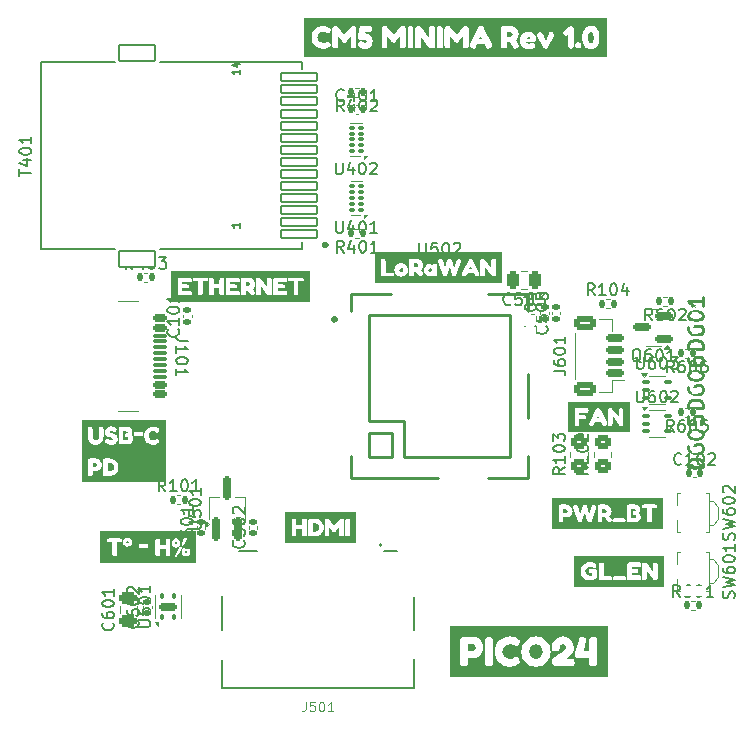
<source format=gbr>
%TF.GenerationSoftware,KiCad,Pcbnew,8.0.7*%
%TF.CreationDate,2024-12-14T14:48:29+01:00*%
%TF.ProjectId,CM5_CB,434d355f-4342-42e6-9b69-6361645f7063,rev?*%
%TF.SameCoordinates,Original*%
%TF.FileFunction,Legend,Top*%
%TF.FilePolarity,Positive*%
%FSLAX46Y46*%
G04 Gerber Fmt 4.6, Leading zero omitted, Abs format (unit mm)*
G04 Created by KiCad (PCBNEW 8.0.7) date 2024-12-14 14:48:29*
%MOMM*%
%LPD*%
G01*
G04 APERTURE LIST*
G04 Aperture macros list*
%AMRoundRect*
0 Rectangle with rounded corners*
0 $1 Rounding radius*
0 $2 $3 $4 $5 $6 $7 $8 $9 X,Y pos of 4 corners*
0 Add a 4 corners polygon primitive as box body*
4,1,4,$2,$3,$4,$5,$6,$7,$8,$9,$2,$3,0*
0 Add four circle primitives for the rounded corners*
1,1,$1+$1,$2,$3*
1,1,$1+$1,$4,$5*
1,1,$1+$1,$6,$7*
1,1,$1+$1,$8,$9*
0 Add four rect primitives between the rounded corners*
20,1,$1+$1,$2,$3,$4,$5,0*
20,1,$1+$1,$4,$5,$6,$7,0*
20,1,$1+$1,$6,$7,$8,$9,0*
20,1,$1+$1,$8,$9,$2,$3,0*%
G04 Aperture macros list end*
%ADD10C,0.150000*%
%ADD11C,0.050000*%
%ADD12C,0.254000*%
%ADD13C,0.000000*%
%ADD14C,0.120000*%
%ADD15C,0.250000*%
%ADD16C,0.300000*%
%ADD17C,0.200000*%
%ADD18C,0.127000*%
%ADD19C,0.400000*%
%ADD20C,0.100000*%
%ADD21RoundRect,0.140000X0.170000X-0.140000X0.170000X0.140000X-0.170000X0.140000X-0.170000X-0.140000X0*%
%ADD22RoundRect,0.250000X0.250000X0.475000X-0.250000X0.475000X-0.250000X-0.475000X0.250000X-0.475000X0*%
%ADD23RoundRect,0.087500X0.087500X-0.187500X0.087500X0.187500X-0.087500X0.187500X-0.087500X-0.187500X0*%
%ADD24RoundRect,0.175000X0.625000X-0.175000X0.625000X0.175000X-0.625000X0.175000X-0.625000X-0.175000X0*%
%ADD25R,1.800000X0.800000*%
%ADD26R,0.800000X1.800000*%
%ADD27RoundRect,0.250000X0.475000X-0.250000X0.475000X0.250000X-0.475000X0.250000X-0.475000X-0.250000X0*%
%ADD28RoundRect,0.135000X-0.135000X-0.185000X0.135000X-0.185000X0.135000X0.185000X-0.135000X0.185000X0*%
%ADD29RoundRect,0.250000X0.450000X-0.350000X0.450000X0.350000X-0.450000X0.350000X-0.450000X-0.350000X0*%
%ADD30C,6.100000*%
%ADD31C,0.800000*%
%ADD32R,1.700000X0.900000*%
%ADD33R,1.100000X0.800000*%
%ADD34C,0.650000*%
%ADD35RoundRect,0.150000X-0.425000X0.150000X-0.425000X-0.150000X0.425000X-0.150000X0.425000X0.150000X0*%
%ADD36RoundRect,0.075000X-0.500000X0.075000X-0.500000X-0.075000X0.500000X-0.075000X0.500000X0.075000X0*%
%ADD37O,2.100000X1.000000*%
%ADD38O,1.800000X1.000000*%
%ADD39RoundRect,0.140000X-0.140000X-0.170000X0.140000X-0.170000X0.140000X0.170000X-0.140000X0.170000X0*%
%ADD40O,1.500000X2.300000*%
%ADD41O,1.500000X3.300000*%
%ADD42R,0.300000X2.600000*%
%ADD43RoundRect,0.162500X0.162500X-0.837500X0.162500X0.837500X-0.162500X0.837500X-0.162500X-0.837500X0*%
%ADD44RoundRect,0.150000X0.625000X-0.150000X0.625000X0.150000X-0.625000X0.150000X-0.625000X-0.150000X0*%
%ADD45RoundRect,0.250000X0.650000X-0.350000X0.650000X0.350000X-0.650000X0.350000X-0.650000X-0.350000X0*%
%ADD46RoundRect,0.150000X0.587500X0.150000X-0.587500X0.150000X-0.587500X-0.150000X0.587500X-0.150000X0*%
%ADD47RoundRect,0.135000X0.135000X0.185000X-0.135000X0.185000X-0.135000X-0.185000X0.135000X-0.185000X0*%
%ADD48RoundRect,0.075000X0.200000X-0.075000X0.200000X0.075000X-0.200000X0.075000X-0.200000X-0.075000X0*%
%ADD49RoundRect,0.100000X-0.225000X-0.100000X0.225000X-0.100000X0.225000X0.100000X-0.225000X0.100000X0*%
%ADD50RoundRect,0.102000X1.500000X-0.700000X1.500000X0.700000X-1.500000X0.700000X-1.500000X-0.700000X0*%
%ADD51RoundRect,0.102000X1.500000X-0.355000X1.500000X0.355000X-1.500000X0.355000X-1.500000X-0.355000X0*%
%ADD52C,1.400000*%
%ADD53R,0.500000X0.400000*%
%ADD54R,0.600000X0.600000*%
G04 APERTURE END LIST*
D10*
X118449580Y-50569047D02*
X118497200Y-50616666D01*
X118497200Y-50616666D02*
X118544819Y-50759523D01*
X118544819Y-50759523D02*
X118544819Y-50854761D01*
X118544819Y-50854761D02*
X118497200Y-50997618D01*
X118497200Y-50997618D02*
X118401961Y-51092856D01*
X118401961Y-51092856D02*
X118306723Y-51140475D01*
X118306723Y-51140475D02*
X118116247Y-51188094D01*
X118116247Y-51188094D02*
X117973390Y-51188094D01*
X117973390Y-51188094D02*
X117782914Y-51140475D01*
X117782914Y-51140475D02*
X117687676Y-51092856D01*
X117687676Y-51092856D02*
X117592438Y-50997618D01*
X117592438Y-50997618D02*
X117544819Y-50854761D01*
X117544819Y-50854761D02*
X117544819Y-50759523D01*
X117544819Y-50759523D02*
X117592438Y-50616666D01*
X117592438Y-50616666D02*
X117640057Y-50569047D01*
X117544819Y-49664285D02*
X117544819Y-50140475D01*
X117544819Y-50140475D02*
X118021009Y-50188094D01*
X118021009Y-50188094D02*
X117973390Y-50140475D01*
X117973390Y-50140475D02*
X117925771Y-50045237D01*
X117925771Y-50045237D02*
X117925771Y-49807142D01*
X117925771Y-49807142D02*
X117973390Y-49711904D01*
X117973390Y-49711904D02*
X118021009Y-49664285D01*
X118021009Y-49664285D02*
X118116247Y-49616666D01*
X118116247Y-49616666D02*
X118354342Y-49616666D01*
X118354342Y-49616666D02*
X118449580Y-49664285D01*
X118449580Y-49664285D02*
X118497200Y-49711904D01*
X118497200Y-49711904D02*
X118544819Y-49807142D01*
X118544819Y-49807142D02*
X118544819Y-50045237D01*
X118544819Y-50045237D02*
X118497200Y-50140475D01*
X118497200Y-50140475D02*
X118449580Y-50188094D01*
X117544819Y-48997618D02*
X117544819Y-48902380D01*
X117544819Y-48902380D02*
X117592438Y-48807142D01*
X117592438Y-48807142D02*
X117640057Y-48759523D01*
X117640057Y-48759523D02*
X117735295Y-48711904D01*
X117735295Y-48711904D02*
X117925771Y-48664285D01*
X117925771Y-48664285D02*
X118163866Y-48664285D01*
X118163866Y-48664285D02*
X118354342Y-48711904D01*
X118354342Y-48711904D02*
X118449580Y-48759523D01*
X118449580Y-48759523D02*
X118497200Y-48807142D01*
X118497200Y-48807142D02*
X118544819Y-48902380D01*
X118544819Y-48902380D02*
X118544819Y-48997618D01*
X118544819Y-48997618D02*
X118497200Y-49092856D01*
X118497200Y-49092856D02*
X118449580Y-49140475D01*
X118449580Y-49140475D02*
X118354342Y-49188094D01*
X118354342Y-49188094D02*
X118163866Y-49235713D01*
X118163866Y-49235713D02*
X117925771Y-49235713D01*
X117925771Y-49235713D02*
X117735295Y-49188094D01*
X117735295Y-49188094D02*
X117640057Y-49140475D01*
X117640057Y-49140475D02*
X117592438Y-49092856D01*
X117592438Y-49092856D02*
X117544819Y-48997618D01*
X117544819Y-47759523D02*
X117544819Y-48235713D01*
X117544819Y-48235713D02*
X118021009Y-48283332D01*
X118021009Y-48283332D02*
X117973390Y-48235713D01*
X117973390Y-48235713D02*
X117925771Y-48140475D01*
X117925771Y-48140475D02*
X117925771Y-47902380D01*
X117925771Y-47902380D02*
X117973390Y-47807142D01*
X117973390Y-47807142D02*
X118021009Y-47759523D01*
X118021009Y-47759523D02*
X118116247Y-47711904D01*
X118116247Y-47711904D02*
X118354342Y-47711904D01*
X118354342Y-47711904D02*
X118449580Y-47759523D01*
X118449580Y-47759523D02*
X118497200Y-47807142D01*
X118497200Y-47807142D02*
X118544819Y-47902380D01*
X118544819Y-47902380D02*
X118544819Y-48140475D01*
X118544819Y-48140475D02*
X118497200Y-48235713D01*
X118497200Y-48235713D02*
X118449580Y-48283332D01*
X117499580Y-50569047D02*
X117547200Y-50616666D01*
X117547200Y-50616666D02*
X117594819Y-50759523D01*
X117594819Y-50759523D02*
X117594819Y-50854761D01*
X117594819Y-50854761D02*
X117547200Y-50997618D01*
X117547200Y-50997618D02*
X117451961Y-51092856D01*
X117451961Y-51092856D02*
X117356723Y-51140475D01*
X117356723Y-51140475D02*
X117166247Y-51188094D01*
X117166247Y-51188094D02*
X117023390Y-51188094D01*
X117023390Y-51188094D02*
X116832914Y-51140475D01*
X116832914Y-51140475D02*
X116737676Y-51092856D01*
X116737676Y-51092856D02*
X116642438Y-50997618D01*
X116642438Y-50997618D02*
X116594819Y-50854761D01*
X116594819Y-50854761D02*
X116594819Y-50759523D01*
X116594819Y-50759523D02*
X116642438Y-50616666D01*
X116642438Y-50616666D02*
X116690057Y-50569047D01*
X116594819Y-49664285D02*
X116594819Y-50140475D01*
X116594819Y-50140475D02*
X117071009Y-50188094D01*
X117071009Y-50188094D02*
X117023390Y-50140475D01*
X117023390Y-50140475D02*
X116975771Y-50045237D01*
X116975771Y-50045237D02*
X116975771Y-49807142D01*
X116975771Y-49807142D02*
X117023390Y-49711904D01*
X117023390Y-49711904D02*
X117071009Y-49664285D01*
X117071009Y-49664285D02*
X117166247Y-49616666D01*
X117166247Y-49616666D02*
X117404342Y-49616666D01*
X117404342Y-49616666D02*
X117499580Y-49664285D01*
X117499580Y-49664285D02*
X117547200Y-49711904D01*
X117547200Y-49711904D02*
X117594819Y-49807142D01*
X117594819Y-49807142D02*
X117594819Y-50045237D01*
X117594819Y-50045237D02*
X117547200Y-50140475D01*
X117547200Y-50140475D02*
X117499580Y-50188094D01*
X116594819Y-48997618D02*
X116594819Y-48902380D01*
X116594819Y-48902380D02*
X116642438Y-48807142D01*
X116642438Y-48807142D02*
X116690057Y-48759523D01*
X116690057Y-48759523D02*
X116785295Y-48711904D01*
X116785295Y-48711904D02*
X116975771Y-48664285D01*
X116975771Y-48664285D02*
X117213866Y-48664285D01*
X117213866Y-48664285D02*
X117404342Y-48711904D01*
X117404342Y-48711904D02*
X117499580Y-48759523D01*
X117499580Y-48759523D02*
X117547200Y-48807142D01*
X117547200Y-48807142D02*
X117594819Y-48902380D01*
X117594819Y-48902380D02*
X117594819Y-48997618D01*
X117594819Y-48997618D02*
X117547200Y-49092856D01*
X117547200Y-49092856D02*
X117499580Y-49140475D01*
X117499580Y-49140475D02*
X117404342Y-49188094D01*
X117404342Y-49188094D02*
X117213866Y-49235713D01*
X117213866Y-49235713D02*
X116975771Y-49235713D01*
X116975771Y-49235713D02*
X116785295Y-49188094D01*
X116785295Y-49188094D02*
X116690057Y-49140475D01*
X116690057Y-49140475D02*
X116642438Y-49092856D01*
X116642438Y-49092856D02*
X116594819Y-48997618D01*
X116928152Y-47807142D02*
X117594819Y-47807142D01*
X116547200Y-48045237D02*
X117261485Y-48283332D01*
X117261485Y-48283332D02*
X117261485Y-47664285D01*
X115430952Y-48689580D02*
X115383333Y-48737200D01*
X115383333Y-48737200D02*
X115240476Y-48784819D01*
X115240476Y-48784819D02*
X115145238Y-48784819D01*
X115145238Y-48784819D02*
X115002381Y-48737200D01*
X115002381Y-48737200D02*
X114907143Y-48641961D01*
X114907143Y-48641961D02*
X114859524Y-48546723D01*
X114859524Y-48546723D02*
X114811905Y-48356247D01*
X114811905Y-48356247D02*
X114811905Y-48213390D01*
X114811905Y-48213390D02*
X114859524Y-48022914D01*
X114859524Y-48022914D02*
X114907143Y-47927676D01*
X114907143Y-47927676D02*
X115002381Y-47832438D01*
X115002381Y-47832438D02*
X115145238Y-47784819D01*
X115145238Y-47784819D02*
X115240476Y-47784819D01*
X115240476Y-47784819D02*
X115383333Y-47832438D01*
X115383333Y-47832438D02*
X115430952Y-47880057D01*
X116335714Y-47784819D02*
X115859524Y-47784819D01*
X115859524Y-47784819D02*
X115811905Y-48261009D01*
X115811905Y-48261009D02*
X115859524Y-48213390D01*
X115859524Y-48213390D02*
X115954762Y-48165771D01*
X115954762Y-48165771D02*
X116192857Y-48165771D01*
X116192857Y-48165771D02*
X116288095Y-48213390D01*
X116288095Y-48213390D02*
X116335714Y-48261009D01*
X116335714Y-48261009D02*
X116383333Y-48356247D01*
X116383333Y-48356247D02*
X116383333Y-48594342D01*
X116383333Y-48594342D02*
X116335714Y-48689580D01*
X116335714Y-48689580D02*
X116288095Y-48737200D01*
X116288095Y-48737200D02*
X116192857Y-48784819D01*
X116192857Y-48784819D02*
X115954762Y-48784819D01*
X115954762Y-48784819D02*
X115859524Y-48737200D01*
X115859524Y-48737200D02*
X115811905Y-48689580D01*
X117002381Y-47784819D02*
X117097619Y-47784819D01*
X117097619Y-47784819D02*
X117192857Y-47832438D01*
X117192857Y-47832438D02*
X117240476Y-47880057D01*
X117240476Y-47880057D02*
X117288095Y-47975295D01*
X117288095Y-47975295D02*
X117335714Y-48165771D01*
X117335714Y-48165771D02*
X117335714Y-48403866D01*
X117335714Y-48403866D02*
X117288095Y-48594342D01*
X117288095Y-48594342D02*
X117240476Y-48689580D01*
X117240476Y-48689580D02*
X117192857Y-48737200D01*
X117192857Y-48737200D02*
X117097619Y-48784819D01*
X117097619Y-48784819D02*
X117002381Y-48784819D01*
X117002381Y-48784819D02*
X116907143Y-48737200D01*
X116907143Y-48737200D02*
X116859524Y-48689580D01*
X116859524Y-48689580D02*
X116811905Y-48594342D01*
X116811905Y-48594342D02*
X116764286Y-48403866D01*
X116764286Y-48403866D02*
X116764286Y-48165771D01*
X116764286Y-48165771D02*
X116811905Y-47975295D01*
X116811905Y-47975295D02*
X116859524Y-47880057D01*
X116859524Y-47880057D02*
X116907143Y-47832438D01*
X116907143Y-47832438D02*
X117002381Y-47784819D01*
X117669048Y-47784819D02*
X118288095Y-47784819D01*
X118288095Y-47784819D02*
X117954762Y-48165771D01*
X117954762Y-48165771D02*
X118097619Y-48165771D01*
X118097619Y-48165771D02*
X118192857Y-48213390D01*
X118192857Y-48213390D02*
X118240476Y-48261009D01*
X118240476Y-48261009D02*
X118288095Y-48356247D01*
X118288095Y-48356247D02*
X118288095Y-48594342D01*
X118288095Y-48594342D02*
X118240476Y-48689580D01*
X118240476Y-48689580D02*
X118192857Y-48737200D01*
X118192857Y-48737200D02*
X118097619Y-48784819D01*
X118097619Y-48784819D02*
X117811905Y-48784819D01*
X117811905Y-48784819D02*
X117716667Y-48737200D01*
X117716667Y-48737200D02*
X117669048Y-48689580D01*
X83904819Y-76006785D02*
X84714342Y-76006785D01*
X84714342Y-76006785D02*
X84809580Y-75959166D01*
X84809580Y-75959166D02*
X84857200Y-75911547D01*
X84857200Y-75911547D02*
X84904819Y-75816309D01*
X84904819Y-75816309D02*
X84904819Y-75625833D01*
X84904819Y-75625833D02*
X84857200Y-75530595D01*
X84857200Y-75530595D02*
X84809580Y-75482976D01*
X84809580Y-75482976D02*
X84714342Y-75435357D01*
X84714342Y-75435357D02*
X83904819Y-75435357D01*
X83904819Y-74530595D02*
X83904819Y-74721071D01*
X83904819Y-74721071D02*
X83952438Y-74816309D01*
X83952438Y-74816309D02*
X84000057Y-74863928D01*
X84000057Y-74863928D02*
X84142914Y-74959166D01*
X84142914Y-74959166D02*
X84333390Y-75006785D01*
X84333390Y-75006785D02*
X84714342Y-75006785D01*
X84714342Y-75006785D02*
X84809580Y-74959166D01*
X84809580Y-74959166D02*
X84857200Y-74911547D01*
X84857200Y-74911547D02*
X84904819Y-74816309D01*
X84904819Y-74816309D02*
X84904819Y-74625833D01*
X84904819Y-74625833D02*
X84857200Y-74530595D01*
X84857200Y-74530595D02*
X84809580Y-74482976D01*
X84809580Y-74482976D02*
X84714342Y-74435357D01*
X84714342Y-74435357D02*
X84476247Y-74435357D01*
X84476247Y-74435357D02*
X84381009Y-74482976D01*
X84381009Y-74482976D02*
X84333390Y-74530595D01*
X84333390Y-74530595D02*
X84285771Y-74625833D01*
X84285771Y-74625833D02*
X84285771Y-74816309D01*
X84285771Y-74816309D02*
X84333390Y-74911547D01*
X84333390Y-74911547D02*
X84381009Y-74959166D01*
X84381009Y-74959166D02*
X84476247Y-75006785D01*
X83904819Y-73816309D02*
X83904819Y-73721071D01*
X83904819Y-73721071D02*
X83952438Y-73625833D01*
X83952438Y-73625833D02*
X84000057Y-73578214D01*
X84000057Y-73578214D02*
X84095295Y-73530595D01*
X84095295Y-73530595D02*
X84285771Y-73482976D01*
X84285771Y-73482976D02*
X84523866Y-73482976D01*
X84523866Y-73482976D02*
X84714342Y-73530595D01*
X84714342Y-73530595D02*
X84809580Y-73578214D01*
X84809580Y-73578214D02*
X84857200Y-73625833D01*
X84857200Y-73625833D02*
X84904819Y-73721071D01*
X84904819Y-73721071D02*
X84904819Y-73816309D01*
X84904819Y-73816309D02*
X84857200Y-73911547D01*
X84857200Y-73911547D02*
X84809580Y-73959166D01*
X84809580Y-73959166D02*
X84714342Y-74006785D01*
X84714342Y-74006785D02*
X84523866Y-74054404D01*
X84523866Y-74054404D02*
X84285771Y-74054404D01*
X84285771Y-74054404D02*
X84095295Y-74006785D01*
X84095295Y-74006785D02*
X84000057Y-73959166D01*
X84000057Y-73959166D02*
X83952438Y-73911547D01*
X83952438Y-73911547D02*
X83904819Y-73816309D01*
X84904819Y-72530595D02*
X84904819Y-73102023D01*
X84904819Y-72816309D02*
X83904819Y-72816309D01*
X83904819Y-72816309D02*
X84047676Y-72911547D01*
X84047676Y-72911547D02*
X84142914Y-73006785D01*
X84142914Y-73006785D02*
X84190533Y-73102023D01*
X107685714Y-43504819D02*
X107685714Y-44314342D01*
X107685714Y-44314342D02*
X107733333Y-44409580D01*
X107733333Y-44409580D02*
X107780952Y-44457200D01*
X107780952Y-44457200D02*
X107876190Y-44504819D01*
X107876190Y-44504819D02*
X108066666Y-44504819D01*
X108066666Y-44504819D02*
X108161904Y-44457200D01*
X108161904Y-44457200D02*
X108209523Y-44409580D01*
X108209523Y-44409580D02*
X108257142Y-44314342D01*
X108257142Y-44314342D02*
X108257142Y-43504819D01*
X109209523Y-43504819D02*
X108733333Y-43504819D01*
X108733333Y-43504819D02*
X108685714Y-43981009D01*
X108685714Y-43981009D02*
X108733333Y-43933390D01*
X108733333Y-43933390D02*
X108828571Y-43885771D01*
X108828571Y-43885771D02*
X109066666Y-43885771D01*
X109066666Y-43885771D02*
X109161904Y-43933390D01*
X109161904Y-43933390D02*
X109209523Y-43981009D01*
X109209523Y-43981009D02*
X109257142Y-44076247D01*
X109257142Y-44076247D02*
X109257142Y-44314342D01*
X109257142Y-44314342D02*
X109209523Y-44409580D01*
X109209523Y-44409580D02*
X109161904Y-44457200D01*
X109161904Y-44457200D02*
X109066666Y-44504819D01*
X109066666Y-44504819D02*
X108828571Y-44504819D01*
X108828571Y-44504819D02*
X108733333Y-44457200D01*
X108733333Y-44457200D02*
X108685714Y-44409580D01*
X109876190Y-43504819D02*
X109971428Y-43504819D01*
X109971428Y-43504819D02*
X110066666Y-43552438D01*
X110066666Y-43552438D02*
X110114285Y-43600057D01*
X110114285Y-43600057D02*
X110161904Y-43695295D01*
X110161904Y-43695295D02*
X110209523Y-43885771D01*
X110209523Y-43885771D02*
X110209523Y-44123866D01*
X110209523Y-44123866D02*
X110161904Y-44314342D01*
X110161904Y-44314342D02*
X110114285Y-44409580D01*
X110114285Y-44409580D02*
X110066666Y-44457200D01*
X110066666Y-44457200D02*
X109971428Y-44504819D01*
X109971428Y-44504819D02*
X109876190Y-44504819D01*
X109876190Y-44504819D02*
X109780952Y-44457200D01*
X109780952Y-44457200D02*
X109733333Y-44409580D01*
X109733333Y-44409580D02*
X109685714Y-44314342D01*
X109685714Y-44314342D02*
X109638095Y-44123866D01*
X109638095Y-44123866D02*
X109638095Y-43885771D01*
X109638095Y-43885771D02*
X109685714Y-43695295D01*
X109685714Y-43695295D02*
X109733333Y-43600057D01*
X109733333Y-43600057D02*
X109780952Y-43552438D01*
X109780952Y-43552438D02*
X109876190Y-43504819D01*
X110590476Y-43600057D02*
X110638095Y-43552438D01*
X110638095Y-43552438D02*
X110733333Y-43504819D01*
X110733333Y-43504819D02*
X110971428Y-43504819D01*
X110971428Y-43504819D02*
X111066666Y-43552438D01*
X111066666Y-43552438D02*
X111114285Y-43600057D01*
X111114285Y-43600057D02*
X111161904Y-43695295D01*
X111161904Y-43695295D02*
X111161904Y-43790533D01*
X111161904Y-43790533D02*
X111114285Y-43933390D01*
X111114285Y-43933390D02*
X110542857Y-44504819D01*
X110542857Y-44504819D02*
X111161904Y-44504819D01*
X83849580Y-75469047D02*
X83897200Y-75516666D01*
X83897200Y-75516666D02*
X83944819Y-75659523D01*
X83944819Y-75659523D02*
X83944819Y-75754761D01*
X83944819Y-75754761D02*
X83897200Y-75897618D01*
X83897200Y-75897618D02*
X83801961Y-75992856D01*
X83801961Y-75992856D02*
X83706723Y-76040475D01*
X83706723Y-76040475D02*
X83516247Y-76088094D01*
X83516247Y-76088094D02*
X83373390Y-76088094D01*
X83373390Y-76088094D02*
X83182914Y-76040475D01*
X83182914Y-76040475D02*
X83087676Y-75992856D01*
X83087676Y-75992856D02*
X82992438Y-75897618D01*
X82992438Y-75897618D02*
X82944819Y-75754761D01*
X82944819Y-75754761D02*
X82944819Y-75659523D01*
X82944819Y-75659523D02*
X82992438Y-75516666D01*
X82992438Y-75516666D02*
X83040057Y-75469047D01*
X82944819Y-74611904D02*
X82944819Y-74802380D01*
X82944819Y-74802380D02*
X82992438Y-74897618D01*
X82992438Y-74897618D02*
X83040057Y-74945237D01*
X83040057Y-74945237D02*
X83182914Y-75040475D01*
X83182914Y-75040475D02*
X83373390Y-75088094D01*
X83373390Y-75088094D02*
X83754342Y-75088094D01*
X83754342Y-75088094D02*
X83849580Y-75040475D01*
X83849580Y-75040475D02*
X83897200Y-74992856D01*
X83897200Y-74992856D02*
X83944819Y-74897618D01*
X83944819Y-74897618D02*
X83944819Y-74707142D01*
X83944819Y-74707142D02*
X83897200Y-74611904D01*
X83897200Y-74611904D02*
X83849580Y-74564285D01*
X83849580Y-74564285D02*
X83754342Y-74516666D01*
X83754342Y-74516666D02*
X83516247Y-74516666D01*
X83516247Y-74516666D02*
X83421009Y-74564285D01*
X83421009Y-74564285D02*
X83373390Y-74611904D01*
X83373390Y-74611904D02*
X83325771Y-74707142D01*
X83325771Y-74707142D02*
X83325771Y-74897618D01*
X83325771Y-74897618D02*
X83373390Y-74992856D01*
X83373390Y-74992856D02*
X83421009Y-75040475D01*
X83421009Y-75040475D02*
X83516247Y-75088094D01*
X82944819Y-73897618D02*
X82944819Y-73802380D01*
X82944819Y-73802380D02*
X82992438Y-73707142D01*
X82992438Y-73707142D02*
X83040057Y-73659523D01*
X83040057Y-73659523D02*
X83135295Y-73611904D01*
X83135295Y-73611904D02*
X83325771Y-73564285D01*
X83325771Y-73564285D02*
X83563866Y-73564285D01*
X83563866Y-73564285D02*
X83754342Y-73611904D01*
X83754342Y-73611904D02*
X83849580Y-73659523D01*
X83849580Y-73659523D02*
X83897200Y-73707142D01*
X83897200Y-73707142D02*
X83944819Y-73802380D01*
X83944819Y-73802380D02*
X83944819Y-73897618D01*
X83944819Y-73897618D02*
X83897200Y-73992856D01*
X83897200Y-73992856D02*
X83849580Y-74040475D01*
X83849580Y-74040475D02*
X83754342Y-74088094D01*
X83754342Y-74088094D02*
X83563866Y-74135713D01*
X83563866Y-74135713D02*
X83325771Y-74135713D01*
X83325771Y-74135713D02*
X83135295Y-74088094D01*
X83135295Y-74088094D02*
X83040057Y-74040475D01*
X83040057Y-74040475D02*
X82992438Y-73992856D01*
X82992438Y-73992856D02*
X82944819Y-73897618D01*
X83040057Y-73183332D02*
X82992438Y-73135713D01*
X82992438Y-73135713D02*
X82944819Y-73040475D01*
X82944819Y-73040475D02*
X82944819Y-72802380D01*
X82944819Y-72802380D02*
X82992438Y-72707142D01*
X82992438Y-72707142D02*
X83040057Y-72659523D01*
X83040057Y-72659523D02*
X83135295Y-72611904D01*
X83135295Y-72611904D02*
X83230533Y-72611904D01*
X83230533Y-72611904D02*
X83373390Y-72659523D01*
X83373390Y-72659523D02*
X83944819Y-73230951D01*
X83944819Y-73230951D02*
X83944819Y-72611904D01*
X81729580Y-75669047D02*
X81777200Y-75716666D01*
X81777200Y-75716666D02*
X81824819Y-75859523D01*
X81824819Y-75859523D02*
X81824819Y-75954761D01*
X81824819Y-75954761D02*
X81777200Y-76097618D01*
X81777200Y-76097618D02*
X81681961Y-76192856D01*
X81681961Y-76192856D02*
X81586723Y-76240475D01*
X81586723Y-76240475D02*
X81396247Y-76288094D01*
X81396247Y-76288094D02*
X81253390Y-76288094D01*
X81253390Y-76288094D02*
X81062914Y-76240475D01*
X81062914Y-76240475D02*
X80967676Y-76192856D01*
X80967676Y-76192856D02*
X80872438Y-76097618D01*
X80872438Y-76097618D02*
X80824819Y-75954761D01*
X80824819Y-75954761D02*
X80824819Y-75859523D01*
X80824819Y-75859523D02*
X80872438Y-75716666D01*
X80872438Y-75716666D02*
X80920057Y-75669047D01*
X80824819Y-74811904D02*
X80824819Y-75002380D01*
X80824819Y-75002380D02*
X80872438Y-75097618D01*
X80872438Y-75097618D02*
X80920057Y-75145237D01*
X80920057Y-75145237D02*
X81062914Y-75240475D01*
X81062914Y-75240475D02*
X81253390Y-75288094D01*
X81253390Y-75288094D02*
X81634342Y-75288094D01*
X81634342Y-75288094D02*
X81729580Y-75240475D01*
X81729580Y-75240475D02*
X81777200Y-75192856D01*
X81777200Y-75192856D02*
X81824819Y-75097618D01*
X81824819Y-75097618D02*
X81824819Y-74907142D01*
X81824819Y-74907142D02*
X81777200Y-74811904D01*
X81777200Y-74811904D02*
X81729580Y-74764285D01*
X81729580Y-74764285D02*
X81634342Y-74716666D01*
X81634342Y-74716666D02*
X81396247Y-74716666D01*
X81396247Y-74716666D02*
X81301009Y-74764285D01*
X81301009Y-74764285D02*
X81253390Y-74811904D01*
X81253390Y-74811904D02*
X81205771Y-74907142D01*
X81205771Y-74907142D02*
X81205771Y-75097618D01*
X81205771Y-75097618D02*
X81253390Y-75192856D01*
X81253390Y-75192856D02*
X81301009Y-75240475D01*
X81301009Y-75240475D02*
X81396247Y-75288094D01*
X80824819Y-74097618D02*
X80824819Y-74002380D01*
X80824819Y-74002380D02*
X80872438Y-73907142D01*
X80872438Y-73907142D02*
X80920057Y-73859523D01*
X80920057Y-73859523D02*
X81015295Y-73811904D01*
X81015295Y-73811904D02*
X81205771Y-73764285D01*
X81205771Y-73764285D02*
X81443866Y-73764285D01*
X81443866Y-73764285D02*
X81634342Y-73811904D01*
X81634342Y-73811904D02*
X81729580Y-73859523D01*
X81729580Y-73859523D02*
X81777200Y-73907142D01*
X81777200Y-73907142D02*
X81824819Y-74002380D01*
X81824819Y-74002380D02*
X81824819Y-74097618D01*
X81824819Y-74097618D02*
X81777200Y-74192856D01*
X81777200Y-74192856D02*
X81729580Y-74240475D01*
X81729580Y-74240475D02*
X81634342Y-74288094D01*
X81634342Y-74288094D02*
X81443866Y-74335713D01*
X81443866Y-74335713D02*
X81205771Y-74335713D01*
X81205771Y-74335713D02*
X81015295Y-74288094D01*
X81015295Y-74288094D02*
X80920057Y-74240475D01*
X80920057Y-74240475D02*
X80872438Y-74192856D01*
X80872438Y-74192856D02*
X80824819Y-74097618D01*
X81824819Y-72811904D02*
X81824819Y-73383332D01*
X81824819Y-73097618D02*
X80824819Y-73097618D01*
X80824819Y-73097618D02*
X80967676Y-73192856D01*
X80967676Y-73192856D02*
X81062914Y-73288094D01*
X81062914Y-73288094D02*
X81110533Y-73383332D01*
X122520952Y-47934819D02*
X122187619Y-47458628D01*
X121949524Y-47934819D02*
X121949524Y-46934819D01*
X121949524Y-46934819D02*
X122330476Y-46934819D01*
X122330476Y-46934819D02*
X122425714Y-46982438D01*
X122425714Y-46982438D02*
X122473333Y-47030057D01*
X122473333Y-47030057D02*
X122520952Y-47125295D01*
X122520952Y-47125295D02*
X122520952Y-47268152D01*
X122520952Y-47268152D02*
X122473333Y-47363390D01*
X122473333Y-47363390D02*
X122425714Y-47411009D01*
X122425714Y-47411009D02*
X122330476Y-47458628D01*
X122330476Y-47458628D02*
X121949524Y-47458628D01*
X123473333Y-47934819D02*
X122901905Y-47934819D01*
X123187619Y-47934819D02*
X123187619Y-46934819D01*
X123187619Y-46934819D02*
X123092381Y-47077676D01*
X123092381Y-47077676D02*
X122997143Y-47172914D01*
X122997143Y-47172914D02*
X122901905Y-47220533D01*
X124092381Y-46934819D02*
X124187619Y-46934819D01*
X124187619Y-46934819D02*
X124282857Y-46982438D01*
X124282857Y-46982438D02*
X124330476Y-47030057D01*
X124330476Y-47030057D02*
X124378095Y-47125295D01*
X124378095Y-47125295D02*
X124425714Y-47315771D01*
X124425714Y-47315771D02*
X124425714Y-47553866D01*
X124425714Y-47553866D02*
X124378095Y-47744342D01*
X124378095Y-47744342D02*
X124330476Y-47839580D01*
X124330476Y-47839580D02*
X124282857Y-47887200D01*
X124282857Y-47887200D02*
X124187619Y-47934819D01*
X124187619Y-47934819D02*
X124092381Y-47934819D01*
X124092381Y-47934819D02*
X123997143Y-47887200D01*
X123997143Y-47887200D02*
X123949524Y-47839580D01*
X123949524Y-47839580D02*
X123901905Y-47744342D01*
X123901905Y-47744342D02*
X123854286Y-47553866D01*
X123854286Y-47553866D02*
X123854286Y-47315771D01*
X123854286Y-47315771D02*
X123901905Y-47125295D01*
X123901905Y-47125295D02*
X123949524Y-47030057D01*
X123949524Y-47030057D02*
X123997143Y-46982438D01*
X123997143Y-46982438D02*
X124092381Y-46934819D01*
X125282857Y-47268152D02*
X125282857Y-47934819D01*
X125044762Y-46887200D02*
X124806667Y-47601485D01*
X124806667Y-47601485D02*
X125425714Y-47601485D01*
X120004819Y-62519047D02*
X119528628Y-62852380D01*
X120004819Y-63090475D02*
X119004819Y-63090475D01*
X119004819Y-63090475D02*
X119004819Y-62709523D01*
X119004819Y-62709523D02*
X119052438Y-62614285D01*
X119052438Y-62614285D02*
X119100057Y-62566666D01*
X119100057Y-62566666D02*
X119195295Y-62519047D01*
X119195295Y-62519047D02*
X119338152Y-62519047D01*
X119338152Y-62519047D02*
X119433390Y-62566666D01*
X119433390Y-62566666D02*
X119481009Y-62614285D01*
X119481009Y-62614285D02*
X119528628Y-62709523D01*
X119528628Y-62709523D02*
X119528628Y-63090475D01*
X120004819Y-61566666D02*
X120004819Y-62138094D01*
X120004819Y-61852380D02*
X119004819Y-61852380D01*
X119004819Y-61852380D02*
X119147676Y-61947618D01*
X119147676Y-61947618D02*
X119242914Y-62042856D01*
X119242914Y-62042856D02*
X119290533Y-62138094D01*
X119004819Y-60947618D02*
X119004819Y-60852380D01*
X119004819Y-60852380D02*
X119052438Y-60757142D01*
X119052438Y-60757142D02*
X119100057Y-60709523D01*
X119100057Y-60709523D02*
X119195295Y-60661904D01*
X119195295Y-60661904D02*
X119385771Y-60614285D01*
X119385771Y-60614285D02*
X119623866Y-60614285D01*
X119623866Y-60614285D02*
X119814342Y-60661904D01*
X119814342Y-60661904D02*
X119909580Y-60709523D01*
X119909580Y-60709523D02*
X119957200Y-60757142D01*
X119957200Y-60757142D02*
X120004819Y-60852380D01*
X120004819Y-60852380D02*
X120004819Y-60947618D01*
X120004819Y-60947618D02*
X119957200Y-61042856D01*
X119957200Y-61042856D02*
X119909580Y-61090475D01*
X119909580Y-61090475D02*
X119814342Y-61138094D01*
X119814342Y-61138094D02*
X119623866Y-61185713D01*
X119623866Y-61185713D02*
X119385771Y-61185713D01*
X119385771Y-61185713D02*
X119195295Y-61138094D01*
X119195295Y-61138094D02*
X119100057Y-61090475D01*
X119100057Y-61090475D02*
X119052438Y-61042856D01*
X119052438Y-61042856D02*
X119004819Y-60947618D01*
X119004819Y-60280951D02*
X119004819Y-59661904D01*
X119004819Y-59661904D02*
X119385771Y-59995237D01*
X119385771Y-59995237D02*
X119385771Y-59852380D01*
X119385771Y-59852380D02*
X119433390Y-59757142D01*
X119433390Y-59757142D02*
X119481009Y-59709523D01*
X119481009Y-59709523D02*
X119576247Y-59661904D01*
X119576247Y-59661904D02*
X119814342Y-59661904D01*
X119814342Y-59661904D02*
X119909580Y-59709523D01*
X119909580Y-59709523D02*
X119957200Y-59757142D01*
X119957200Y-59757142D02*
X120004819Y-59852380D01*
X120004819Y-59852380D02*
X120004819Y-60138094D01*
X120004819Y-60138094D02*
X119957200Y-60233332D01*
X119957200Y-60233332D02*
X119909580Y-60280951D01*
X122004819Y-62519047D02*
X121528628Y-62852380D01*
X122004819Y-63090475D02*
X121004819Y-63090475D01*
X121004819Y-63090475D02*
X121004819Y-62709523D01*
X121004819Y-62709523D02*
X121052438Y-62614285D01*
X121052438Y-62614285D02*
X121100057Y-62566666D01*
X121100057Y-62566666D02*
X121195295Y-62519047D01*
X121195295Y-62519047D02*
X121338152Y-62519047D01*
X121338152Y-62519047D02*
X121433390Y-62566666D01*
X121433390Y-62566666D02*
X121481009Y-62614285D01*
X121481009Y-62614285D02*
X121528628Y-62709523D01*
X121528628Y-62709523D02*
X121528628Y-63090475D01*
X122004819Y-61566666D02*
X122004819Y-62138094D01*
X122004819Y-61852380D02*
X121004819Y-61852380D01*
X121004819Y-61852380D02*
X121147676Y-61947618D01*
X121147676Y-61947618D02*
X121242914Y-62042856D01*
X121242914Y-62042856D02*
X121290533Y-62138094D01*
X121004819Y-60947618D02*
X121004819Y-60852380D01*
X121004819Y-60852380D02*
X121052438Y-60757142D01*
X121052438Y-60757142D02*
X121100057Y-60709523D01*
X121100057Y-60709523D02*
X121195295Y-60661904D01*
X121195295Y-60661904D02*
X121385771Y-60614285D01*
X121385771Y-60614285D02*
X121623866Y-60614285D01*
X121623866Y-60614285D02*
X121814342Y-60661904D01*
X121814342Y-60661904D02*
X121909580Y-60709523D01*
X121909580Y-60709523D02*
X121957200Y-60757142D01*
X121957200Y-60757142D02*
X122004819Y-60852380D01*
X122004819Y-60852380D02*
X122004819Y-60947618D01*
X122004819Y-60947618D02*
X121957200Y-61042856D01*
X121957200Y-61042856D02*
X121909580Y-61090475D01*
X121909580Y-61090475D02*
X121814342Y-61138094D01*
X121814342Y-61138094D02*
X121623866Y-61185713D01*
X121623866Y-61185713D02*
X121385771Y-61185713D01*
X121385771Y-61185713D02*
X121195295Y-61138094D01*
X121195295Y-61138094D02*
X121100057Y-61090475D01*
X121100057Y-61090475D02*
X121052438Y-61042856D01*
X121052438Y-61042856D02*
X121004819Y-60947618D01*
X121100057Y-60233332D02*
X121052438Y-60185713D01*
X121052438Y-60185713D02*
X121004819Y-60090475D01*
X121004819Y-60090475D02*
X121004819Y-59852380D01*
X121004819Y-59852380D02*
X121052438Y-59757142D01*
X121052438Y-59757142D02*
X121100057Y-59709523D01*
X121100057Y-59709523D02*
X121195295Y-59661904D01*
X121195295Y-59661904D02*
X121290533Y-59661904D01*
X121290533Y-59661904D02*
X121433390Y-59709523D01*
X121433390Y-59709523D02*
X122004819Y-60280951D01*
X122004819Y-60280951D02*
X122004819Y-59661904D01*
X134337200Y-68635713D02*
X134384819Y-68492856D01*
X134384819Y-68492856D02*
X134384819Y-68254761D01*
X134384819Y-68254761D02*
X134337200Y-68159523D01*
X134337200Y-68159523D02*
X134289580Y-68111904D01*
X134289580Y-68111904D02*
X134194342Y-68064285D01*
X134194342Y-68064285D02*
X134099104Y-68064285D01*
X134099104Y-68064285D02*
X134003866Y-68111904D01*
X134003866Y-68111904D02*
X133956247Y-68159523D01*
X133956247Y-68159523D02*
X133908628Y-68254761D01*
X133908628Y-68254761D02*
X133861009Y-68445237D01*
X133861009Y-68445237D02*
X133813390Y-68540475D01*
X133813390Y-68540475D02*
X133765771Y-68588094D01*
X133765771Y-68588094D02*
X133670533Y-68635713D01*
X133670533Y-68635713D02*
X133575295Y-68635713D01*
X133575295Y-68635713D02*
X133480057Y-68588094D01*
X133480057Y-68588094D02*
X133432438Y-68540475D01*
X133432438Y-68540475D02*
X133384819Y-68445237D01*
X133384819Y-68445237D02*
X133384819Y-68207142D01*
X133384819Y-68207142D02*
X133432438Y-68064285D01*
X133384819Y-67730951D02*
X134384819Y-67492856D01*
X134384819Y-67492856D02*
X133670533Y-67302380D01*
X133670533Y-67302380D02*
X134384819Y-67111904D01*
X134384819Y-67111904D02*
X133384819Y-66873809D01*
X133384819Y-66064285D02*
X133384819Y-66254761D01*
X133384819Y-66254761D02*
X133432438Y-66349999D01*
X133432438Y-66349999D02*
X133480057Y-66397618D01*
X133480057Y-66397618D02*
X133622914Y-66492856D01*
X133622914Y-66492856D02*
X133813390Y-66540475D01*
X133813390Y-66540475D02*
X134194342Y-66540475D01*
X134194342Y-66540475D02*
X134289580Y-66492856D01*
X134289580Y-66492856D02*
X134337200Y-66445237D01*
X134337200Y-66445237D02*
X134384819Y-66349999D01*
X134384819Y-66349999D02*
X134384819Y-66159523D01*
X134384819Y-66159523D02*
X134337200Y-66064285D01*
X134337200Y-66064285D02*
X134289580Y-66016666D01*
X134289580Y-66016666D02*
X134194342Y-65969047D01*
X134194342Y-65969047D02*
X133956247Y-65969047D01*
X133956247Y-65969047D02*
X133861009Y-66016666D01*
X133861009Y-66016666D02*
X133813390Y-66064285D01*
X133813390Y-66064285D02*
X133765771Y-66159523D01*
X133765771Y-66159523D02*
X133765771Y-66349999D01*
X133765771Y-66349999D02*
X133813390Y-66445237D01*
X133813390Y-66445237D02*
X133861009Y-66492856D01*
X133861009Y-66492856D02*
X133956247Y-66540475D01*
X133384819Y-65349999D02*
X133384819Y-65254761D01*
X133384819Y-65254761D02*
X133432438Y-65159523D01*
X133432438Y-65159523D02*
X133480057Y-65111904D01*
X133480057Y-65111904D02*
X133575295Y-65064285D01*
X133575295Y-65064285D02*
X133765771Y-65016666D01*
X133765771Y-65016666D02*
X134003866Y-65016666D01*
X134003866Y-65016666D02*
X134194342Y-65064285D01*
X134194342Y-65064285D02*
X134289580Y-65111904D01*
X134289580Y-65111904D02*
X134337200Y-65159523D01*
X134337200Y-65159523D02*
X134384819Y-65254761D01*
X134384819Y-65254761D02*
X134384819Y-65349999D01*
X134384819Y-65349999D02*
X134337200Y-65445237D01*
X134337200Y-65445237D02*
X134289580Y-65492856D01*
X134289580Y-65492856D02*
X134194342Y-65540475D01*
X134194342Y-65540475D02*
X134003866Y-65588094D01*
X134003866Y-65588094D02*
X133765771Y-65588094D01*
X133765771Y-65588094D02*
X133575295Y-65540475D01*
X133575295Y-65540475D02*
X133480057Y-65492856D01*
X133480057Y-65492856D02*
X133432438Y-65445237D01*
X133432438Y-65445237D02*
X133384819Y-65349999D01*
X133480057Y-64635713D02*
X133432438Y-64588094D01*
X133432438Y-64588094D02*
X133384819Y-64492856D01*
X133384819Y-64492856D02*
X133384819Y-64254761D01*
X133384819Y-64254761D02*
X133432438Y-64159523D01*
X133432438Y-64159523D02*
X133480057Y-64111904D01*
X133480057Y-64111904D02*
X133575295Y-64064285D01*
X133575295Y-64064285D02*
X133670533Y-64064285D01*
X133670533Y-64064285D02*
X133813390Y-64111904D01*
X133813390Y-64111904D02*
X134384819Y-64683332D01*
X134384819Y-64683332D02*
X134384819Y-64064285D01*
X86180952Y-64534819D02*
X85847619Y-64058628D01*
X85609524Y-64534819D02*
X85609524Y-63534819D01*
X85609524Y-63534819D02*
X85990476Y-63534819D01*
X85990476Y-63534819D02*
X86085714Y-63582438D01*
X86085714Y-63582438D02*
X86133333Y-63630057D01*
X86133333Y-63630057D02*
X86180952Y-63725295D01*
X86180952Y-63725295D02*
X86180952Y-63868152D01*
X86180952Y-63868152D02*
X86133333Y-63963390D01*
X86133333Y-63963390D02*
X86085714Y-64011009D01*
X86085714Y-64011009D02*
X85990476Y-64058628D01*
X85990476Y-64058628D02*
X85609524Y-64058628D01*
X87133333Y-64534819D02*
X86561905Y-64534819D01*
X86847619Y-64534819D02*
X86847619Y-63534819D01*
X86847619Y-63534819D02*
X86752381Y-63677676D01*
X86752381Y-63677676D02*
X86657143Y-63772914D01*
X86657143Y-63772914D02*
X86561905Y-63820533D01*
X87752381Y-63534819D02*
X87847619Y-63534819D01*
X87847619Y-63534819D02*
X87942857Y-63582438D01*
X87942857Y-63582438D02*
X87990476Y-63630057D01*
X87990476Y-63630057D02*
X88038095Y-63725295D01*
X88038095Y-63725295D02*
X88085714Y-63915771D01*
X88085714Y-63915771D02*
X88085714Y-64153866D01*
X88085714Y-64153866D02*
X88038095Y-64344342D01*
X88038095Y-64344342D02*
X87990476Y-64439580D01*
X87990476Y-64439580D02*
X87942857Y-64487200D01*
X87942857Y-64487200D02*
X87847619Y-64534819D01*
X87847619Y-64534819D02*
X87752381Y-64534819D01*
X87752381Y-64534819D02*
X87657143Y-64487200D01*
X87657143Y-64487200D02*
X87609524Y-64439580D01*
X87609524Y-64439580D02*
X87561905Y-64344342D01*
X87561905Y-64344342D02*
X87514286Y-64153866D01*
X87514286Y-64153866D02*
X87514286Y-63915771D01*
X87514286Y-63915771D02*
X87561905Y-63725295D01*
X87561905Y-63725295D02*
X87609524Y-63630057D01*
X87609524Y-63630057D02*
X87657143Y-63582438D01*
X87657143Y-63582438D02*
X87752381Y-63534819D01*
X89038095Y-64534819D02*
X88466667Y-64534819D01*
X88752381Y-64534819D02*
X88752381Y-63534819D01*
X88752381Y-63534819D02*
X88657143Y-63677676D01*
X88657143Y-63677676D02*
X88561905Y-63772914D01*
X88561905Y-63772914D02*
X88466667Y-63820533D01*
X88095180Y-51814285D02*
X87380895Y-51814285D01*
X87380895Y-51814285D02*
X87238038Y-51766666D01*
X87238038Y-51766666D02*
X87142800Y-51671428D01*
X87142800Y-51671428D02*
X87095180Y-51528571D01*
X87095180Y-51528571D02*
X87095180Y-51433333D01*
X87095180Y-52814285D02*
X87095180Y-52242857D01*
X87095180Y-52528571D02*
X88095180Y-52528571D01*
X88095180Y-52528571D02*
X87952323Y-52433333D01*
X87952323Y-52433333D02*
X87857085Y-52338095D01*
X87857085Y-52338095D02*
X87809466Y-52242857D01*
X88095180Y-53433333D02*
X88095180Y-53528571D01*
X88095180Y-53528571D02*
X88047561Y-53623809D01*
X88047561Y-53623809D02*
X87999942Y-53671428D01*
X87999942Y-53671428D02*
X87904704Y-53719047D01*
X87904704Y-53719047D02*
X87714228Y-53766666D01*
X87714228Y-53766666D02*
X87476133Y-53766666D01*
X87476133Y-53766666D02*
X87285657Y-53719047D01*
X87285657Y-53719047D02*
X87190419Y-53671428D01*
X87190419Y-53671428D02*
X87142800Y-53623809D01*
X87142800Y-53623809D02*
X87095180Y-53528571D01*
X87095180Y-53528571D02*
X87095180Y-53433333D01*
X87095180Y-53433333D02*
X87142800Y-53338095D01*
X87142800Y-53338095D02*
X87190419Y-53290476D01*
X87190419Y-53290476D02*
X87285657Y-53242857D01*
X87285657Y-53242857D02*
X87476133Y-53195238D01*
X87476133Y-53195238D02*
X87714228Y-53195238D01*
X87714228Y-53195238D02*
X87904704Y-53242857D01*
X87904704Y-53242857D02*
X87999942Y-53290476D01*
X87999942Y-53290476D02*
X88047561Y-53338095D01*
X88047561Y-53338095D02*
X88095180Y-53433333D01*
X87095180Y-54719047D02*
X87095180Y-54147619D01*
X87095180Y-54433333D02*
X88095180Y-54433333D01*
X88095180Y-54433333D02*
X87952323Y-54338095D01*
X87952323Y-54338095D02*
X87857085Y-54242857D01*
X87857085Y-54242857D02*
X87809466Y-54147619D01*
X129880952Y-62199580D02*
X129833333Y-62247200D01*
X129833333Y-62247200D02*
X129690476Y-62294819D01*
X129690476Y-62294819D02*
X129595238Y-62294819D01*
X129595238Y-62294819D02*
X129452381Y-62247200D01*
X129452381Y-62247200D02*
X129357143Y-62151961D01*
X129357143Y-62151961D02*
X129309524Y-62056723D01*
X129309524Y-62056723D02*
X129261905Y-61866247D01*
X129261905Y-61866247D02*
X129261905Y-61723390D01*
X129261905Y-61723390D02*
X129309524Y-61532914D01*
X129309524Y-61532914D02*
X129357143Y-61437676D01*
X129357143Y-61437676D02*
X129452381Y-61342438D01*
X129452381Y-61342438D02*
X129595238Y-61294819D01*
X129595238Y-61294819D02*
X129690476Y-61294819D01*
X129690476Y-61294819D02*
X129833333Y-61342438D01*
X129833333Y-61342438D02*
X129880952Y-61390057D01*
X130833333Y-62294819D02*
X130261905Y-62294819D01*
X130547619Y-62294819D02*
X130547619Y-61294819D01*
X130547619Y-61294819D02*
X130452381Y-61437676D01*
X130452381Y-61437676D02*
X130357143Y-61532914D01*
X130357143Y-61532914D02*
X130261905Y-61580533D01*
X131452381Y-61294819D02*
X131547619Y-61294819D01*
X131547619Y-61294819D02*
X131642857Y-61342438D01*
X131642857Y-61342438D02*
X131690476Y-61390057D01*
X131690476Y-61390057D02*
X131738095Y-61485295D01*
X131738095Y-61485295D02*
X131785714Y-61675771D01*
X131785714Y-61675771D02*
X131785714Y-61913866D01*
X131785714Y-61913866D02*
X131738095Y-62104342D01*
X131738095Y-62104342D02*
X131690476Y-62199580D01*
X131690476Y-62199580D02*
X131642857Y-62247200D01*
X131642857Y-62247200D02*
X131547619Y-62294819D01*
X131547619Y-62294819D02*
X131452381Y-62294819D01*
X131452381Y-62294819D02*
X131357143Y-62247200D01*
X131357143Y-62247200D02*
X131309524Y-62199580D01*
X131309524Y-62199580D02*
X131261905Y-62104342D01*
X131261905Y-62104342D02*
X131214286Y-61913866D01*
X131214286Y-61913866D02*
X131214286Y-61675771D01*
X131214286Y-61675771D02*
X131261905Y-61485295D01*
X131261905Y-61485295D02*
X131309524Y-61390057D01*
X131309524Y-61390057D02*
X131357143Y-61342438D01*
X131357143Y-61342438D02*
X131452381Y-61294819D01*
X132166667Y-61390057D02*
X132214286Y-61342438D01*
X132214286Y-61342438D02*
X132309524Y-61294819D01*
X132309524Y-61294819D02*
X132547619Y-61294819D01*
X132547619Y-61294819D02*
X132642857Y-61342438D01*
X132642857Y-61342438D02*
X132690476Y-61390057D01*
X132690476Y-61390057D02*
X132738095Y-61485295D01*
X132738095Y-61485295D02*
X132738095Y-61580533D01*
X132738095Y-61580533D02*
X132690476Y-61723390D01*
X132690476Y-61723390D02*
X132119048Y-62294819D01*
X132119048Y-62294819D02*
X132738095Y-62294819D01*
X87249580Y-50819047D02*
X87297200Y-50866666D01*
X87297200Y-50866666D02*
X87344819Y-51009523D01*
X87344819Y-51009523D02*
X87344819Y-51104761D01*
X87344819Y-51104761D02*
X87297200Y-51247618D01*
X87297200Y-51247618D02*
X87201961Y-51342856D01*
X87201961Y-51342856D02*
X87106723Y-51390475D01*
X87106723Y-51390475D02*
X86916247Y-51438094D01*
X86916247Y-51438094D02*
X86773390Y-51438094D01*
X86773390Y-51438094D02*
X86582914Y-51390475D01*
X86582914Y-51390475D02*
X86487676Y-51342856D01*
X86487676Y-51342856D02*
X86392438Y-51247618D01*
X86392438Y-51247618D02*
X86344819Y-51104761D01*
X86344819Y-51104761D02*
X86344819Y-51009523D01*
X86344819Y-51009523D02*
X86392438Y-50866666D01*
X86392438Y-50866666D02*
X86440057Y-50819047D01*
X87344819Y-49866666D02*
X87344819Y-50438094D01*
X87344819Y-50152380D02*
X86344819Y-50152380D01*
X86344819Y-50152380D02*
X86487676Y-50247618D01*
X86487676Y-50247618D02*
X86582914Y-50342856D01*
X86582914Y-50342856D02*
X86630533Y-50438094D01*
X86344819Y-49247618D02*
X86344819Y-49152380D01*
X86344819Y-49152380D02*
X86392438Y-49057142D01*
X86392438Y-49057142D02*
X86440057Y-49009523D01*
X86440057Y-49009523D02*
X86535295Y-48961904D01*
X86535295Y-48961904D02*
X86725771Y-48914285D01*
X86725771Y-48914285D02*
X86963866Y-48914285D01*
X86963866Y-48914285D02*
X87154342Y-48961904D01*
X87154342Y-48961904D02*
X87249580Y-49009523D01*
X87249580Y-49009523D02*
X87297200Y-49057142D01*
X87297200Y-49057142D02*
X87344819Y-49152380D01*
X87344819Y-49152380D02*
X87344819Y-49247618D01*
X87344819Y-49247618D02*
X87297200Y-49342856D01*
X87297200Y-49342856D02*
X87249580Y-49390475D01*
X87249580Y-49390475D02*
X87154342Y-49438094D01*
X87154342Y-49438094D02*
X86963866Y-49485713D01*
X86963866Y-49485713D02*
X86725771Y-49485713D01*
X86725771Y-49485713D02*
X86535295Y-49438094D01*
X86535295Y-49438094D02*
X86440057Y-49390475D01*
X86440057Y-49390475D02*
X86392438Y-49342856D01*
X86392438Y-49342856D02*
X86344819Y-49247618D01*
X87344819Y-47961904D02*
X87344819Y-48533332D01*
X87344819Y-48247618D02*
X86344819Y-48247618D01*
X86344819Y-48247618D02*
X86487676Y-48342856D01*
X86487676Y-48342856D02*
X86582914Y-48438094D01*
X86582914Y-48438094D02*
X86630533Y-48533332D01*
D11*
X98070841Y-82367250D02*
X98070841Y-82939005D01*
X98070841Y-82939005D02*
X98032724Y-83053356D01*
X98032724Y-83053356D02*
X97956490Y-83129590D01*
X97956490Y-83129590D02*
X97842139Y-83167707D01*
X97842139Y-83167707D02*
X97765905Y-83167707D01*
X98833181Y-82367250D02*
X98452011Y-82367250D01*
X98452011Y-82367250D02*
X98413894Y-82748420D01*
X98413894Y-82748420D02*
X98452011Y-82710303D01*
X98452011Y-82710303D02*
X98528245Y-82672186D01*
X98528245Y-82672186D02*
X98718830Y-82672186D01*
X98718830Y-82672186D02*
X98795064Y-82710303D01*
X98795064Y-82710303D02*
X98833181Y-82748420D01*
X98833181Y-82748420D02*
X98871298Y-82824654D01*
X98871298Y-82824654D02*
X98871298Y-83015239D01*
X98871298Y-83015239D02*
X98833181Y-83091473D01*
X98833181Y-83091473D02*
X98795064Y-83129590D01*
X98795064Y-83129590D02*
X98718830Y-83167707D01*
X98718830Y-83167707D02*
X98528245Y-83167707D01*
X98528245Y-83167707D02*
X98452011Y-83129590D01*
X98452011Y-83129590D02*
X98413894Y-83091473D01*
X99366819Y-82367250D02*
X99443053Y-82367250D01*
X99443053Y-82367250D02*
X99519287Y-82405367D01*
X99519287Y-82405367D02*
X99557404Y-82443484D01*
X99557404Y-82443484D02*
X99595521Y-82519718D01*
X99595521Y-82519718D02*
X99633638Y-82672186D01*
X99633638Y-82672186D02*
X99633638Y-82862771D01*
X99633638Y-82862771D02*
X99595521Y-83015239D01*
X99595521Y-83015239D02*
X99557404Y-83091473D01*
X99557404Y-83091473D02*
X99519287Y-83129590D01*
X99519287Y-83129590D02*
X99443053Y-83167707D01*
X99443053Y-83167707D02*
X99366819Y-83167707D01*
X99366819Y-83167707D02*
X99290585Y-83129590D01*
X99290585Y-83129590D02*
X99252468Y-83091473D01*
X99252468Y-83091473D02*
X99214351Y-83015239D01*
X99214351Y-83015239D02*
X99176234Y-82862771D01*
X99176234Y-82862771D02*
X99176234Y-82672186D01*
X99176234Y-82672186D02*
X99214351Y-82519718D01*
X99214351Y-82519718D02*
X99252468Y-82443484D01*
X99252468Y-82443484D02*
X99290585Y-82405367D01*
X99290585Y-82405367D02*
X99366819Y-82367250D01*
X100395978Y-83167707D02*
X99938574Y-83167707D01*
X100167276Y-83167707D02*
X100167276Y-82367250D01*
X100167276Y-82367250D02*
X100091042Y-82481601D01*
X100091042Y-82481601D02*
X100014808Y-82557835D01*
X100014808Y-82557835D02*
X99938574Y-82595952D01*
D10*
X88204819Y-67714285D02*
X89014342Y-67714285D01*
X89014342Y-67714285D02*
X89109580Y-67666666D01*
X89109580Y-67666666D02*
X89157200Y-67619047D01*
X89157200Y-67619047D02*
X89204819Y-67523809D01*
X89204819Y-67523809D02*
X89204819Y-67333333D01*
X89204819Y-67333333D02*
X89157200Y-67238095D01*
X89157200Y-67238095D02*
X89109580Y-67190476D01*
X89109580Y-67190476D02*
X89014342Y-67142857D01*
X89014342Y-67142857D02*
X88204819Y-67142857D01*
X88204819Y-66190476D02*
X88204819Y-66666666D01*
X88204819Y-66666666D02*
X88681009Y-66714285D01*
X88681009Y-66714285D02*
X88633390Y-66666666D01*
X88633390Y-66666666D02*
X88585771Y-66571428D01*
X88585771Y-66571428D02*
X88585771Y-66333333D01*
X88585771Y-66333333D02*
X88633390Y-66238095D01*
X88633390Y-66238095D02*
X88681009Y-66190476D01*
X88681009Y-66190476D02*
X88776247Y-66142857D01*
X88776247Y-66142857D02*
X89014342Y-66142857D01*
X89014342Y-66142857D02*
X89109580Y-66190476D01*
X89109580Y-66190476D02*
X89157200Y-66238095D01*
X89157200Y-66238095D02*
X89204819Y-66333333D01*
X89204819Y-66333333D02*
X89204819Y-66571428D01*
X89204819Y-66571428D02*
X89157200Y-66666666D01*
X89157200Y-66666666D02*
X89109580Y-66714285D01*
X88204819Y-65523809D02*
X88204819Y-65428571D01*
X88204819Y-65428571D02*
X88252438Y-65333333D01*
X88252438Y-65333333D02*
X88300057Y-65285714D01*
X88300057Y-65285714D02*
X88395295Y-65238095D01*
X88395295Y-65238095D02*
X88585771Y-65190476D01*
X88585771Y-65190476D02*
X88823866Y-65190476D01*
X88823866Y-65190476D02*
X89014342Y-65238095D01*
X89014342Y-65238095D02*
X89109580Y-65285714D01*
X89109580Y-65285714D02*
X89157200Y-65333333D01*
X89157200Y-65333333D02*
X89204819Y-65428571D01*
X89204819Y-65428571D02*
X89204819Y-65523809D01*
X89204819Y-65523809D02*
X89157200Y-65619047D01*
X89157200Y-65619047D02*
X89109580Y-65666666D01*
X89109580Y-65666666D02*
X89014342Y-65714285D01*
X89014342Y-65714285D02*
X88823866Y-65761904D01*
X88823866Y-65761904D02*
X88585771Y-65761904D01*
X88585771Y-65761904D02*
X88395295Y-65714285D01*
X88395295Y-65714285D02*
X88300057Y-65666666D01*
X88300057Y-65666666D02*
X88252438Y-65619047D01*
X88252438Y-65619047D02*
X88204819Y-65523809D01*
X89204819Y-64238095D02*
X89204819Y-64809523D01*
X89204819Y-64523809D02*
X88204819Y-64523809D01*
X88204819Y-64523809D02*
X88347676Y-64619047D01*
X88347676Y-64619047D02*
X88442914Y-64714285D01*
X88442914Y-64714285D02*
X88490533Y-64809523D01*
X119054819Y-54335714D02*
X119769104Y-54335714D01*
X119769104Y-54335714D02*
X119911961Y-54383333D01*
X119911961Y-54383333D02*
X120007200Y-54478571D01*
X120007200Y-54478571D02*
X120054819Y-54621428D01*
X120054819Y-54621428D02*
X120054819Y-54716666D01*
X119054819Y-53430952D02*
X119054819Y-53621428D01*
X119054819Y-53621428D02*
X119102438Y-53716666D01*
X119102438Y-53716666D02*
X119150057Y-53764285D01*
X119150057Y-53764285D02*
X119292914Y-53859523D01*
X119292914Y-53859523D02*
X119483390Y-53907142D01*
X119483390Y-53907142D02*
X119864342Y-53907142D01*
X119864342Y-53907142D02*
X119959580Y-53859523D01*
X119959580Y-53859523D02*
X120007200Y-53811904D01*
X120007200Y-53811904D02*
X120054819Y-53716666D01*
X120054819Y-53716666D02*
X120054819Y-53526190D01*
X120054819Y-53526190D02*
X120007200Y-53430952D01*
X120007200Y-53430952D02*
X119959580Y-53383333D01*
X119959580Y-53383333D02*
X119864342Y-53335714D01*
X119864342Y-53335714D02*
X119626247Y-53335714D01*
X119626247Y-53335714D02*
X119531009Y-53383333D01*
X119531009Y-53383333D02*
X119483390Y-53430952D01*
X119483390Y-53430952D02*
X119435771Y-53526190D01*
X119435771Y-53526190D02*
X119435771Y-53716666D01*
X119435771Y-53716666D02*
X119483390Y-53811904D01*
X119483390Y-53811904D02*
X119531009Y-53859523D01*
X119531009Y-53859523D02*
X119626247Y-53907142D01*
X119054819Y-52716666D02*
X119054819Y-52621428D01*
X119054819Y-52621428D02*
X119102438Y-52526190D01*
X119102438Y-52526190D02*
X119150057Y-52478571D01*
X119150057Y-52478571D02*
X119245295Y-52430952D01*
X119245295Y-52430952D02*
X119435771Y-52383333D01*
X119435771Y-52383333D02*
X119673866Y-52383333D01*
X119673866Y-52383333D02*
X119864342Y-52430952D01*
X119864342Y-52430952D02*
X119959580Y-52478571D01*
X119959580Y-52478571D02*
X120007200Y-52526190D01*
X120007200Y-52526190D02*
X120054819Y-52621428D01*
X120054819Y-52621428D02*
X120054819Y-52716666D01*
X120054819Y-52716666D02*
X120007200Y-52811904D01*
X120007200Y-52811904D02*
X119959580Y-52859523D01*
X119959580Y-52859523D02*
X119864342Y-52907142D01*
X119864342Y-52907142D02*
X119673866Y-52954761D01*
X119673866Y-52954761D02*
X119435771Y-52954761D01*
X119435771Y-52954761D02*
X119245295Y-52907142D01*
X119245295Y-52907142D02*
X119150057Y-52859523D01*
X119150057Y-52859523D02*
X119102438Y-52811904D01*
X119102438Y-52811904D02*
X119054819Y-52716666D01*
X120054819Y-51430952D02*
X120054819Y-52002380D01*
X120054819Y-51716666D02*
X119054819Y-51716666D01*
X119054819Y-51716666D02*
X119197676Y-51811904D01*
X119197676Y-51811904D02*
X119292914Y-51907142D01*
X119292914Y-51907142D02*
X119340533Y-52002380D01*
X92799580Y-68699047D02*
X92847200Y-68746666D01*
X92847200Y-68746666D02*
X92894819Y-68889523D01*
X92894819Y-68889523D02*
X92894819Y-68984761D01*
X92894819Y-68984761D02*
X92847200Y-69127618D01*
X92847200Y-69127618D02*
X92751961Y-69222856D01*
X92751961Y-69222856D02*
X92656723Y-69270475D01*
X92656723Y-69270475D02*
X92466247Y-69318094D01*
X92466247Y-69318094D02*
X92323390Y-69318094D01*
X92323390Y-69318094D02*
X92132914Y-69270475D01*
X92132914Y-69270475D02*
X92037676Y-69222856D01*
X92037676Y-69222856D02*
X91942438Y-69127618D01*
X91942438Y-69127618D02*
X91894819Y-68984761D01*
X91894819Y-68984761D02*
X91894819Y-68889523D01*
X91894819Y-68889523D02*
X91942438Y-68746666D01*
X91942438Y-68746666D02*
X91990057Y-68699047D01*
X91894819Y-67794285D02*
X91894819Y-68270475D01*
X91894819Y-68270475D02*
X92371009Y-68318094D01*
X92371009Y-68318094D02*
X92323390Y-68270475D01*
X92323390Y-68270475D02*
X92275771Y-68175237D01*
X92275771Y-68175237D02*
X92275771Y-67937142D01*
X92275771Y-67937142D02*
X92323390Y-67841904D01*
X92323390Y-67841904D02*
X92371009Y-67794285D01*
X92371009Y-67794285D02*
X92466247Y-67746666D01*
X92466247Y-67746666D02*
X92704342Y-67746666D01*
X92704342Y-67746666D02*
X92799580Y-67794285D01*
X92799580Y-67794285D02*
X92847200Y-67841904D01*
X92847200Y-67841904D02*
X92894819Y-67937142D01*
X92894819Y-67937142D02*
X92894819Y-68175237D01*
X92894819Y-68175237D02*
X92847200Y-68270475D01*
X92847200Y-68270475D02*
X92799580Y-68318094D01*
X91894819Y-67127618D02*
X91894819Y-67032380D01*
X91894819Y-67032380D02*
X91942438Y-66937142D01*
X91942438Y-66937142D02*
X91990057Y-66889523D01*
X91990057Y-66889523D02*
X92085295Y-66841904D01*
X92085295Y-66841904D02*
X92275771Y-66794285D01*
X92275771Y-66794285D02*
X92513866Y-66794285D01*
X92513866Y-66794285D02*
X92704342Y-66841904D01*
X92704342Y-66841904D02*
X92799580Y-66889523D01*
X92799580Y-66889523D02*
X92847200Y-66937142D01*
X92847200Y-66937142D02*
X92894819Y-67032380D01*
X92894819Y-67032380D02*
X92894819Y-67127618D01*
X92894819Y-67127618D02*
X92847200Y-67222856D01*
X92847200Y-67222856D02*
X92799580Y-67270475D01*
X92799580Y-67270475D02*
X92704342Y-67318094D01*
X92704342Y-67318094D02*
X92513866Y-67365713D01*
X92513866Y-67365713D02*
X92275771Y-67365713D01*
X92275771Y-67365713D02*
X92085295Y-67318094D01*
X92085295Y-67318094D02*
X91990057Y-67270475D01*
X91990057Y-67270475D02*
X91942438Y-67222856D01*
X91942438Y-67222856D02*
X91894819Y-67127618D01*
X91990057Y-66413332D02*
X91942438Y-66365713D01*
X91942438Y-66365713D02*
X91894819Y-66270475D01*
X91894819Y-66270475D02*
X91894819Y-66032380D01*
X91894819Y-66032380D02*
X91942438Y-65937142D01*
X91942438Y-65937142D02*
X91990057Y-65889523D01*
X91990057Y-65889523D02*
X92085295Y-65841904D01*
X92085295Y-65841904D02*
X92180533Y-65841904D01*
X92180533Y-65841904D02*
X92323390Y-65889523D01*
X92323390Y-65889523D02*
X92894819Y-66460951D01*
X92894819Y-66460951D02*
X92894819Y-65841904D01*
X88399580Y-68719047D02*
X88447200Y-68766666D01*
X88447200Y-68766666D02*
X88494819Y-68909523D01*
X88494819Y-68909523D02*
X88494819Y-69004761D01*
X88494819Y-69004761D02*
X88447200Y-69147618D01*
X88447200Y-69147618D02*
X88351961Y-69242856D01*
X88351961Y-69242856D02*
X88256723Y-69290475D01*
X88256723Y-69290475D02*
X88066247Y-69338094D01*
X88066247Y-69338094D02*
X87923390Y-69338094D01*
X87923390Y-69338094D02*
X87732914Y-69290475D01*
X87732914Y-69290475D02*
X87637676Y-69242856D01*
X87637676Y-69242856D02*
X87542438Y-69147618D01*
X87542438Y-69147618D02*
X87494819Y-69004761D01*
X87494819Y-69004761D02*
X87494819Y-68909523D01*
X87494819Y-68909523D02*
X87542438Y-68766666D01*
X87542438Y-68766666D02*
X87590057Y-68719047D01*
X87494819Y-67814285D02*
X87494819Y-68290475D01*
X87494819Y-68290475D02*
X87971009Y-68338094D01*
X87971009Y-68338094D02*
X87923390Y-68290475D01*
X87923390Y-68290475D02*
X87875771Y-68195237D01*
X87875771Y-68195237D02*
X87875771Y-67957142D01*
X87875771Y-67957142D02*
X87923390Y-67861904D01*
X87923390Y-67861904D02*
X87971009Y-67814285D01*
X87971009Y-67814285D02*
X88066247Y-67766666D01*
X88066247Y-67766666D02*
X88304342Y-67766666D01*
X88304342Y-67766666D02*
X88399580Y-67814285D01*
X88399580Y-67814285D02*
X88447200Y-67861904D01*
X88447200Y-67861904D02*
X88494819Y-67957142D01*
X88494819Y-67957142D02*
X88494819Y-68195237D01*
X88494819Y-68195237D02*
X88447200Y-68290475D01*
X88447200Y-68290475D02*
X88399580Y-68338094D01*
X87494819Y-67147618D02*
X87494819Y-67052380D01*
X87494819Y-67052380D02*
X87542438Y-66957142D01*
X87542438Y-66957142D02*
X87590057Y-66909523D01*
X87590057Y-66909523D02*
X87685295Y-66861904D01*
X87685295Y-66861904D02*
X87875771Y-66814285D01*
X87875771Y-66814285D02*
X88113866Y-66814285D01*
X88113866Y-66814285D02*
X88304342Y-66861904D01*
X88304342Y-66861904D02*
X88399580Y-66909523D01*
X88399580Y-66909523D02*
X88447200Y-66957142D01*
X88447200Y-66957142D02*
X88494819Y-67052380D01*
X88494819Y-67052380D02*
X88494819Y-67147618D01*
X88494819Y-67147618D02*
X88447200Y-67242856D01*
X88447200Y-67242856D02*
X88399580Y-67290475D01*
X88399580Y-67290475D02*
X88304342Y-67338094D01*
X88304342Y-67338094D02*
X88113866Y-67385713D01*
X88113866Y-67385713D02*
X87875771Y-67385713D01*
X87875771Y-67385713D02*
X87685295Y-67338094D01*
X87685295Y-67338094D02*
X87590057Y-67290475D01*
X87590057Y-67290475D02*
X87542438Y-67242856D01*
X87542438Y-67242856D02*
X87494819Y-67147618D01*
X88494819Y-65861904D02*
X88494819Y-66433332D01*
X88494819Y-66147618D02*
X87494819Y-66147618D01*
X87494819Y-66147618D02*
X87637676Y-66242856D01*
X87637676Y-66242856D02*
X87732914Y-66338094D01*
X87732914Y-66338094D02*
X87780533Y-66433332D01*
X83390952Y-45684819D02*
X83057619Y-45208628D01*
X82819524Y-45684819D02*
X82819524Y-44684819D01*
X82819524Y-44684819D02*
X83200476Y-44684819D01*
X83200476Y-44684819D02*
X83295714Y-44732438D01*
X83295714Y-44732438D02*
X83343333Y-44780057D01*
X83343333Y-44780057D02*
X83390952Y-44875295D01*
X83390952Y-44875295D02*
X83390952Y-45018152D01*
X83390952Y-45018152D02*
X83343333Y-45113390D01*
X83343333Y-45113390D02*
X83295714Y-45161009D01*
X83295714Y-45161009D02*
X83200476Y-45208628D01*
X83200476Y-45208628D02*
X82819524Y-45208628D01*
X84248095Y-45018152D02*
X84248095Y-45684819D01*
X84010000Y-44637200D02*
X83771905Y-45351485D01*
X83771905Y-45351485D02*
X84390952Y-45351485D01*
X84962381Y-44684819D02*
X85057619Y-44684819D01*
X85057619Y-44684819D02*
X85152857Y-44732438D01*
X85152857Y-44732438D02*
X85200476Y-44780057D01*
X85200476Y-44780057D02*
X85248095Y-44875295D01*
X85248095Y-44875295D02*
X85295714Y-45065771D01*
X85295714Y-45065771D02*
X85295714Y-45303866D01*
X85295714Y-45303866D02*
X85248095Y-45494342D01*
X85248095Y-45494342D02*
X85200476Y-45589580D01*
X85200476Y-45589580D02*
X85152857Y-45637200D01*
X85152857Y-45637200D02*
X85057619Y-45684819D01*
X85057619Y-45684819D02*
X84962381Y-45684819D01*
X84962381Y-45684819D02*
X84867143Y-45637200D01*
X84867143Y-45637200D02*
X84819524Y-45589580D01*
X84819524Y-45589580D02*
X84771905Y-45494342D01*
X84771905Y-45494342D02*
X84724286Y-45303866D01*
X84724286Y-45303866D02*
X84724286Y-45065771D01*
X84724286Y-45065771D02*
X84771905Y-44875295D01*
X84771905Y-44875295D02*
X84819524Y-44780057D01*
X84819524Y-44780057D02*
X84867143Y-44732438D01*
X84867143Y-44732438D02*
X84962381Y-44684819D01*
X85629048Y-44684819D02*
X86248095Y-44684819D01*
X86248095Y-44684819D02*
X85914762Y-45065771D01*
X85914762Y-45065771D02*
X86057619Y-45065771D01*
X86057619Y-45065771D02*
X86152857Y-45113390D01*
X86152857Y-45113390D02*
X86200476Y-45161009D01*
X86200476Y-45161009D02*
X86248095Y-45256247D01*
X86248095Y-45256247D02*
X86248095Y-45494342D01*
X86248095Y-45494342D02*
X86200476Y-45589580D01*
X86200476Y-45589580D02*
X86152857Y-45637200D01*
X86152857Y-45637200D02*
X86057619Y-45684819D01*
X86057619Y-45684819D02*
X85771905Y-45684819D01*
X85771905Y-45684819D02*
X85676667Y-45637200D01*
X85676667Y-45637200D02*
X85629048Y-45589580D01*
X101280952Y-31399580D02*
X101233333Y-31447200D01*
X101233333Y-31447200D02*
X101090476Y-31494819D01*
X101090476Y-31494819D02*
X100995238Y-31494819D01*
X100995238Y-31494819D02*
X100852381Y-31447200D01*
X100852381Y-31447200D02*
X100757143Y-31351961D01*
X100757143Y-31351961D02*
X100709524Y-31256723D01*
X100709524Y-31256723D02*
X100661905Y-31066247D01*
X100661905Y-31066247D02*
X100661905Y-30923390D01*
X100661905Y-30923390D02*
X100709524Y-30732914D01*
X100709524Y-30732914D02*
X100757143Y-30637676D01*
X100757143Y-30637676D02*
X100852381Y-30542438D01*
X100852381Y-30542438D02*
X100995238Y-30494819D01*
X100995238Y-30494819D02*
X101090476Y-30494819D01*
X101090476Y-30494819D02*
X101233333Y-30542438D01*
X101233333Y-30542438D02*
X101280952Y-30590057D01*
X102138095Y-30828152D02*
X102138095Y-31494819D01*
X101900000Y-30447200D02*
X101661905Y-31161485D01*
X101661905Y-31161485D02*
X102280952Y-31161485D01*
X102852381Y-30494819D02*
X102947619Y-30494819D01*
X102947619Y-30494819D02*
X103042857Y-30542438D01*
X103042857Y-30542438D02*
X103090476Y-30590057D01*
X103090476Y-30590057D02*
X103138095Y-30685295D01*
X103138095Y-30685295D02*
X103185714Y-30875771D01*
X103185714Y-30875771D02*
X103185714Y-31113866D01*
X103185714Y-31113866D02*
X103138095Y-31304342D01*
X103138095Y-31304342D02*
X103090476Y-31399580D01*
X103090476Y-31399580D02*
X103042857Y-31447200D01*
X103042857Y-31447200D02*
X102947619Y-31494819D01*
X102947619Y-31494819D02*
X102852381Y-31494819D01*
X102852381Y-31494819D02*
X102757143Y-31447200D01*
X102757143Y-31447200D02*
X102709524Y-31399580D01*
X102709524Y-31399580D02*
X102661905Y-31304342D01*
X102661905Y-31304342D02*
X102614286Y-31113866D01*
X102614286Y-31113866D02*
X102614286Y-30875771D01*
X102614286Y-30875771D02*
X102661905Y-30685295D01*
X102661905Y-30685295D02*
X102709524Y-30590057D01*
X102709524Y-30590057D02*
X102757143Y-30542438D01*
X102757143Y-30542438D02*
X102852381Y-30494819D01*
X104138095Y-31494819D02*
X103566667Y-31494819D01*
X103852381Y-31494819D02*
X103852381Y-30494819D01*
X103852381Y-30494819D02*
X103757143Y-30637676D01*
X103757143Y-30637676D02*
X103661905Y-30732914D01*
X103661905Y-30732914D02*
X103566667Y-30780533D01*
X129730952Y-73484819D02*
X129397619Y-73008628D01*
X129159524Y-73484819D02*
X129159524Y-72484819D01*
X129159524Y-72484819D02*
X129540476Y-72484819D01*
X129540476Y-72484819D02*
X129635714Y-72532438D01*
X129635714Y-72532438D02*
X129683333Y-72580057D01*
X129683333Y-72580057D02*
X129730952Y-72675295D01*
X129730952Y-72675295D02*
X129730952Y-72818152D01*
X129730952Y-72818152D02*
X129683333Y-72913390D01*
X129683333Y-72913390D02*
X129635714Y-72961009D01*
X129635714Y-72961009D02*
X129540476Y-73008628D01*
X129540476Y-73008628D02*
X129159524Y-73008628D01*
X130588095Y-72484819D02*
X130397619Y-72484819D01*
X130397619Y-72484819D02*
X130302381Y-72532438D01*
X130302381Y-72532438D02*
X130254762Y-72580057D01*
X130254762Y-72580057D02*
X130159524Y-72722914D01*
X130159524Y-72722914D02*
X130111905Y-72913390D01*
X130111905Y-72913390D02*
X130111905Y-73294342D01*
X130111905Y-73294342D02*
X130159524Y-73389580D01*
X130159524Y-73389580D02*
X130207143Y-73437200D01*
X130207143Y-73437200D02*
X130302381Y-73484819D01*
X130302381Y-73484819D02*
X130492857Y-73484819D01*
X130492857Y-73484819D02*
X130588095Y-73437200D01*
X130588095Y-73437200D02*
X130635714Y-73389580D01*
X130635714Y-73389580D02*
X130683333Y-73294342D01*
X130683333Y-73294342D02*
X130683333Y-73056247D01*
X130683333Y-73056247D02*
X130635714Y-72961009D01*
X130635714Y-72961009D02*
X130588095Y-72913390D01*
X130588095Y-72913390D02*
X130492857Y-72865771D01*
X130492857Y-72865771D02*
X130302381Y-72865771D01*
X130302381Y-72865771D02*
X130207143Y-72913390D01*
X130207143Y-72913390D02*
X130159524Y-72961009D01*
X130159524Y-72961009D02*
X130111905Y-73056247D01*
X131302381Y-72484819D02*
X131397619Y-72484819D01*
X131397619Y-72484819D02*
X131492857Y-72532438D01*
X131492857Y-72532438D02*
X131540476Y-72580057D01*
X131540476Y-72580057D02*
X131588095Y-72675295D01*
X131588095Y-72675295D02*
X131635714Y-72865771D01*
X131635714Y-72865771D02*
X131635714Y-73103866D01*
X131635714Y-73103866D02*
X131588095Y-73294342D01*
X131588095Y-73294342D02*
X131540476Y-73389580D01*
X131540476Y-73389580D02*
X131492857Y-73437200D01*
X131492857Y-73437200D02*
X131397619Y-73484819D01*
X131397619Y-73484819D02*
X131302381Y-73484819D01*
X131302381Y-73484819D02*
X131207143Y-73437200D01*
X131207143Y-73437200D02*
X131159524Y-73389580D01*
X131159524Y-73389580D02*
X131111905Y-73294342D01*
X131111905Y-73294342D02*
X131064286Y-73103866D01*
X131064286Y-73103866D02*
X131064286Y-72865771D01*
X131064286Y-72865771D02*
X131111905Y-72675295D01*
X131111905Y-72675295D02*
X131159524Y-72580057D01*
X131159524Y-72580057D02*
X131207143Y-72532438D01*
X131207143Y-72532438D02*
X131302381Y-72484819D01*
X132588095Y-73484819D02*
X132016667Y-73484819D01*
X132302381Y-73484819D02*
X132302381Y-72484819D01*
X132302381Y-72484819D02*
X132207143Y-72627676D01*
X132207143Y-72627676D02*
X132111905Y-72722914D01*
X132111905Y-72722914D02*
X132016667Y-72770533D01*
X126452380Y-53612557D02*
X126357142Y-53564938D01*
X126357142Y-53564938D02*
X126261904Y-53469700D01*
X126261904Y-53469700D02*
X126119047Y-53326842D01*
X126119047Y-53326842D02*
X126023809Y-53279223D01*
X126023809Y-53279223D02*
X125928571Y-53279223D01*
X125976190Y-53517319D02*
X125880952Y-53469700D01*
X125880952Y-53469700D02*
X125785714Y-53374461D01*
X125785714Y-53374461D02*
X125738095Y-53183985D01*
X125738095Y-53183985D02*
X125738095Y-52850652D01*
X125738095Y-52850652D02*
X125785714Y-52660176D01*
X125785714Y-52660176D02*
X125880952Y-52564938D01*
X125880952Y-52564938D02*
X125976190Y-52517319D01*
X125976190Y-52517319D02*
X126166666Y-52517319D01*
X126166666Y-52517319D02*
X126261904Y-52564938D01*
X126261904Y-52564938D02*
X126357142Y-52660176D01*
X126357142Y-52660176D02*
X126404761Y-52850652D01*
X126404761Y-52850652D02*
X126404761Y-53183985D01*
X126404761Y-53183985D02*
X126357142Y-53374461D01*
X126357142Y-53374461D02*
X126261904Y-53469700D01*
X126261904Y-53469700D02*
X126166666Y-53517319D01*
X126166666Y-53517319D02*
X125976190Y-53517319D01*
X127261904Y-52517319D02*
X127071428Y-52517319D01*
X127071428Y-52517319D02*
X126976190Y-52564938D01*
X126976190Y-52564938D02*
X126928571Y-52612557D01*
X126928571Y-52612557D02*
X126833333Y-52755414D01*
X126833333Y-52755414D02*
X126785714Y-52945890D01*
X126785714Y-52945890D02*
X126785714Y-53326842D01*
X126785714Y-53326842D02*
X126833333Y-53422080D01*
X126833333Y-53422080D02*
X126880952Y-53469700D01*
X126880952Y-53469700D02*
X126976190Y-53517319D01*
X126976190Y-53517319D02*
X127166666Y-53517319D01*
X127166666Y-53517319D02*
X127261904Y-53469700D01*
X127261904Y-53469700D02*
X127309523Y-53422080D01*
X127309523Y-53422080D02*
X127357142Y-53326842D01*
X127357142Y-53326842D02*
X127357142Y-53088747D01*
X127357142Y-53088747D02*
X127309523Y-52993509D01*
X127309523Y-52993509D02*
X127261904Y-52945890D01*
X127261904Y-52945890D02*
X127166666Y-52898271D01*
X127166666Y-52898271D02*
X126976190Y-52898271D01*
X126976190Y-52898271D02*
X126880952Y-52945890D01*
X126880952Y-52945890D02*
X126833333Y-52993509D01*
X126833333Y-52993509D02*
X126785714Y-53088747D01*
X127976190Y-52517319D02*
X128071428Y-52517319D01*
X128071428Y-52517319D02*
X128166666Y-52564938D01*
X128166666Y-52564938D02*
X128214285Y-52612557D01*
X128214285Y-52612557D02*
X128261904Y-52707795D01*
X128261904Y-52707795D02*
X128309523Y-52898271D01*
X128309523Y-52898271D02*
X128309523Y-53136366D01*
X128309523Y-53136366D02*
X128261904Y-53326842D01*
X128261904Y-53326842D02*
X128214285Y-53422080D01*
X128214285Y-53422080D02*
X128166666Y-53469700D01*
X128166666Y-53469700D02*
X128071428Y-53517319D01*
X128071428Y-53517319D02*
X127976190Y-53517319D01*
X127976190Y-53517319D02*
X127880952Y-53469700D01*
X127880952Y-53469700D02*
X127833333Y-53422080D01*
X127833333Y-53422080D02*
X127785714Y-53326842D01*
X127785714Y-53326842D02*
X127738095Y-53136366D01*
X127738095Y-53136366D02*
X127738095Y-52898271D01*
X127738095Y-52898271D02*
X127785714Y-52707795D01*
X127785714Y-52707795D02*
X127833333Y-52612557D01*
X127833333Y-52612557D02*
X127880952Y-52564938D01*
X127880952Y-52564938D02*
X127976190Y-52517319D01*
X129261904Y-53517319D02*
X128690476Y-53517319D01*
X128976190Y-53517319D02*
X128976190Y-52517319D01*
X128976190Y-52517319D02*
X128880952Y-52660176D01*
X128880952Y-52660176D02*
X128785714Y-52755414D01*
X128785714Y-52755414D02*
X128690476Y-52803033D01*
X134337200Y-73585713D02*
X134384819Y-73442856D01*
X134384819Y-73442856D02*
X134384819Y-73204761D01*
X134384819Y-73204761D02*
X134337200Y-73109523D01*
X134337200Y-73109523D02*
X134289580Y-73061904D01*
X134289580Y-73061904D02*
X134194342Y-73014285D01*
X134194342Y-73014285D02*
X134099104Y-73014285D01*
X134099104Y-73014285D02*
X134003866Y-73061904D01*
X134003866Y-73061904D02*
X133956247Y-73109523D01*
X133956247Y-73109523D02*
X133908628Y-73204761D01*
X133908628Y-73204761D02*
X133861009Y-73395237D01*
X133861009Y-73395237D02*
X133813390Y-73490475D01*
X133813390Y-73490475D02*
X133765771Y-73538094D01*
X133765771Y-73538094D02*
X133670533Y-73585713D01*
X133670533Y-73585713D02*
X133575295Y-73585713D01*
X133575295Y-73585713D02*
X133480057Y-73538094D01*
X133480057Y-73538094D02*
X133432438Y-73490475D01*
X133432438Y-73490475D02*
X133384819Y-73395237D01*
X133384819Y-73395237D02*
X133384819Y-73157142D01*
X133384819Y-73157142D02*
X133432438Y-73014285D01*
X133384819Y-72680951D02*
X134384819Y-72442856D01*
X134384819Y-72442856D02*
X133670533Y-72252380D01*
X133670533Y-72252380D02*
X134384819Y-72061904D01*
X134384819Y-72061904D02*
X133384819Y-71823809D01*
X133384819Y-71014285D02*
X133384819Y-71204761D01*
X133384819Y-71204761D02*
X133432438Y-71299999D01*
X133432438Y-71299999D02*
X133480057Y-71347618D01*
X133480057Y-71347618D02*
X133622914Y-71442856D01*
X133622914Y-71442856D02*
X133813390Y-71490475D01*
X133813390Y-71490475D02*
X134194342Y-71490475D01*
X134194342Y-71490475D02*
X134289580Y-71442856D01*
X134289580Y-71442856D02*
X134337200Y-71395237D01*
X134337200Y-71395237D02*
X134384819Y-71299999D01*
X134384819Y-71299999D02*
X134384819Y-71109523D01*
X134384819Y-71109523D02*
X134337200Y-71014285D01*
X134337200Y-71014285D02*
X134289580Y-70966666D01*
X134289580Y-70966666D02*
X134194342Y-70919047D01*
X134194342Y-70919047D02*
X133956247Y-70919047D01*
X133956247Y-70919047D02*
X133861009Y-70966666D01*
X133861009Y-70966666D02*
X133813390Y-71014285D01*
X133813390Y-71014285D02*
X133765771Y-71109523D01*
X133765771Y-71109523D02*
X133765771Y-71299999D01*
X133765771Y-71299999D02*
X133813390Y-71395237D01*
X133813390Y-71395237D02*
X133861009Y-71442856D01*
X133861009Y-71442856D02*
X133956247Y-71490475D01*
X133384819Y-70299999D02*
X133384819Y-70204761D01*
X133384819Y-70204761D02*
X133432438Y-70109523D01*
X133432438Y-70109523D02*
X133480057Y-70061904D01*
X133480057Y-70061904D02*
X133575295Y-70014285D01*
X133575295Y-70014285D02*
X133765771Y-69966666D01*
X133765771Y-69966666D02*
X134003866Y-69966666D01*
X134003866Y-69966666D02*
X134194342Y-70014285D01*
X134194342Y-70014285D02*
X134289580Y-70061904D01*
X134289580Y-70061904D02*
X134337200Y-70109523D01*
X134337200Y-70109523D02*
X134384819Y-70204761D01*
X134384819Y-70204761D02*
X134384819Y-70299999D01*
X134384819Y-70299999D02*
X134337200Y-70395237D01*
X134337200Y-70395237D02*
X134289580Y-70442856D01*
X134289580Y-70442856D02*
X134194342Y-70490475D01*
X134194342Y-70490475D02*
X134003866Y-70538094D01*
X134003866Y-70538094D02*
X133765771Y-70538094D01*
X133765771Y-70538094D02*
X133575295Y-70490475D01*
X133575295Y-70490475D02*
X133480057Y-70442856D01*
X133480057Y-70442856D02*
X133432438Y-70395237D01*
X133432438Y-70395237D02*
X133384819Y-70299999D01*
X134384819Y-69014285D02*
X134384819Y-69585713D01*
X134384819Y-69299999D02*
X133384819Y-69299999D01*
X133384819Y-69299999D02*
X133527676Y-69395237D01*
X133527676Y-69395237D02*
X133622914Y-69490475D01*
X133622914Y-69490475D02*
X133670533Y-69585713D01*
X129230952Y-54474819D02*
X128897619Y-53998628D01*
X128659524Y-54474819D02*
X128659524Y-53474819D01*
X128659524Y-53474819D02*
X129040476Y-53474819D01*
X129040476Y-53474819D02*
X129135714Y-53522438D01*
X129135714Y-53522438D02*
X129183333Y-53570057D01*
X129183333Y-53570057D02*
X129230952Y-53665295D01*
X129230952Y-53665295D02*
X129230952Y-53808152D01*
X129230952Y-53808152D02*
X129183333Y-53903390D01*
X129183333Y-53903390D02*
X129135714Y-53951009D01*
X129135714Y-53951009D02*
X129040476Y-53998628D01*
X129040476Y-53998628D02*
X128659524Y-53998628D01*
X130088095Y-53474819D02*
X129897619Y-53474819D01*
X129897619Y-53474819D02*
X129802381Y-53522438D01*
X129802381Y-53522438D02*
X129754762Y-53570057D01*
X129754762Y-53570057D02*
X129659524Y-53712914D01*
X129659524Y-53712914D02*
X129611905Y-53903390D01*
X129611905Y-53903390D02*
X129611905Y-54284342D01*
X129611905Y-54284342D02*
X129659524Y-54379580D01*
X129659524Y-54379580D02*
X129707143Y-54427200D01*
X129707143Y-54427200D02*
X129802381Y-54474819D01*
X129802381Y-54474819D02*
X129992857Y-54474819D01*
X129992857Y-54474819D02*
X130088095Y-54427200D01*
X130088095Y-54427200D02*
X130135714Y-54379580D01*
X130135714Y-54379580D02*
X130183333Y-54284342D01*
X130183333Y-54284342D02*
X130183333Y-54046247D01*
X130183333Y-54046247D02*
X130135714Y-53951009D01*
X130135714Y-53951009D02*
X130088095Y-53903390D01*
X130088095Y-53903390D02*
X129992857Y-53855771D01*
X129992857Y-53855771D02*
X129802381Y-53855771D01*
X129802381Y-53855771D02*
X129707143Y-53903390D01*
X129707143Y-53903390D02*
X129659524Y-53951009D01*
X129659524Y-53951009D02*
X129611905Y-54046247D01*
X130802381Y-53474819D02*
X130897619Y-53474819D01*
X130897619Y-53474819D02*
X130992857Y-53522438D01*
X130992857Y-53522438D02*
X131040476Y-53570057D01*
X131040476Y-53570057D02*
X131088095Y-53665295D01*
X131088095Y-53665295D02*
X131135714Y-53855771D01*
X131135714Y-53855771D02*
X131135714Y-54093866D01*
X131135714Y-54093866D02*
X131088095Y-54284342D01*
X131088095Y-54284342D02*
X131040476Y-54379580D01*
X131040476Y-54379580D02*
X130992857Y-54427200D01*
X130992857Y-54427200D02*
X130897619Y-54474819D01*
X130897619Y-54474819D02*
X130802381Y-54474819D01*
X130802381Y-54474819D02*
X130707143Y-54427200D01*
X130707143Y-54427200D02*
X130659524Y-54379580D01*
X130659524Y-54379580D02*
X130611905Y-54284342D01*
X130611905Y-54284342D02*
X130564286Y-54093866D01*
X130564286Y-54093866D02*
X130564286Y-53855771D01*
X130564286Y-53855771D02*
X130611905Y-53665295D01*
X130611905Y-53665295D02*
X130659524Y-53570057D01*
X130659524Y-53570057D02*
X130707143Y-53522438D01*
X130707143Y-53522438D02*
X130802381Y-53474819D01*
X131992857Y-53474819D02*
X131802381Y-53474819D01*
X131802381Y-53474819D02*
X131707143Y-53522438D01*
X131707143Y-53522438D02*
X131659524Y-53570057D01*
X131659524Y-53570057D02*
X131564286Y-53712914D01*
X131564286Y-53712914D02*
X131516667Y-53903390D01*
X131516667Y-53903390D02*
X131516667Y-54284342D01*
X131516667Y-54284342D02*
X131564286Y-54379580D01*
X131564286Y-54379580D02*
X131611905Y-54427200D01*
X131611905Y-54427200D02*
X131707143Y-54474819D01*
X131707143Y-54474819D02*
X131897619Y-54474819D01*
X131897619Y-54474819D02*
X131992857Y-54427200D01*
X131992857Y-54427200D02*
X132040476Y-54379580D01*
X132040476Y-54379580D02*
X132088095Y-54284342D01*
X132088095Y-54284342D02*
X132088095Y-54046247D01*
X132088095Y-54046247D02*
X132040476Y-53951009D01*
X132040476Y-53951009D02*
X131992857Y-53903390D01*
X131992857Y-53903390D02*
X131897619Y-53855771D01*
X131897619Y-53855771D02*
X131707143Y-53855771D01*
X131707143Y-53855771D02*
X131611905Y-53903390D01*
X131611905Y-53903390D02*
X131564286Y-53951009D01*
X131564286Y-53951009D02*
X131516667Y-54046247D01*
X100632424Y-41654819D02*
X100632424Y-42464342D01*
X100632424Y-42464342D02*
X100680043Y-42559580D01*
X100680043Y-42559580D02*
X100727662Y-42607200D01*
X100727662Y-42607200D02*
X100822900Y-42654819D01*
X100822900Y-42654819D02*
X101013376Y-42654819D01*
X101013376Y-42654819D02*
X101108614Y-42607200D01*
X101108614Y-42607200D02*
X101156233Y-42559580D01*
X101156233Y-42559580D02*
X101203852Y-42464342D01*
X101203852Y-42464342D02*
X101203852Y-41654819D01*
X102108614Y-41988152D02*
X102108614Y-42654819D01*
X101870519Y-41607200D02*
X101632424Y-42321485D01*
X101632424Y-42321485D02*
X102251471Y-42321485D01*
X102822900Y-41654819D02*
X102918138Y-41654819D01*
X102918138Y-41654819D02*
X103013376Y-41702438D01*
X103013376Y-41702438D02*
X103060995Y-41750057D01*
X103060995Y-41750057D02*
X103108614Y-41845295D01*
X103108614Y-41845295D02*
X103156233Y-42035771D01*
X103156233Y-42035771D02*
X103156233Y-42273866D01*
X103156233Y-42273866D02*
X103108614Y-42464342D01*
X103108614Y-42464342D02*
X103060995Y-42559580D01*
X103060995Y-42559580D02*
X103013376Y-42607200D01*
X103013376Y-42607200D02*
X102918138Y-42654819D01*
X102918138Y-42654819D02*
X102822900Y-42654819D01*
X102822900Y-42654819D02*
X102727662Y-42607200D01*
X102727662Y-42607200D02*
X102680043Y-42559580D01*
X102680043Y-42559580D02*
X102632424Y-42464342D01*
X102632424Y-42464342D02*
X102584805Y-42273866D01*
X102584805Y-42273866D02*
X102584805Y-42035771D01*
X102584805Y-42035771D02*
X102632424Y-41845295D01*
X102632424Y-41845295D02*
X102680043Y-41750057D01*
X102680043Y-41750057D02*
X102727662Y-41702438D01*
X102727662Y-41702438D02*
X102822900Y-41654819D01*
X104108614Y-42654819D02*
X103537186Y-42654819D01*
X103822900Y-42654819D02*
X103822900Y-41654819D01*
X103822900Y-41654819D02*
X103727662Y-41797676D01*
X103727662Y-41797676D02*
X103632424Y-41892914D01*
X103632424Y-41892914D02*
X103537186Y-41940533D01*
X101280952Y-32374819D02*
X100947619Y-31898628D01*
X100709524Y-32374819D02*
X100709524Y-31374819D01*
X100709524Y-31374819D02*
X101090476Y-31374819D01*
X101090476Y-31374819D02*
X101185714Y-31422438D01*
X101185714Y-31422438D02*
X101233333Y-31470057D01*
X101233333Y-31470057D02*
X101280952Y-31565295D01*
X101280952Y-31565295D02*
X101280952Y-31708152D01*
X101280952Y-31708152D02*
X101233333Y-31803390D01*
X101233333Y-31803390D02*
X101185714Y-31851009D01*
X101185714Y-31851009D02*
X101090476Y-31898628D01*
X101090476Y-31898628D02*
X100709524Y-31898628D01*
X102138095Y-31708152D02*
X102138095Y-32374819D01*
X101900000Y-31327200D02*
X101661905Y-32041485D01*
X101661905Y-32041485D02*
X102280952Y-32041485D01*
X102852381Y-31374819D02*
X102947619Y-31374819D01*
X102947619Y-31374819D02*
X103042857Y-31422438D01*
X103042857Y-31422438D02*
X103090476Y-31470057D01*
X103090476Y-31470057D02*
X103138095Y-31565295D01*
X103138095Y-31565295D02*
X103185714Y-31755771D01*
X103185714Y-31755771D02*
X103185714Y-31993866D01*
X103185714Y-31993866D02*
X103138095Y-32184342D01*
X103138095Y-32184342D02*
X103090476Y-32279580D01*
X103090476Y-32279580D02*
X103042857Y-32327200D01*
X103042857Y-32327200D02*
X102947619Y-32374819D01*
X102947619Y-32374819D02*
X102852381Y-32374819D01*
X102852381Y-32374819D02*
X102757143Y-32327200D01*
X102757143Y-32327200D02*
X102709524Y-32279580D01*
X102709524Y-32279580D02*
X102661905Y-32184342D01*
X102661905Y-32184342D02*
X102614286Y-31993866D01*
X102614286Y-31993866D02*
X102614286Y-31755771D01*
X102614286Y-31755771D02*
X102661905Y-31565295D01*
X102661905Y-31565295D02*
X102709524Y-31470057D01*
X102709524Y-31470057D02*
X102757143Y-31422438D01*
X102757143Y-31422438D02*
X102852381Y-31374819D01*
X103566667Y-31470057D02*
X103614286Y-31422438D01*
X103614286Y-31422438D02*
X103709524Y-31374819D01*
X103709524Y-31374819D02*
X103947619Y-31374819D01*
X103947619Y-31374819D02*
X104042857Y-31422438D01*
X104042857Y-31422438D02*
X104090476Y-31470057D01*
X104090476Y-31470057D02*
X104138095Y-31565295D01*
X104138095Y-31565295D02*
X104138095Y-31660533D01*
X104138095Y-31660533D02*
X104090476Y-31803390D01*
X104090476Y-31803390D02*
X103519048Y-32374819D01*
X103519048Y-32374819D02*
X104138095Y-32374819D01*
X101280952Y-44324819D02*
X100947619Y-43848628D01*
X100709524Y-44324819D02*
X100709524Y-43324819D01*
X100709524Y-43324819D02*
X101090476Y-43324819D01*
X101090476Y-43324819D02*
X101185714Y-43372438D01*
X101185714Y-43372438D02*
X101233333Y-43420057D01*
X101233333Y-43420057D02*
X101280952Y-43515295D01*
X101280952Y-43515295D02*
X101280952Y-43658152D01*
X101280952Y-43658152D02*
X101233333Y-43753390D01*
X101233333Y-43753390D02*
X101185714Y-43801009D01*
X101185714Y-43801009D02*
X101090476Y-43848628D01*
X101090476Y-43848628D02*
X100709524Y-43848628D01*
X102138095Y-43658152D02*
X102138095Y-44324819D01*
X101900000Y-43277200D02*
X101661905Y-43991485D01*
X101661905Y-43991485D02*
X102280952Y-43991485D01*
X102852381Y-43324819D02*
X102947619Y-43324819D01*
X102947619Y-43324819D02*
X103042857Y-43372438D01*
X103042857Y-43372438D02*
X103090476Y-43420057D01*
X103090476Y-43420057D02*
X103138095Y-43515295D01*
X103138095Y-43515295D02*
X103185714Y-43705771D01*
X103185714Y-43705771D02*
X103185714Y-43943866D01*
X103185714Y-43943866D02*
X103138095Y-44134342D01*
X103138095Y-44134342D02*
X103090476Y-44229580D01*
X103090476Y-44229580D02*
X103042857Y-44277200D01*
X103042857Y-44277200D02*
X102947619Y-44324819D01*
X102947619Y-44324819D02*
X102852381Y-44324819D01*
X102852381Y-44324819D02*
X102757143Y-44277200D01*
X102757143Y-44277200D02*
X102709524Y-44229580D01*
X102709524Y-44229580D02*
X102661905Y-44134342D01*
X102661905Y-44134342D02*
X102614286Y-43943866D01*
X102614286Y-43943866D02*
X102614286Y-43705771D01*
X102614286Y-43705771D02*
X102661905Y-43515295D01*
X102661905Y-43515295D02*
X102709524Y-43420057D01*
X102709524Y-43420057D02*
X102757143Y-43372438D01*
X102757143Y-43372438D02*
X102852381Y-43324819D01*
X104138095Y-44324819D02*
X103566667Y-44324819D01*
X103852381Y-44324819D02*
X103852381Y-43324819D01*
X103852381Y-43324819D02*
X103757143Y-43467676D01*
X103757143Y-43467676D02*
X103661905Y-43562914D01*
X103661905Y-43562914D02*
X103566667Y-43610533D01*
X126105714Y-56004819D02*
X126105714Y-56814342D01*
X126105714Y-56814342D02*
X126153333Y-56909580D01*
X126153333Y-56909580D02*
X126200952Y-56957200D01*
X126200952Y-56957200D02*
X126296190Y-57004819D01*
X126296190Y-57004819D02*
X126486666Y-57004819D01*
X126486666Y-57004819D02*
X126581904Y-56957200D01*
X126581904Y-56957200D02*
X126629523Y-56909580D01*
X126629523Y-56909580D02*
X126677142Y-56814342D01*
X126677142Y-56814342D02*
X126677142Y-56004819D01*
X127581904Y-56004819D02*
X127391428Y-56004819D01*
X127391428Y-56004819D02*
X127296190Y-56052438D01*
X127296190Y-56052438D02*
X127248571Y-56100057D01*
X127248571Y-56100057D02*
X127153333Y-56242914D01*
X127153333Y-56242914D02*
X127105714Y-56433390D01*
X127105714Y-56433390D02*
X127105714Y-56814342D01*
X127105714Y-56814342D02*
X127153333Y-56909580D01*
X127153333Y-56909580D02*
X127200952Y-56957200D01*
X127200952Y-56957200D02*
X127296190Y-57004819D01*
X127296190Y-57004819D02*
X127486666Y-57004819D01*
X127486666Y-57004819D02*
X127581904Y-56957200D01*
X127581904Y-56957200D02*
X127629523Y-56909580D01*
X127629523Y-56909580D02*
X127677142Y-56814342D01*
X127677142Y-56814342D02*
X127677142Y-56576247D01*
X127677142Y-56576247D02*
X127629523Y-56481009D01*
X127629523Y-56481009D02*
X127581904Y-56433390D01*
X127581904Y-56433390D02*
X127486666Y-56385771D01*
X127486666Y-56385771D02*
X127296190Y-56385771D01*
X127296190Y-56385771D02*
X127200952Y-56433390D01*
X127200952Y-56433390D02*
X127153333Y-56481009D01*
X127153333Y-56481009D02*
X127105714Y-56576247D01*
X128296190Y-56004819D02*
X128391428Y-56004819D01*
X128391428Y-56004819D02*
X128486666Y-56052438D01*
X128486666Y-56052438D02*
X128534285Y-56100057D01*
X128534285Y-56100057D02*
X128581904Y-56195295D01*
X128581904Y-56195295D02*
X128629523Y-56385771D01*
X128629523Y-56385771D02*
X128629523Y-56623866D01*
X128629523Y-56623866D02*
X128581904Y-56814342D01*
X128581904Y-56814342D02*
X128534285Y-56909580D01*
X128534285Y-56909580D02*
X128486666Y-56957200D01*
X128486666Y-56957200D02*
X128391428Y-57004819D01*
X128391428Y-57004819D02*
X128296190Y-57004819D01*
X128296190Y-57004819D02*
X128200952Y-56957200D01*
X128200952Y-56957200D02*
X128153333Y-56909580D01*
X128153333Y-56909580D02*
X128105714Y-56814342D01*
X128105714Y-56814342D02*
X128058095Y-56623866D01*
X128058095Y-56623866D02*
X128058095Y-56385771D01*
X128058095Y-56385771D02*
X128105714Y-56195295D01*
X128105714Y-56195295D02*
X128153333Y-56100057D01*
X128153333Y-56100057D02*
X128200952Y-56052438D01*
X128200952Y-56052438D02*
X128296190Y-56004819D01*
X129010476Y-56100057D02*
X129058095Y-56052438D01*
X129058095Y-56052438D02*
X129153333Y-56004819D01*
X129153333Y-56004819D02*
X129391428Y-56004819D01*
X129391428Y-56004819D02*
X129486666Y-56052438D01*
X129486666Y-56052438D02*
X129534285Y-56100057D01*
X129534285Y-56100057D02*
X129581904Y-56195295D01*
X129581904Y-56195295D02*
X129581904Y-56290533D01*
X129581904Y-56290533D02*
X129534285Y-56433390D01*
X129534285Y-56433390D02*
X128962857Y-57004819D01*
X128962857Y-57004819D02*
X129581904Y-57004819D01*
X73824819Y-37834285D02*
X73824819Y-37262857D01*
X74824819Y-37548571D02*
X73824819Y-37548571D01*
X74158152Y-36500952D02*
X74824819Y-36500952D01*
X73777200Y-36739047D02*
X74491485Y-36977142D01*
X74491485Y-36977142D02*
X74491485Y-36358095D01*
X73824819Y-35786666D02*
X73824819Y-35691428D01*
X73824819Y-35691428D02*
X73872438Y-35596190D01*
X73872438Y-35596190D02*
X73920057Y-35548571D01*
X73920057Y-35548571D02*
X74015295Y-35500952D01*
X74015295Y-35500952D02*
X74205771Y-35453333D01*
X74205771Y-35453333D02*
X74443866Y-35453333D01*
X74443866Y-35453333D02*
X74634342Y-35500952D01*
X74634342Y-35500952D02*
X74729580Y-35548571D01*
X74729580Y-35548571D02*
X74777200Y-35596190D01*
X74777200Y-35596190D02*
X74824819Y-35691428D01*
X74824819Y-35691428D02*
X74824819Y-35786666D01*
X74824819Y-35786666D02*
X74777200Y-35881904D01*
X74777200Y-35881904D02*
X74729580Y-35929523D01*
X74729580Y-35929523D02*
X74634342Y-35977142D01*
X74634342Y-35977142D02*
X74443866Y-36024761D01*
X74443866Y-36024761D02*
X74205771Y-36024761D01*
X74205771Y-36024761D02*
X74015295Y-35977142D01*
X74015295Y-35977142D02*
X73920057Y-35929523D01*
X73920057Y-35929523D02*
X73872438Y-35881904D01*
X73872438Y-35881904D02*
X73824819Y-35786666D01*
X74824819Y-34500952D02*
X74824819Y-35072380D01*
X74824819Y-34786666D02*
X73824819Y-34786666D01*
X73824819Y-34786666D02*
X73967676Y-34881904D01*
X73967676Y-34881904D02*
X74062914Y-34977142D01*
X74062914Y-34977142D02*
X74110533Y-35072380D01*
X92463276Y-28881904D02*
X92463276Y-29247619D01*
X92463276Y-29064762D02*
X91823276Y-29064762D01*
X91823276Y-29064762D02*
X91914704Y-29125714D01*
X91914704Y-29125714D02*
X91975657Y-29186666D01*
X91975657Y-29186666D02*
X92006133Y-29247619D01*
X92036609Y-28333333D02*
X92463276Y-28333333D01*
X91792800Y-28485714D02*
X92249942Y-28638095D01*
X92249942Y-28638095D02*
X92249942Y-28241904D01*
X92463276Y-41837142D02*
X92463276Y-42202857D01*
X92463276Y-42020000D02*
X91823276Y-42020000D01*
X91823276Y-42020000D02*
X91914704Y-42080952D01*
X91914704Y-42080952D02*
X91975657Y-42141904D01*
X91975657Y-42141904D02*
X92006133Y-42202857D01*
X100612424Y-36704819D02*
X100612424Y-37514342D01*
X100612424Y-37514342D02*
X100660043Y-37609580D01*
X100660043Y-37609580D02*
X100707662Y-37657200D01*
X100707662Y-37657200D02*
X100802900Y-37704819D01*
X100802900Y-37704819D02*
X100993376Y-37704819D01*
X100993376Y-37704819D02*
X101088614Y-37657200D01*
X101088614Y-37657200D02*
X101136233Y-37609580D01*
X101136233Y-37609580D02*
X101183852Y-37514342D01*
X101183852Y-37514342D02*
X101183852Y-36704819D01*
X102088614Y-37038152D02*
X102088614Y-37704819D01*
X101850519Y-36657200D02*
X101612424Y-37371485D01*
X101612424Y-37371485D02*
X102231471Y-37371485D01*
X102802900Y-36704819D02*
X102898138Y-36704819D01*
X102898138Y-36704819D02*
X102993376Y-36752438D01*
X102993376Y-36752438D02*
X103040995Y-36800057D01*
X103040995Y-36800057D02*
X103088614Y-36895295D01*
X103088614Y-36895295D02*
X103136233Y-37085771D01*
X103136233Y-37085771D02*
X103136233Y-37323866D01*
X103136233Y-37323866D02*
X103088614Y-37514342D01*
X103088614Y-37514342D02*
X103040995Y-37609580D01*
X103040995Y-37609580D02*
X102993376Y-37657200D01*
X102993376Y-37657200D02*
X102898138Y-37704819D01*
X102898138Y-37704819D02*
X102802900Y-37704819D01*
X102802900Y-37704819D02*
X102707662Y-37657200D01*
X102707662Y-37657200D02*
X102660043Y-37609580D01*
X102660043Y-37609580D02*
X102612424Y-37514342D01*
X102612424Y-37514342D02*
X102564805Y-37323866D01*
X102564805Y-37323866D02*
X102564805Y-37085771D01*
X102564805Y-37085771D02*
X102612424Y-36895295D01*
X102612424Y-36895295D02*
X102660043Y-36800057D01*
X102660043Y-36800057D02*
X102707662Y-36752438D01*
X102707662Y-36752438D02*
X102802900Y-36704819D01*
X103517186Y-36800057D02*
X103564805Y-36752438D01*
X103564805Y-36752438D02*
X103660043Y-36704819D01*
X103660043Y-36704819D02*
X103898138Y-36704819D01*
X103898138Y-36704819D02*
X103993376Y-36752438D01*
X103993376Y-36752438D02*
X104040995Y-36800057D01*
X104040995Y-36800057D02*
X104088614Y-36895295D01*
X104088614Y-36895295D02*
X104088614Y-36990533D01*
X104088614Y-36990533D02*
X104040995Y-37133390D01*
X104040995Y-37133390D02*
X103469567Y-37704819D01*
X103469567Y-37704819D02*
X104088614Y-37704819D01*
D12*
X131704318Y-52446905D02*
X130434318Y-52446905D01*
X130434318Y-52446905D02*
X130434318Y-52144524D01*
X130434318Y-52144524D02*
X130494794Y-51963095D01*
X130494794Y-51963095D02*
X130615746Y-51842143D01*
X130615746Y-51842143D02*
X130736699Y-51781666D01*
X130736699Y-51781666D02*
X130978603Y-51721190D01*
X130978603Y-51721190D02*
X131160032Y-51721190D01*
X131160032Y-51721190D02*
X131401937Y-51781666D01*
X131401937Y-51781666D02*
X131522889Y-51842143D01*
X131522889Y-51842143D02*
X131643842Y-51963095D01*
X131643842Y-51963095D02*
X131704318Y-52144524D01*
X131704318Y-52144524D02*
X131704318Y-52446905D01*
X130434318Y-50632619D02*
X130434318Y-50874524D01*
X130434318Y-50874524D02*
X130494794Y-50995476D01*
X130494794Y-50995476D02*
X130555270Y-51055952D01*
X130555270Y-51055952D02*
X130736699Y-51176905D01*
X130736699Y-51176905D02*
X130978603Y-51237381D01*
X130978603Y-51237381D02*
X131462413Y-51237381D01*
X131462413Y-51237381D02*
X131583365Y-51176905D01*
X131583365Y-51176905D02*
X131643842Y-51116428D01*
X131643842Y-51116428D02*
X131704318Y-50995476D01*
X131704318Y-50995476D02*
X131704318Y-50753571D01*
X131704318Y-50753571D02*
X131643842Y-50632619D01*
X131643842Y-50632619D02*
X131583365Y-50572143D01*
X131583365Y-50572143D02*
X131462413Y-50511666D01*
X131462413Y-50511666D02*
X131160032Y-50511666D01*
X131160032Y-50511666D02*
X131039080Y-50572143D01*
X131039080Y-50572143D02*
X130978603Y-50632619D01*
X130978603Y-50632619D02*
X130918127Y-50753571D01*
X130918127Y-50753571D02*
X130918127Y-50995476D01*
X130918127Y-50995476D02*
X130978603Y-51116428D01*
X130978603Y-51116428D02*
X131039080Y-51176905D01*
X131039080Y-51176905D02*
X131160032Y-51237381D01*
X130434318Y-49725476D02*
X130434318Y-49604523D01*
X130434318Y-49604523D02*
X130494794Y-49483571D01*
X130494794Y-49483571D02*
X130555270Y-49423095D01*
X130555270Y-49423095D02*
X130676222Y-49362619D01*
X130676222Y-49362619D02*
X130918127Y-49302142D01*
X130918127Y-49302142D02*
X131220508Y-49302142D01*
X131220508Y-49302142D02*
X131462413Y-49362619D01*
X131462413Y-49362619D02*
X131583365Y-49423095D01*
X131583365Y-49423095D02*
X131643842Y-49483571D01*
X131643842Y-49483571D02*
X131704318Y-49604523D01*
X131704318Y-49604523D02*
X131704318Y-49725476D01*
X131704318Y-49725476D02*
X131643842Y-49846428D01*
X131643842Y-49846428D02*
X131583365Y-49906904D01*
X131583365Y-49906904D02*
X131462413Y-49967381D01*
X131462413Y-49967381D02*
X131220508Y-50027857D01*
X131220508Y-50027857D02*
X130918127Y-50027857D01*
X130918127Y-50027857D02*
X130676222Y-49967381D01*
X130676222Y-49967381D02*
X130555270Y-49906904D01*
X130555270Y-49906904D02*
X130494794Y-49846428D01*
X130494794Y-49846428D02*
X130434318Y-49725476D01*
X131704318Y-48092618D02*
X131704318Y-48818333D01*
X131704318Y-48455476D02*
X130434318Y-48455476D01*
X130434318Y-48455476D02*
X130615746Y-48576428D01*
X130615746Y-48576428D02*
X130736699Y-48697380D01*
X130736699Y-48697380D02*
X130797175Y-48818333D01*
D10*
X126095714Y-53154819D02*
X126095714Y-53964342D01*
X126095714Y-53964342D02*
X126143333Y-54059580D01*
X126143333Y-54059580D02*
X126190952Y-54107200D01*
X126190952Y-54107200D02*
X126286190Y-54154819D01*
X126286190Y-54154819D02*
X126476666Y-54154819D01*
X126476666Y-54154819D02*
X126571904Y-54107200D01*
X126571904Y-54107200D02*
X126619523Y-54059580D01*
X126619523Y-54059580D02*
X126667142Y-53964342D01*
X126667142Y-53964342D02*
X126667142Y-53154819D01*
X127571904Y-53154819D02*
X127381428Y-53154819D01*
X127381428Y-53154819D02*
X127286190Y-53202438D01*
X127286190Y-53202438D02*
X127238571Y-53250057D01*
X127238571Y-53250057D02*
X127143333Y-53392914D01*
X127143333Y-53392914D02*
X127095714Y-53583390D01*
X127095714Y-53583390D02*
X127095714Y-53964342D01*
X127095714Y-53964342D02*
X127143333Y-54059580D01*
X127143333Y-54059580D02*
X127190952Y-54107200D01*
X127190952Y-54107200D02*
X127286190Y-54154819D01*
X127286190Y-54154819D02*
X127476666Y-54154819D01*
X127476666Y-54154819D02*
X127571904Y-54107200D01*
X127571904Y-54107200D02*
X127619523Y-54059580D01*
X127619523Y-54059580D02*
X127667142Y-53964342D01*
X127667142Y-53964342D02*
X127667142Y-53726247D01*
X127667142Y-53726247D02*
X127619523Y-53631009D01*
X127619523Y-53631009D02*
X127571904Y-53583390D01*
X127571904Y-53583390D02*
X127476666Y-53535771D01*
X127476666Y-53535771D02*
X127286190Y-53535771D01*
X127286190Y-53535771D02*
X127190952Y-53583390D01*
X127190952Y-53583390D02*
X127143333Y-53631009D01*
X127143333Y-53631009D02*
X127095714Y-53726247D01*
X128286190Y-53154819D02*
X128381428Y-53154819D01*
X128381428Y-53154819D02*
X128476666Y-53202438D01*
X128476666Y-53202438D02*
X128524285Y-53250057D01*
X128524285Y-53250057D02*
X128571904Y-53345295D01*
X128571904Y-53345295D02*
X128619523Y-53535771D01*
X128619523Y-53535771D02*
X128619523Y-53773866D01*
X128619523Y-53773866D02*
X128571904Y-53964342D01*
X128571904Y-53964342D02*
X128524285Y-54059580D01*
X128524285Y-54059580D02*
X128476666Y-54107200D01*
X128476666Y-54107200D02*
X128381428Y-54154819D01*
X128381428Y-54154819D02*
X128286190Y-54154819D01*
X128286190Y-54154819D02*
X128190952Y-54107200D01*
X128190952Y-54107200D02*
X128143333Y-54059580D01*
X128143333Y-54059580D02*
X128095714Y-53964342D01*
X128095714Y-53964342D02*
X128048095Y-53773866D01*
X128048095Y-53773866D02*
X128048095Y-53535771D01*
X128048095Y-53535771D02*
X128095714Y-53345295D01*
X128095714Y-53345295D02*
X128143333Y-53250057D01*
X128143333Y-53250057D02*
X128190952Y-53202438D01*
X128190952Y-53202438D02*
X128286190Y-53154819D01*
X128952857Y-53154819D02*
X129571904Y-53154819D01*
X129571904Y-53154819D02*
X129238571Y-53535771D01*
X129238571Y-53535771D02*
X129381428Y-53535771D01*
X129381428Y-53535771D02*
X129476666Y-53583390D01*
X129476666Y-53583390D02*
X129524285Y-53631009D01*
X129524285Y-53631009D02*
X129571904Y-53726247D01*
X129571904Y-53726247D02*
X129571904Y-53964342D01*
X129571904Y-53964342D02*
X129524285Y-54059580D01*
X129524285Y-54059580D02*
X129476666Y-54107200D01*
X129476666Y-54107200D02*
X129381428Y-54154819D01*
X129381428Y-54154819D02*
X129095714Y-54154819D01*
X129095714Y-54154819D02*
X129000476Y-54107200D01*
X129000476Y-54107200D02*
X128952857Y-54059580D01*
X127390952Y-50074819D02*
X127057619Y-49598628D01*
X126819524Y-50074819D02*
X126819524Y-49074819D01*
X126819524Y-49074819D02*
X127200476Y-49074819D01*
X127200476Y-49074819D02*
X127295714Y-49122438D01*
X127295714Y-49122438D02*
X127343333Y-49170057D01*
X127343333Y-49170057D02*
X127390952Y-49265295D01*
X127390952Y-49265295D02*
X127390952Y-49408152D01*
X127390952Y-49408152D02*
X127343333Y-49503390D01*
X127343333Y-49503390D02*
X127295714Y-49551009D01*
X127295714Y-49551009D02*
X127200476Y-49598628D01*
X127200476Y-49598628D02*
X126819524Y-49598628D01*
X128248095Y-49074819D02*
X128057619Y-49074819D01*
X128057619Y-49074819D02*
X127962381Y-49122438D01*
X127962381Y-49122438D02*
X127914762Y-49170057D01*
X127914762Y-49170057D02*
X127819524Y-49312914D01*
X127819524Y-49312914D02*
X127771905Y-49503390D01*
X127771905Y-49503390D02*
X127771905Y-49884342D01*
X127771905Y-49884342D02*
X127819524Y-49979580D01*
X127819524Y-49979580D02*
X127867143Y-50027200D01*
X127867143Y-50027200D02*
X127962381Y-50074819D01*
X127962381Y-50074819D02*
X128152857Y-50074819D01*
X128152857Y-50074819D02*
X128248095Y-50027200D01*
X128248095Y-50027200D02*
X128295714Y-49979580D01*
X128295714Y-49979580D02*
X128343333Y-49884342D01*
X128343333Y-49884342D02*
X128343333Y-49646247D01*
X128343333Y-49646247D02*
X128295714Y-49551009D01*
X128295714Y-49551009D02*
X128248095Y-49503390D01*
X128248095Y-49503390D02*
X128152857Y-49455771D01*
X128152857Y-49455771D02*
X127962381Y-49455771D01*
X127962381Y-49455771D02*
X127867143Y-49503390D01*
X127867143Y-49503390D02*
X127819524Y-49551009D01*
X127819524Y-49551009D02*
X127771905Y-49646247D01*
X128962381Y-49074819D02*
X129057619Y-49074819D01*
X129057619Y-49074819D02*
X129152857Y-49122438D01*
X129152857Y-49122438D02*
X129200476Y-49170057D01*
X129200476Y-49170057D02*
X129248095Y-49265295D01*
X129248095Y-49265295D02*
X129295714Y-49455771D01*
X129295714Y-49455771D02*
X129295714Y-49693866D01*
X129295714Y-49693866D02*
X129248095Y-49884342D01*
X129248095Y-49884342D02*
X129200476Y-49979580D01*
X129200476Y-49979580D02*
X129152857Y-50027200D01*
X129152857Y-50027200D02*
X129057619Y-50074819D01*
X129057619Y-50074819D02*
X128962381Y-50074819D01*
X128962381Y-50074819D02*
X128867143Y-50027200D01*
X128867143Y-50027200D02*
X128819524Y-49979580D01*
X128819524Y-49979580D02*
X128771905Y-49884342D01*
X128771905Y-49884342D02*
X128724286Y-49693866D01*
X128724286Y-49693866D02*
X128724286Y-49455771D01*
X128724286Y-49455771D02*
X128771905Y-49265295D01*
X128771905Y-49265295D02*
X128819524Y-49170057D01*
X128819524Y-49170057D02*
X128867143Y-49122438D01*
X128867143Y-49122438D02*
X128962381Y-49074819D01*
X129676667Y-49170057D02*
X129724286Y-49122438D01*
X129724286Y-49122438D02*
X129819524Y-49074819D01*
X129819524Y-49074819D02*
X130057619Y-49074819D01*
X130057619Y-49074819D02*
X130152857Y-49122438D01*
X130152857Y-49122438D02*
X130200476Y-49170057D01*
X130200476Y-49170057D02*
X130248095Y-49265295D01*
X130248095Y-49265295D02*
X130248095Y-49360533D01*
X130248095Y-49360533D02*
X130200476Y-49503390D01*
X130200476Y-49503390D02*
X129629048Y-50074819D01*
X129629048Y-50074819D02*
X130248095Y-50074819D01*
D12*
X131704318Y-62496905D02*
X130434318Y-62496905D01*
X130434318Y-62496905D02*
X130434318Y-62194524D01*
X130434318Y-62194524D02*
X130494794Y-62013095D01*
X130494794Y-62013095D02*
X130615746Y-61892143D01*
X130615746Y-61892143D02*
X130736699Y-61831666D01*
X130736699Y-61831666D02*
X130978603Y-61771190D01*
X130978603Y-61771190D02*
X131160032Y-61771190D01*
X131160032Y-61771190D02*
X131401937Y-61831666D01*
X131401937Y-61831666D02*
X131522889Y-61892143D01*
X131522889Y-61892143D02*
X131643842Y-62013095D01*
X131643842Y-62013095D02*
X131704318Y-62194524D01*
X131704318Y-62194524D02*
X131704318Y-62496905D01*
X130434318Y-60682619D02*
X130434318Y-60924524D01*
X130434318Y-60924524D02*
X130494794Y-61045476D01*
X130494794Y-61045476D02*
X130555270Y-61105952D01*
X130555270Y-61105952D02*
X130736699Y-61226905D01*
X130736699Y-61226905D02*
X130978603Y-61287381D01*
X130978603Y-61287381D02*
X131462413Y-61287381D01*
X131462413Y-61287381D02*
X131583365Y-61226905D01*
X131583365Y-61226905D02*
X131643842Y-61166428D01*
X131643842Y-61166428D02*
X131704318Y-61045476D01*
X131704318Y-61045476D02*
X131704318Y-60803571D01*
X131704318Y-60803571D02*
X131643842Y-60682619D01*
X131643842Y-60682619D02*
X131583365Y-60622143D01*
X131583365Y-60622143D02*
X131462413Y-60561666D01*
X131462413Y-60561666D02*
X131160032Y-60561666D01*
X131160032Y-60561666D02*
X131039080Y-60622143D01*
X131039080Y-60622143D02*
X130978603Y-60682619D01*
X130978603Y-60682619D02*
X130918127Y-60803571D01*
X130918127Y-60803571D02*
X130918127Y-61045476D01*
X130918127Y-61045476D02*
X130978603Y-61166428D01*
X130978603Y-61166428D02*
X131039080Y-61226905D01*
X131039080Y-61226905D02*
X131160032Y-61287381D01*
X130434318Y-59775476D02*
X130434318Y-59654523D01*
X130434318Y-59654523D02*
X130494794Y-59533571D01*
X130494794Y-59533571D02*
X130555270Y-59473095D01*
X130555270Y-59473095D02*
X130676222Y-59412619D01*
X130676222Y-59412619D02*
X130918127Y-59352142D01*
X130918127Y-59352142D02*
X131220508Y-59352142D01*
X131220508Y-59352142D02*
X131462413Y-59412619D01*
X131462413Y-59412619D02*
X131583365Y-59473095D01*
X131583365Y-59473095D02*
X131643842Y-59533571D01*
X131643842Y-59533571D02*
X131704318Y-59654523D01*
X131704318Y-59654523D02*
X131704318Y-59775476D01*
X131704318Y-59775476D02*
X131643842Y-59896428D01*
X131643842Y-59896428D02*
X131583365Y-59956904D01*
X131583365Y-59956904D02*
X131462413Y-60017381D01*
X131462413Y-60017381D02*
X131220508Y-60077857D01*
X131220508Y-60077857D02*
X130918127Y-60077857D01*
X130918127Y-60077857D02*
X130676222Y-60017381D01*
X130676222Y-60017381D02*
X130555270Y-59956904D01*
X130555270Y-59956904D02*
X130494794Y-59896428D01*
X130494794Y-59896428D02*
X130434318Y-59775476D01*
X130434318Y-58203095D02*
X130434318Y-58807857D01*
X130434318Y-58807857D02*
X131039080Y-58868333D01*
X131039080Y-58868333D02*
X130978603Y-58807857D01*
X130978603Y-58807857D02*
X130918127Y-58686904D01*
X130918127Y-58686904D02*
X130918127Y-58384523D01*
X130918127Y-58384523D02*
X130978603Y-58263571D01*
X130978603Y-58263571D02*
X131039080Y-58203095D01*
X131039080Y-58203095D02*
X131160032Y-58142618D01*
X131160032Y-58142618D02*
X131462413Y-58142618D01*
X131462413Y-58142618D02*
X131583365Y-58203095D01*
X131583365Y-58203095D02*
X131643842Y-58263571D01*
X131643842Y-58263571D02*
X131704318Y-58384523D01*
X131704318Y-58384523D02*
X131704318Y-58686904D01*
X131704318Y-58686904D02*
X131643842Y-58807857D01*
X131643842Y-58807857D02*
X131583365Y-58868333D01*
X131704318Y-57496905D02*
X130434318Y-57496905D01*
X130434318Y-57496905D02*
X130434318Y-57194524D01*
X130434318Y-57194524D02*
X130494794Y-57013095D01*
X130494794Y-57013095D02*
X130615746Y-56892143D01*
X130615746Y-56892143D02*
X130736699Y-56831666D01*
X130736699Y-56831666D02*
X130978603Y-56771190D01*
X130978603Y-56771190D02*
X131160032Y-56771190D01*
X131160032Y-56771190D02*
X131401937Y-56831666D01*
X131401937Y-56831666D02*
X131522889Y-56892143D01*
X131522889Y-56892143D02*
X131643842Y-57013095D01*
X131643842Y-57013095D02*
X131704318Y-57194524D01*
X131704318Y-57194524D02*
X131704318Y-57496905D01*
X130434318Y-55682619D02*
X130434318Y-55924524D01*
X130434318Y-55924524D02*
X130494794Y-56045476D01*
X130494794Y-56045476D02*
X130555270Y-56105952D01*
X130555270Y-56105952D02*
X130736699Y-56226905D01*
X130736699Y-56226905D02*
X130978603Y-56287381D01*
X130978603Y-56287381D02*
X131462413Y-56287381D01*
X131462413Y-56287381D02*
X131583365Y-56226905D01*
X131583365Y-56226905D02*
X131643842Y-56166428D01*
X131643842Y-56166428D02*
X131704318Y-56045476D01*
X131704318Y-56045476D02*
X131704318Y-55803571D01*
X131704318Y-55803571D02*
X131643842Y-55682619D01*
X131643842Y-55682619D02*
X131583365Y-55622143D01*
X131583365Y-55622143D02*
X131462413Y-55561666D01*
X131462413Y-55561666D02*
X131160032Y-55561666D01*
X131160032Y-55561666D02*
X131039080Y-55622143D01*
X131039080Y-55622143D02*
X130978603Y-55682619D01*
X130978603Y-55682619D02*
X130918127Y-55803571D01*
X130918127Y-55803571D02*
X130918127Y-56045476D01*
X130918127Y-56045476D02*
X130978603Y-56166428D01*
X130978603Y-56166428D02*
X131039080Y-56226905D01*
X131039080Y-56226905D02*
X131160032Y-56287381D01*
X130434318Y-54775476D02*
X130434318Y-54654523D01*
X130434318Y-54654523D02*
X130494794Y-54533571D01*
X130494794Y-54533571D02*
X130555270Y-54473095D01*
X130555270Y-54473095D02*
X130676222Y-54412619D01*
X130676222Y-54412619D02*
X130918127Y-54352142D01*
X130918127Y-54352142D02*
X131220508Y-54352142D01*
X131220508Y-54352142D02*
X131462413Y-54412619D01*
X131462413Y-54412619D02*
X131583365Y-54473095D01*
X131583365Y-54473095D02*
X131643842Y-54533571D01*
X131643842Y-54533571D02*
X131704318Y-54654523D01*
X131704318Y-54654523D02*
X131704318Y-54775476D01*
X131704318Y-54775476D02*
X131643842Y-54896428D01*
X131643842Y-54896428D02*
X131583365Y-54956904D01*
X131583365Y-54956904D02*
X131462413Y-55017381D01*
X131462413Y-55017381D02*
X131220508Y-55077857D01*
X131220508Y-55077857D02*
X130918127Y-55077857D01*
X130918127Y-55077857D02*
X130676222Y-55017381D01*
X130676222Y-55017381D02*
X130555270Y-54956904D01*
X130555270Y-54956904D02*
X130494794Y-54896428D01*
X130494794Y-54896428D02*
X130434318Y-54775476D01*
X130434318Y-53263571D02*
X130434318Y-53505476D01*
X130434318Y-53505476D02*
X130494794Y-53626428D01*
X130494794Y-53626428D02*
X130555270Y-53686904D01*
X130555270Y-53686904D02*
X130736699Y-53807857D01*
X130736699Y-53807857D02*
X130978603Y-53868333D01*
X130978603Y-53868333D02*
X131462413Y-53868333D01*
X131462413Y-53868333D02*
X131583365Y-53807857D01*
X131583365Y-53807857D02*
X131643842Y-53747380D01*
X131643842Y-53747380D02*
X131704318Y-53626428D01*
X131704318Y-53626428D02*
X131704318Y-53384523D01*
X131704318Y-53384523D02*
X131643842Y-53263571D01*
X131643842Y-53263571D02*
X131583365Y-53203095D01*
X131583365Y-53203095D02*
X131462413Y-53142618D01*
X131462413Y-53142618D02*
X131160032Y-53142618D01*
X131160032Y-53142618D02*
X131039080Y-53203095D01*
X131039080Y-53203095D02*
X130978603Y-53263571D01*
X130978603Y-53263571D02*
X130918127Y-53384523D01*
X130918127Y-53384523D02*
X130918127Y-53626428D01*
X130918127Y-53626428D02*
X130978603Y-53747380D01*
X130978603Y-53747380D02*
X131039080Y-53807857D01*
X131039080Y-53807857D02*
X131160032Y-53868333D01*
D10*
X129230952Y-59474819D02*
X128897619Y-58998628D01*
X128659524Y-59474819D02*
X128659524Y-58474819D01*
X128659524Y-58474819D02*
X129040476Y-58474819D01*
X129040476Y-58474819D02*
X129135714Y-58522438D01*
X129135714Y-58522438D02*
X129183333Y-58570057D01*
X129183333Y-58570057D02*
X129230952Y-58665295D01*
X129230952Y-58665295D02*
X129230952Y-58808152D01*
X129230952Y-58808152D02*
X129183333Y-58903390D01*
X129183333Y-58903390D02*
X129135714Y-58951009D01*
X129135714Y-58951009D02*
X129040476Y-58998628D01*
X129040476Y-58998628D02*
X128659524Y-58998628D01*
X130088095Y-58474819D02*
X129897619Y-58474819D01*
X129897619Y-58474819D02*
X129802381Y-58522438D01*
X129802381Y-58522438D02*
X129754762Y-58570057D01*
X129754762Y-58570057D02*
X129659524Y-58712914D01*
X129659524Y-58712914D02*
X129611905Y-58903390D01*
X129611905Y-58903390D02*
X129611905Y-59284342D01*
X129611905Y-59284342D02*
X129659524Y-59379580D01*
X129659524Y-59379580D02*
X129707143Y-59427200D01*
X129707143Y-59427200D02*
X129802381Y-59474819D01*
X129802381Y-59474819D02*
X129992857Y-59474819D01*
X129992857Y-59474819D02*
X130088095Y-59427200D01*
X130088095Y-59427200D02*
X130135714Y-59379580D01*
X130135714Y-59379580D02*
X130183333Y-59284342D01*
X130183333Y-59284342D02*
X130183333Y-59046247D01*
X130183333Y-59046247D02*
X130135714Y-58951009D01*
X130135714Y-58951009D02*
X130088095Y-58903390D01*
X130088095Y-58903390D02*
X129992857Y-58855771D01*
X129992857Y-58855771D02*
X129802381Y-58855771D01*
X129802381Y-58855771D02*
X129707143Y-58903390D01*
X129707143Y-58903390D02*
X129659524Y-58951009D01*
X129659524Y-58951009D02*
X129611905Y-59046247D01*
X130802381Y-58474819D02*
X130897619Y-58474819D01*
X130897619Y-58474819D02*
X130992857Y-58522438D01*
X130992857Y-58522438D02*
X131040476Y-58570057D01*
X131040476Y-58570057D02*
X131088095Y-58665295D01*
X131088095Y-58665295D02*
X131135714Y-58855771D01*
X131135714Y-58855771D02*
X131135714Y-59093866D01*
X131135714Y-59093866D02*
X131088095Y-59284342D01*
X131088095Y-59284342D02*
X131040476Y-59379580D01*
X131040476Y-59379580D02*
X130992857Y-59427200D01*
X130992857Y-59427200D02*
X130897619Y-59474819D01*
X130897619Y-59474819D02*
X130802381Y-59474819D01*
X130802381Y-59474819D02*
X130707143Y-59427200D01*
X130707143Y-59427200D02*
X130659524Y-59379580D01*
X130659524Y-59379580D02*
X130611905Y-59284342D01*
X130611905Y-59284342D02*
X130564286Y-59093866D01*
X130564286Y-59093866D02*
X130564286Y-58855771D01*
X130564286Y-58855771D02*
X130611905Y-58665295D01*
X130611905Y-58665295D02*
X130659524Y-58570057D01*
X130659524Y-58570057D02*
X130707143Y-58522438D01*
X130707143Y-58522438D02*
X130802381Y-58474819D01*
X132040476Y-58474819D02*
X131564286Y-58474819D01*
X131564286Y-58474819D02*
X131516667Y-58951009D01*
X131516667Y-58951009D02*
X131564286Y-58903390D01*
X131564286Y-58903390D02*
X131659524Y-58855771D01*
X131659524Y-58855771D02*
X131897619Y-58855771D01*
X131897619Y-58855771D02*
X131992857Y-58903390D01*
X131992857Y-58903390D02*
X132040476Y-58951009D01*
X132040476Y-58951009D02*
X132088095Y-59046247D01*
X132088095Y-59046247D02*
X132088095Y-59284342D01*
X132088095Y-59284342D02*
X132040476Y-59379580D01*
X132040476Y-59379580D02*
X131992857Y-59427200D01*
X131992857Y-59427200D02*
X131897619Y-59474819D01*
X131897619Y-59474819D02*
X131659524Y-59474819D01*
X131659524Y-59474819D02*
X131564286Y-59427200D01*
X131564286Y-59427200D02*
X131516667Y-59379580D01*
D13*
%TO.C,kibuzzard-675D8416*%
G36*
X114705579Y-46917597D02*
G01*
X114169099Y-46917597D01*
X113044635Y-46917597D01*
X112497425Y-46917597D01*
X109855794Y-46917597D01*
X108973820Y-46917597D01*
X107759227Y-46917597D01*
X106145494Y-46917597D01*
X104626180Y-46917597D01*
X104430901Y-46917597D01*
X103894421Y-46917597D01*
X103894421Y-45039914D01*
X104430901Y-45039914D01*
X104430901Y-46149356D01*
X104434120Y-46223391D01*
X104454506Y-46282403D01*
X104514592Y-46331760D01*
X104626180Y-46346781D01*
X105345064Y-46346781D01*
X105406223Y-46343562D01*
X105457725Y-46325322D01*
X105499571Y-46273820D01*
X105512446Y-46179399D01*
X105499571Y-46082833D01*
X105457725Y-46032403D01*
X105408369Y-46015236D01*
X105347210Y-46012017D01*
X104823605Y-46012017D01*
X104823605Y-45801717D01*
X105574678Y-45801717D01*
X105594468Y-45955389D01*
X105653839Y-46090224D01*
X105752790Y-46206223D01*
X105875584Y-46295041D01*
X106006485Y-46348331D01*
X106145494Y-46366094D01*
X106283190Y-46348689D01*
X106413019Y-46296471D01*
X106534979Y-46209442D01*
X106633333Y-46094278D01*
X106692346Y-45957654D01*
X106712017Y-45799571D01*
X106693538Y-45648879D01*
X106638102Y-45514402D01*
X106545708Y-45396137D01*
X106426848Y-45304340D01*
X106292012Y-45249261D01*
X106141202Y-45230901D01*
X105993848Y-45249619D01*
X105860801Y-45305770D01*
X105742060Y-45399356D01*
X105649070Y-45518932D01*
X105593276Y-45653052D01*
X105574678Y-45801717D01*
X104823605Y-45801717D01*
X104823605Y-45042060D01*
X104823512Y-45039914D01*
X106817167Y-45039914D01*
X106817167Y-46147210D01*
X106820386Y-46221245D01*
X106840773Y-46280258D01*
X106900858Y-46329614D01*
X107012446Y-46344635D01*
X107126180Y-46329614D01*
X107186266Y-46281330D01*
X107206652Y-46223391D01*
X107209871Y-46149356D01*
X107209871Y-45941202D01*
X107409442Y-45941202D01*
X107639056Y-46252361D01*
X107759227Y-46352146D01*
X107911588Y-46293133D01*
X108014592Y-46166524D01*
X107956652Y-46018455D01*
X107802146Y-45812446D01*
X107815634Y-45797425D01*
X108070386Y-45797425D01*
X108087196Y-45935002D01*
X108137625Y-46061612D01*
X108221674Y-46177253D01*
X108327182Y-46269051D01*
X108441989Y-46324130D01*
X108566094Y-46342489D01*
X108688948Y-46323176D01*
X108791416Y-46265236D01*
X108852039Y-46323176D01*
X108973820Y-46342489D01*
X109085408Y-46327468D01*
X109145494Y-46279185D01*
X109165880Y-46222318D01*
X109169099Y-46149356D01*
X109169099Y-45451931D01*
X109165880Y-45380043D01*
X109145494Y-45321030D01*
X109086481Y-45271674D01*
X108975966Y-45256652D01*
X108846137Y-45278648D01*
X108791416Y-45344635D01*
X108692167Y-45280258D01*
X108566094Y-45258798D01*
X108443062Y-45277158D01*
X108328612Y-45332237D01*
X108222747Y-45424034D01*
X108138102Y-45538960D01*
X108087315Y-45663424D01*
X108070386Y-45797425D01*
X107815634Y-45797425D01*
X107907058Y-45695613D01*
X107970005Y-45556843D01*
X107990987Y-45396137D01*
X107977575Y-45268723D01*
X107937339Y-45152575D01*
X107875912Y-45053594D01*
X107798927Y-44977682D01*
X107750038Y-44945494D01*
X109275322Y-44945494D01*
X109284979Y-45104292D01*
X109671245Y-46211588D01*
X109690558Y-46257725D01*
X109748498Y-46313519D01*
X109855794Y-46344635D01*
X109977575Y-46308155D01*
X110046781Y-46198712D01*
X110248498Y-45539914D01*
X110450215Y-46200858D01*
X110462017Y-46231974D01*
X110489914Y-46277039D01*
X110550000Y-46325322D01*
X110641202Y-46344635D01*
X110760837Y-46311373D01*
X110818523Y-46225536D01*
X111282833Y-46225536D01*
X111403004Y-46329614D01*
X111559657Y-46360730D01*
X111666953Y-46241631D01*
X111765665Y-46035622D01*
X112293562Y-46035622D01*
X112392275Y-46239485D01*
X112497425Y-46362876D01*
X112656223Y-46331760D01*
X112775322Y-46226609D01*
X112746352Y-46074249D01*
X112244048Y-45035622D01*
X112851502Y-45035622D01*
X112851502Y-46149356D01*
X112855794Y-46224464D01*
X112876180Y-46283476D01*
X112934120Y-46331760D01*
X113044635Y-46346781D01*
X113158369Y-46331760D01*
X113218455Y-46283476D01*
X113238841Y-46225536D01*
X113242060Y-46151502D01*
X113242060Y-45554936D01*
X113797854Y-46288841D01*
X113861159Y-46334979D01*
X113971674Y-46346781D01*
X114085408Y-46331760D01*
X114145494Y-46283476D01*
X114165880Y-46225536D01*
X114169099Y-46151502D01*
X114169099Y-45044206D01*
X114165880Y-44970172D01*
X114145494Y-44911159D01*
X114085408Y-44861803D01*
X113973820Y-44846781D01*
X113862232Y-44861803D01*
X113802146Y-44907940D01*
X113780687Y-44964807D01*
X113776395Y-45035622D01*
X113776395Y-45651502D01*
X113239914Y-44930472D01*
X113201288Y-44886481D01*
X113146567Y-44859657D01*
X113048927Y-44846781D01*
X112936266Y-44860730D01*
X112877253Y-44906867D01*
X112855794Y-44963734D01*
X112851502Y-45035622D01*
X112244048Y-45035622D01*
X112207725Y-44960515D01*
X112134227Y-44873605D01*
X112029614Y-44844635D01*
X111924464Y-44875751D01*
X111849356Y-44958369D01*
X111310730Y-46074249D01*
X111282833Y-46225536D01*
X110818523Y-46225536D01*
X110827897Y-46211588D01*
X111212017Y-45104292D01*
X111223820Y-44947639D01*
X111089700Y-44853219D01*
X110927682Y-44844635D01*
X110840773Y-44977682D01*
X110617597Y-45634335D01*
X110441631Y-44990558D01*
X110435193Y-44973391D01*
X110424464Y-44946567D01*
X110410515Y-44919742D01*
X110386910Y-44891845D01*
X110353648Y-44868240D01*
X110306438Y-44850000D01*
X110244206Y-44844635D01*
X110120815Y-44880579D01*
X110055365Y-44988412D01*
X109879399Y-45630043D01*
X109656223Y-44977682D01*
X109569313Y-44845708D01*
X109409442Y-44855365D01*
X109275322Y-44945494D01*
X107750038Y-44945494D01*
X107712554Y-44920815D01*
X107622961Y-44878970D01*
X107533101Y-44853219D01*
X107445923Y-44844635D01*
X107014592Y-44844635D01*
X106900858Y-44859657D01*
X106840773Y-44909013D01*
X106820386Y-44968026D01*
X106817167Y-45039914D01*
X104823512Y-45039914D01*
X104820386Y-44968026D01*
X104800000Y-44909013D01*
X104739914Y-44859657D01*
X104628326Y-44844635D01*
X104514592Y-44859657D01*
X104454506Y-44909013D01*
X104434120Y-44968026D01*
X104430901Y-45039914D01*
X103894421Y-45039914D01*
X103894421Y-44282403D01*
X104430901Y-44282403D01*
X114169099Y-44282403D01*
X114705579Y-44282403D01*
X114705579Y-46917597D01*
G37*
G36*
X107552146Y-45282403D02*
G01*
X107598283Y-45393991D01*
X107548927Y-45512017D01*
X107445923Y-45550644D01*
X107209871Y-45550644D01*
X107209871Y-45237339D01*
X107441631Y-45237339D01*
X107552146Y-45282403D01*
G37*
G36*
X106269957Y-45670815D02*
G01*
X106319313Y-45797425D01*
X106261373Y-45930472D01*
X106141202Y-45973391D01*
X106023176Y-45930472D01*
X105967382Y-45799571D01*
X106017811Y-45674034D01*
X106139056Y-45623605D01*
X106269957Y-45670815D01*
G37*
G36*
X108723820Y-45690129D02*
G01*
X108767811Y-45799571D01*
X108723820Y-45907940D01*
X108619742Y-45954077D01*
X108507082Y-45907940D01*
X108458798Y-45801717D01*
X108504936Y-45692275D01*
X108615451Y-45645064D01*
X108723820Y-45690129D01*
G37*
G36*
X112128326Y-45700858D02*
G01*
X111926609Y-45700858D01*
X112027468Y-45492704D01*
X112128326Y-45700858D01*
G37*
D14*
%TO.C,C505*%
X118890000Y-49557836D02*
X118890000Y-49342164D01*
X119610000Y-49557836D02*
X119610000Y-49342164D01*
%TO.C,C504*%
X117940000Y-49557836D02*
X117940000Y-49342164D01*
X118660000Y-49557836D02*
X118660000Y-49342164D01*
%TO.C,C503*%
X116811252Y-47385000D02*
X116288748Y-47385000D01*
X116811252Y-45915000D02*
X116288748Y-45915000D01*
%TO.C,U601*%
X85290000Y-75292500D02*
X85290000Y-73292500D01*
X87510000Y-75292500D02*
X87510000Y-73292500D01*
X85580000Y-75922500D02*
X85300000Y-75642500D01*
X85580000Y-75642500D01*
X85580000Y-75922500D01*
G36*
X85580000Y-75922500D02*
G01*
X85300000Y-75642500D01*
X85580000Y-75642500D01*
X85580000Y-75922500D01*
G37*
D15*
%TO.C,U502*%
X103400000Y-50620000D02*
X103400000Y-49620000D01*
X103400000Y-49620000D02*
X115400000Y-49620000D01*
X115400000Y-49620000D02*
X115400000Y-61630000D01*
X115400000Y-61630000D02*
X106400000Y-61630000D01*
X106400000Y-61630000D02*
X106400000Y-58620000D01*
X106400000Y-58620000D02*
X103400000Y-58620000D01*
X103400000Y-58620000D02*
X103400000Y-50620000D01*
X103400000Y-59620000D02*
X105400000Y-59620000D01*
X105400000Y-59620000D02*
X105400000Y-61620000D01*
X105400000Y-61620000D02*
X103400000Y-61620000D01*
X103400000Y-61620000D02*
X103400000Y-59620000D01*
X105270000Y-47840000D02*
X101890000Y-47840000D01*
X116890000Y-49310000D02*
X116890000Y-47840000D01*
X116890000Y-47840000D02*
X113530000Y-47840000D01*
X116890000Y-58310000D02*
X116890000Y-54580000D01*
X113530000Y-63440000D02*
X116890000Y-63440000D01*
X116890000Y-63440000D02*
X116890000Y-61580000D01*
X101890000Y-61580000D02*
X101890000Y-63440000D01*
X101890000Y-63440000D02*
X109270000Y-63440000D01*
X101890000Y-47840000D02*
X101890000Y-49310000D01*
D16*
X100650000Y-49970000D02*
G75*
G02*
X100350000Y-49970000I-150000J0D01*
G01*
X100350000Y-49970000D02*
G75*
G02*
X100650000Y-49970000I150000J0D01*
G01*
D14*
%TO.C,C602*%
X84290000Y-74457836D02*
X84290000Y-74242164D01*
X85010000Y-74457836D02*
X85010000Y-74242164D01*
%TO.C,C601*%
X82315000Y-74811252D02*
X82315000Y-74288748D01*
X83785000Y-74811252D02*
X83785000Y-74288748D01*
D13*
%TO.C,kibuzzard-675D80CA*%
G36*
X102351073Y-68887554D02*
G01*
X101814592Y-68887554D01*
X101617167Y-68887554D01*
X99878970Y-68887554D01*
X98475536Y-68887554D01*
X97080687Y-68887554D01*
X96885408Y-68887554D01*
X96348927Y-68887554D01*
X96348927Y-67044206D01*
X96885408Y-67044206D01*
X96885408Y-68151502D01*
X96888627Y-68225536D01*
X96909013Y-68284549D01*
X96969099Y-68333906D01*
X97080687Y-68348927D01*
X97194421Y-68333906D01*
X97254506Y-68285622D01*
X97274893Y-68227682D01*
X97278112Y-68153648D01*
X97278112Y-67767382D01*
X97767382Y-67767382D01*
X97767382Y-68151502D01*
X97770601Y-68225536D01*
X97790987Y-68284549D01*
X97851073Y-68333906D01*
X97962661Y-68348927D01*
X98076395Y-68333906D01*
X98136481Y-68285622D01*
X98156867Y-68227682D01*
X98160086Y-68153648D01*
X98160086Y-67046352D01*
X98159899Y-67042060D01*
X98280258Y-67042060D01*
X98280258Y-68151502D01*
X98285622Y-68227682D01*
X98308155Y-68287768D01*
X98367167Y-68333906D01*
X98475536Y-68348927D01*
X98840343Y-68348927D01*
X98991229Y-68335046D01*
X99130579Y-68293401D01*
X99258396Y-68223994D01*
X99374678Y-68126824D01*
X99471379Y-68010072D01*
X99540451Y-67881921D01*
X99581894Y-67742369D01*
X99595708Y-67591416D01*
X99581894Y-67444421D01*
X99540451Y-67308155D01*
X99471379Y-67182618D01*
X99374678Y-67067811D01*
X99346114Y-67044206D01*
X99685837Y-67044206D01*
X99685837Y-68151502D01*
X99690129Y-68226609D01*
X99710515Y-68285622D01*
X99768455Y-68333906D01*
X99878970Y-68348927D01*
X99992704Y-68333906D01*
X100052790Y-68285622D01*
X100073176Y-68227682D01*
X100076395Y-68155794D01*
X100076395Y-67544206D01*
X100325322Y-67883262D01*
X100396137Y-67949249D01*
X100492704Y-67971245D01*
X100551717Y-67964807D01*
X100596781Y-67945494D01*
X100624678Y-67924034D01*
X100645064Y-67900429D01*
X100657940Y-67883262D01*
X100909013Y-67542060D01*
X100909013Y-68151502D01*
X100912232Y-68225536D01*
X100932618Y-68284549D01*
X100992704Y-68333906D01*
X101104292Y-68348927D01*
X101216953Y-68333906D01*
X101275966Y-68286695D01*
X101297425Y-68228755D01*
X101301717Y-68155794D01*
X101301717Y-67048498D01*
X101301472Y-67044206D01*
X101421888Y-67044206D01*
X101421888Y-68153648D01*
X101425107Y-68227682D01*
X101445494Y-68286695D01*
X101505579Y-68336052D01*
X101617167Y-68351073D01*
X101730901Y-68336052D01*
X101790987Y-68287768D01*
X101811373Y-68229828D01*
X101814592Y-68155794D01*
X101814592Y-67046352D01*
X101811373Y-66972318D01*
X101790987Y-66913305D01*
X101730901Y-66863948D01*
X101619313Y-66848927D01*
X101505579Y-66863948D01*
X101445494Y-66913305D01*
X101425107Y-66972318D01*
X101421888Y-67044206D01*
X101301472Y-67044206D01*
X101297425Y-66973391D01*
X101277039Y-66914378D01*
X101218026Y-66866094D01*
X101106438Y-66851073D01*
X100992704Y-66863948D01*
X100928326Y-66913305D01*
X100492704Y-67473391D01*
X100054936Y-66911159D01*
X100040987Y-66896137D01*
X100024893Y-66880043D01*
X100006652Y-66869313D01*
X99978755Y-66859657D01*
X99940129Y-66854292D01*
X99883262Y-66851073D01*
X99769528Y-66866094D01*
X99709442Y-66914378D01*
X99689056Y-66972318D01*
X99685837Y-67044206D01*
X99346114Y-67044206D01*
X99258798Y-66972049D01*
X99132189Y-66903648D01*
X98994850Y-66862607D01*
X98846781Y-66848927D01*
X98477682Y-66848927D01*
X98363948Y-66862876D01*
X98303863Y-66911159D01*
X98283476Y-66970172D01*
X98280258Y-67042060D01*
X98159899Y-67042060D01*
X98156867Y-66972318D01*
X98136481Y-66913305D01*
X98076395Y-66863948D01*
X97964807Y-66848927D01*
X97851073Y-66863948D01*
X97790987Y-66913305D01*
X97770601Y-66972318D01*
X97767382Y-67044206D01*
X97767382Y-67432618D01*
X97278112Y-67432618D01*
X97278112Y-67046352D01*
X97274893Y-66972318D01*
X97254506Y-66913305D01*
X97194421Y-66863948D01*
X97082833Y-66848927D01*
X96969099Y-66863948D01*
X96909013Y-66913305D01*
X96888627Y-66972318D01*
X96885408Y-67044206D01*
X96348927Y-67044206D01*
X96348927Y-66312446D01*
X96885408Y-66312446D01*
X101814592Y-66312446D01*
X102351073Y-66312446D01*
X102351073Y-68887554D01*
G37*
G36*
X98981974Y-67267918D02*
G01*
X99097854Y-67346781D01*
X99176717Y-67462661D01*
X99203004Y-67600000D01*
X99176717Y-67737071D01*
X99097854Y-67852146D01*
X98982511Y-67930204D01*
X98846781Y-67956223D01*
X98672961Y-67956223D01*
X98672961Y-67241631D01*
X98844635Y-67241631D01*
X98981974Y-67267918D01*
G37*
%TO.C,kibuzzard-675D4C90*%
G36*
X123616452Y-27766237D02*
G01*
X122936910Y-27766237D01*
X122216595Y-27766237D01*
X121140200Y-27766237D01*
X120515021Y-27766237D01*
X118386695Y-27766237D01*
X116932475Y-27766237D01*
X115796280Y-27766237D01*
X113496710Y-27766237D01*
X110058226Y-27766237D01*
X109411302Y-27766237D01*
X107587411Y-27766237D01*
X106940486Y-27766237D01*
X104738770Y-27766237D01*
X103080687Y-27766237D01*
X100560944Y-27766237D01*
X99547067Y-27766237D01*
X98563090Y-27766237D01*
X97883548Y-27766237D01*
X97883548Y-26080973D01*
X98563090Y-26080973D01*
X98580418Y-26278720D01*
X98632403Y-26458798D01*
X98710891Y-26614753D01*
X98807725Y-26740129D01*
X98920869Y-26842060D01*
X99048283Y-26927682D01*
X99180794Y-26993938D01*
X99309227Y-27037768D01*
X99431885Y-27062232D01*
X99547067Y-27070386D01*
X99722842Y-27053473D01*
X99891369Y-27002734D01*
X100052647Y-26918169D01*
X100164092Y-26835265D01*
X100202146Y-26736052D01*
X100142346Y-26578398D01*
X100044492Y-26462196D01*
X99952074Y-26423462D01*
X99816166Y-26477825D01*
X99679578Y-26545100D01*
X99536195Y-26567525D01*
X99329614Y-26524034D01*
X99231420Y-26463215D01*
X99143419Y-26367740D01*
X99081241Y-26243044D01*
X99060515Y-26094564D01*
X99072067Y-25979041D01*
X99106724Y-25877110D01*
X99227682Y-25728970D01*
X99381259Y-25648784D01*
X99536195Y-25621602D01*
X99601431Y-25624320D01*
X99655794Y-25633834D01*
X99699285Y-25644707D01*
X99735980Y-25658298D01*
X99761803Y-25673247D01*
X99784907Y-25688197D01*
X99802575Y-25700429D01*
X99949356Y-25762947D01*
X100043133Y-25726252D01*
X100145064Y-25616166D01*
X100204864Y-25463948D01*
X100180763Y-25387840D01*
X100316309Y-25387840D01*
X100316309Y-26790415D01*
X100321745Y-26885551D01*
X100347568Y-26960300D01*
X100420959Y-27021459D01*
X100560944Y-27040486D01*
X100705007Y-27021459D01*
X100781116Y-26960300D01*
X100806938Y-26886910D01*
X100811016Y-26795851D01*
X100811016Y-26021173D01*
X101126323Y-26450644D01*
X101216023Y-26534227D01*
X101338340Y-26562089D01*
X101413090Y-26553934D01*
X101470172Y-26529471D01*
X101505508Y-26502289D01*
X101531330Y-26472389D01*
X101547639Y-26450644D01*
X101865665Y-26018455D01*
X101865665Y-26790415D01*
X101869742Y-26884192D01*
X101895565Y-26958941D01*
X101971674Y-27021459D01*
X102113019Y-27040486D01*
X102255722Y-27021459D01*
X102330472Y-26961660D01*
X102357654Y-26888269D01*
X102363090Y-26795851D01*
X102363090Y-26722461D01*
X102452790Y-26722461D01*
X102556080Y-26888269D01*
X102613162Y-26937196D01*
X102797997Y-27030973D01*
X102933906Y-27066649D01*
X103080687Y-27078541D01*
X103257368Y-27056946D01*
X103414115Y-26992163D01*
X103550930Y-26884192D01*
X103656636Y-26744508D01*
X103720060Y-26584589D01*
X103741202Y-26404435D01*
X103719456Y-26242704D01*
X103654220Y-26094564D01*
X103545494Y-25960014D01*
X103408075Y-25853553D01*
X103256764Y-25789676D01*
X103091559Y-25768383D01*
X103077969Y-25768383D01*
X103031760Y-25773820D01*
X103050787Y-25629757D01*
X103469385Y-25629757D01*
X103556366Y-25625680D01*
X103627039Y-25601216D01*
X103685479Y-25529185D01*
X103703147Y-25393276D01*
X103702449Y-25387840D01*
X104494134Y-25387840D01*
X104494134Y-26790415D01*
X104499571Y-26885551D01*
X104525393Y-26960300D01*
X104598784Y-27021459D01*
X104738770Y-27040486D01*
X104882833Y-27021459D01*
X104958941Y-26960300D01*
X104984764Y-26886910D01*
X104988841Y-26795851D01*
X104988841Y-26021173D01*
X105304149Y-26450644D01*
X105393848Y-26534227D01*
X105516166Y-26562089D01*
X105590916Y-26553934D01*
X105647997Y-26529471D01*
X105683333Y-26502289D01*
X105709156Y-26472389D01*
X105725465Y-26450644D01*
X106043491Y-26018455D01*
X106043491Y-26790415D01*
X106047568Y-26884192D01*
X106073391Y-26958941D01*
X106149499Y-27021459D01*
X106290844Y-27040486D01*
X106433548Y-27021459D01*
X106508298Y-26961660D01*
X106535479Y-26888269D01*
X106540916Y-26795851D01*
X106540916Y-25393276D01*
X106540605Y-25387840D01*
X106693133Y-25387840D01*
X106693133Y-26793133D01*
X106697210Y-26886910D01*
X106723033Y-26961660D01*
X106799142Y-27024177D01*
X106940486Y-27043205D01*
X107084549Y-27024177D01*
X107160658Y-26963019D01*
X107186481Y-26889628D01*
X107190558Y-26795851D01*
X107190558Y-25390558D01*
X107190203Y-25382403D01*
X107342775Y-25382403D01*
X107342775Y-26793133D01*
X107348212Y-26888269D01*
X107374034Y-26963019D01*
X107447425Y-27024177D01*
X107587411Y-27043205D01*
X107731474Y-27024177D01*
X107807582Y-26963019D01*
X107833405Y-26889628D01*
X107837482Y-26795851D01*
X107837482Y-26040200D01*
X108541488Y-26969814D01*
X108621674Y-27028255D01*
X108761660Y-27043205D01*
X108905722Y-27024177D01*
X108981831Y-26963019D01*
X109007654Y-26889628D01*
X109011731Y-26795851D01*
X109011731Y-25393276D01*
X109011495Y-25387840D01*
X109163948Y-25387840D01*
X109163948Y-26793133D01*
X109168026Y-26886910D01*
X109193848Y-26961660D01*
X109269957Y-27024177D01*
X109411302Y-27043205D01*
X109555365Y-27024177D01*
X109631474Y-26963019D01*
X109657296Y-26889628D01*
X109661373Y-26795851D01*
X109661373Y-25390558D01*
X109661255Y-25387840D01*
X109813591Y-25387840D01*
X109813591Y-26790415D01*
X109819027Y-26885551D01*
X109844850Y-26960300D01*
X109918240Y-27021459D01*
X110058226Y-27040486D01*
X110202289Y-27021459D01*
X110278398Y-26960300D01*
X110304220Y-26886910D01*
X110308298Y-26795851D01*
X110308298Y-26021173D01*
X110623605Y-26450644D01*
X110713305Y-26534227D01*
X110835622Y-26562089D01*
X110910372Y-26553934D01*
X110967454Y-26529471D01*
X111002790Y-26502289D01*
X111028612Y-26472389D01*
X111044921Y-26450644D01*
X111362947Y-26018455D01*
X111362947Y-26790415D01*
X111367024Y-26884192D01*
X111392847Y-26958941D01*
X111468956Y-27021459D01*
X111610300Y-27040486D01*
X111753004Y-27021459D01*
X111827754Y-26961660D01*
X111854433Y-26889628D01*
X111958226Y-26889628D01*
X112110443Y-27021459D01*
X112308870Y-27060873D01*
X112444778Y-26910014D01*
X112569814Y-26649070D01*
X113238484Y-26649070D01*
X113363519Y-26907296D01*
X113496710Y-27063591D01*
X113697854Y-27024177D01*
X113848712Y-26890987D01*
X113812017Y-26697997D01*
X113178396Y-25387840D01*
X114603004Y-25387840D01*
X114603004Y-26790415D01*
X114607082Y-26884192D01*
X114632904Y-26958941D01*
X114709013Y-27021459D01*
X114850358Y-27040486D01*
X114994421Y-27021459D01*
X115070529Y-26960300D01*
X115096352Y-26886910D01*
X115100429Y-26793133D01*
X115100429Y-26529471D01*
X115353219Y-26529471D01*
X115644063Y-26923605D01*
X115796280Y-27050000D01*
X115989270Y-26975250D01*
X116119742Y-26814878D01*
X116046352Y-26627325D01*
X115850644Y-26366381D01*
X115857967Y-26358226D01*
X116190415Y-26358226D01*
X116200948Y-26481903D01*
X116232546Y-26602861D01*
X116284871Y-26719742D01*
X116357582Y-26831187D01*
X116457135Y-26929381D01*
X116589986Y-27006509D01*
X116750358Y-27056456D01*
X116932475Y-27073104D01*
X117179828Y-27057645D01*
X117356509Y-27011266D01*
X117462518Y-26933968D01*
X117497854Y-26825751D01*
X117462518Y-26700715D01*
X117389127Y-26602861D01*
X117299428Y-26570243D01*
X117174392Y-26605579D01*
X116954220Y-26640916D01*
X116793848Y-26602861D01*
X116712303Y-26499571D01*
X117291273Y-26499571D01*
X117401699Y-26478845D01*
X117488340Y-26416667D01*
X117544403Y-26316434D01*
X117563090Y-26181545D01*
X117522657Y-25990594D01*
X117413171Y-25826824D01*
X117650072Y-25826824D01*
X117688126Y-26021173D01*
X118169242Y-26937196D01*
X118254864Y-27026896D01*
X118386695Y-27056795D01*
X118518526Y-27026896D01*
X118604149Y-26937196D01*
X119085265Y-26021173D01*
X119130114Y-25887983D01*
X119097496Y-25779256D01*
X119008557Y-25711302D01*
X119830043Y-25711302D01*
X119914306Y-25890701D01*
X120076037Y-25985837D01*
X120243205Y-25907010D01*
X120270386Y-25882546D01*
X120270386Y-26801288D01*
X120324750Y-26994278D01*
X120515021Y-27048641D01*
X120708011Y-26994278D01*
X120762375Y-26804006D01*
X120762375Y-26790415D01*
X120879256Y-26790415D01*
X120937697Y-26988841D01*
X121140200Y-27045923D01*
X121342704Y-26988841D01*
X121401144Y-26787697D01*
X121386874Y-26663001D01*
X121344063Y-26582475D01*
X121142918Y-26524034D01*
X121018222Y-26538644D01*
X120937697Y-26582475D01*
X120893866Y-26663680D01*
X120879256Y-26790415D01*
X120762375Y-26790415D01*
X120762375Y-26094564D01*
X121477253Y-26094564D01*
X121488126Y-26292990D01*
X121526180Y-26509084D01*
X121560497Y-26621888D01*
X121609084Y-26723820D01*
X121742275Y-26903219D01*
X121830955Y-26976949D01*
X121942060Y-27032332D01*
X122071853Y-27066989D01*
X122216595Y-27078541D01*
X122380365Y-27061552D01*
X122523748Y-27010587D01*
X122642668Y-26933798D01*
X122733047Y-26839342D01*
X122802021Y-26727557D01*
X122856724Y-26598784D01*
X122896477Y-26465594D01*
X122920601Y-26340558D01*
X122932833Y-26219260D01*
X122936910Y-26097282D01*
X122933172Y-25978362D01*
X122921960Y-25860801D01*
X122898856Y-25738144D01*
X122859442Y-25603934D01*
X122804739Y-25472783D01*
X122735765Y-25359299D01*
X122644707Y-25263144D01*
X122523748Y-25183977D01*
X122377647Y-25130973D01*
X122211159Y-25113305D01*
X122039914Y-25131313D01*
X121890415Y-25185336D01*
X121767418Y-25265862D01*
X121675680Y-25363376D01*
X121606706Y-25478219D01*
X121552003Y-25610730D01*
X121512929Y-25745279D01*
X121490844Y-25866237D01*
X121480651Y-25980401D01*
X121477253Y-26094564D01*
X120762375Y-26094564D01*
X120762375Y-25390558D01*
X120708011Y-25196209D01*
X120517740Y-25140486D01*
X120332904Y-25186695D01*
X120289413Y-25222031D01*
X119944206Y-25531903D01*
X119861302Y-25624320D01*
X119830043Y-25711302D01*
X119008557Y-25711302D01*
X118976538Y-25686838D01*
X118778112Y-25641989D01*
X118706080Y-25691255D01*
X118642203Y-25798283D01*
X118386695Y-26379971D01*
X118131187Y-25798283D01*
X117999356Y-25643348D01*
X117796853Y-25686838D01*
X117650072Y-25826824D01*
X117413171Y-25826824D01*
X117401359Y-25809156D01*
X117277682Y-25711000D01*
X117122294Y-25652106D01*
X116935193Y-25632475D01*
X116729367Y-25654975D01*
X116550421Y-25722477D01*
X116398355Y-25834979D01*
X116282833Y-25983119D01*
X116213519Y-26157535D01*
X116190415Y-26358226D01*
X115857967Y-26358226D01*
X115983532Y-26218391D01*
X116063265Y-26042616D01*
X116089843Y-25839056D01*
X116072854Y-25677665D01*
X116021888Y-25530544D01*
X115944081Y-25405168D01*
X115846567Y-25309013D01*
X115737160Y-25236981D01*
X115623677Y-25183977D01*
X115509853Y-25151359D01*
X115399428Y-25140486D01*
X114853076Y-25140486D01*
X114709013Y-25159514D01*
X114632904Y-25222031D01*
X114607082Y-25296781D01*
X114603004Y-25387840D01*
X113178396Y-25387840D01*
X113129757Y-25287268D01*
X113036660Y-25177182D01*
X112904149Y-25140486D01*
X112770959Y-25179900D01*
X112675823Y-25284549D01*
X111993562Y-26697997D01*
X111958226Y-26889628D01*
X111854433Y-26889628D01*
X111854936Y-26888269D01*
X111860372Y-26795851D01*
X111860372Y-25393276D01*
X111854936Y-25298140D01*
X111829113Y-25223391D01*
X111754363Y-25162232D01*
X111613019Y-25143205D01*
X111468956Y-25159514D01*
X111387411Y-25222031D01*
X110835622Y-25931474D01*
X110281116Y-25219313D01*
X110263448Y-25200286D01*
X110243062Y-25179900D01*
X110219957Y-25166309D01*
X110184621Y-25154077D01*
X110135694Y-25147282D01*
X110063662Y-25143205D01*
X109919599Y-25162232D01*
X109843491Y-25223391D01*
X109817668Y-25296781D01*
X109813591Y-25387840D01*
X109661255Y-25387840D01*
X109657296Y-25296781D01*
X109631474Y-25222031D01*
X109555365Y-25159514D01*
X109414020Y-25140486D01*
X109269957Y-25159514D01*
X109193848Y-25222031D01*
X109168026Y-25296781D01*
X109163948Y-25387840D01*
X109011495Y-25387840D01*
X109007654Y-25299499D01*
X108981831Y-25224750D01*
X108905722Y-25162232D01*
X108764378Y-25143205D01*
X108623033Y-25162232D01*
X108546924Y-25220672D01*
X108519742Y-25292704D01*
X108514306Y-25382403D01*
X108514306Y-26162518D01*
X107834764Y-25249213D01*
X107785837Y-25193491D01*
X107716524Y-25159514D01*
X107592847Y-25143205D01*
X107450143Y-25160873D01*
X107375393Y-25219313D01*
X107348212Y-25291345D01*
X107342775Y-25382403D01*
X107190203Y-25382403D01*
X107186481Y-25296781D01*
X107160658Y-25222031D01*
X107084549Y-25159514D01*
X106943205Y-25140486D01*
X106799142Y-25159514D01*
X106723033Y-25222031D01*
X106697210Y-25296781D01*
X106693133Y-25387840D01*
X106540605Y-25387840D01*
X106535479Y-25298140D01*
X106509657Y-25223391D01*
X106434907Y-25162232D01*
X106293562Y-25143205D01*
X106149499Y-25159514D01*
X106067954Y-25222031D01*
X105516166Y-25931474D01*
X104961660Y-25219313D01*
X104943991Y-25200286D01*
X104923605Y-25179900D01*
X104900501Y-25166309D01*
X104865165Y-25154077D01*
X104816237Y-25147282D01*
X104744206Y-25143205D01*
X104600143Y-25162232D01*
X104524034Y-25223391D01*
X104498212Y-25296781D01*
X104494134Y-25387840D01*
X103702449Y-25387840D01*
X103684120Y-25245136D01*
X103622961Y-25169027D01*
X103549571Y-25143205D01*
X103455794Y-25137768D01*
X102833333Y-25135050D01*
X102704220Y-25159514D01*
X102628112Y-25231545D01*
X102596853Y-25306295D01*
X102583262Y-25382403D01*
X102482690Y-26154363D01*
X102516667Y-26233190D01*
X102637625Y-26314735D01*
X102814306Y-26369099D01*
X102966524Y-26303863D01*
X103072532Y-26265808D01*
X103192132Y-26310658D01*
X103241059Y-26423462D01*
X103194850Y-26537625D01*
X103064378Y-26578398D01*
X102906724Y-26534907D01*
X102721888Y-26445207D01*
X102553362Y-26537625D01*
X102452790Y-26722461D01*
X102363090Y-26722461D01*
X102363090Y-25393276D01*
X102357654Y-25298140D01*
X102331831Y-25223391D01*
X102257082Y-25162232D01*
X102115737Y-25143205D01*
X101971674Y-25159514D01*
X101890129Y-25222031D01*
X101338340Y-25931474D01*
X100783834Y-25219313D01*
X100766166Y-25200286D01*
X100745780Y-25179900D01*
X100722675Y-25166309D01*
X100687339Y-25154077D01*
X100638412Y-25147282D01*
X100566381Y-25143205D01*
X100422318Y-25162232D01*
X100346209Y-25223391D01*
X100320386Y-25296781D01*
X100316309Y-25387840D01*
X100180763Y-25387840D01*
X100179041Y-25382403D01*
X100128755Y-25325322D01*
X100055365Y-25273677D01*
X99883818Y-25189111D01*
X99717104Y-25138372D01*
X99555222Y-25121459D01*
X99435283Y-25129614D01*
X99309227Y-25154077D01*
X99178755Y-25197228D01*
X99045565Y-25261445D01*
X98918151Y-25344349D01*
X98805007Y-25443562D01*
X98708512Y-25565540D01*
X98631044Y-25716738D01*
X98580079Y-25890701D01*
X98563090Y-26080973D01*
X97883548Y-26080973D01*
X97883548Y-24433763D01*
X98563090Y-24433763D01*
X122936910Y-24433763D01*
X123616452Y-24433763D01*
X123616452Y-27766237D01*
G37*
G36*
X122309523Y-25640969D02*
G01*
X122381724Y-25731688D01*
X122425045Y-25882886D01*
X122439485Y-26094564D01*
X122439485Y-26108155D01*
X122438126Y-26216881D01*
X122423176Y-26336481D01*
X122387840Y-26458798D01*
X122318526Y-26541702D01*
X122205722Y-26578398D01*
X122104641Y-26548328D01*
X122032439Y-26458119D01*
X121989118Y-26307770D01*
X121974678Y-26097282D01*
X121989288Y-25884415D01*
X122033119Y-25732368D01*
X122106170Y-25641139D01*
X122208441Y-25610730D01*
X122309523Y-25640969D01*
G37*
G36*
X115533977Y-25694993D02*
G01*
X115592418Y-25836338D01*
X115529900Y-25985837D01*
X115399428Y-26034764D01*
X115100429Y-26034764D01*
X115100429Y-25637911D01*
X115393991Y-25637911D01*
X115533977Y-25694993D01*
G37*
G36*
X117046638Y-26098641D02*
G01*
X117090129Y-26178827D01*
X117016738Y-26244063D01*
X116712303Y-26244063D01*
X116776180Y-26123104D01*
X116929757Y-26070100D01*
X117046638Y-26098641D01*
G37*
G36*
X113029185Y-26225036D02*
G01*
X112773677Y-26225036D01*
X112901431Y-25961373D01*
X113029185Y-26225036D01*
G37*
%TO.C,kibuzzard-675D4AE2*%
G36*
X123638126Y-80285265D02*
G01*
X122743991Y-80285265D01*
X122411373Y-80285265D01*
X119224678Y-80285265D01*
X117575894Y-80285265D01*
X115358441Y-80285265D01*
X113584478Y-80285265D01*
X111481474Y-80285265D01*
X111156009Y-80285265D01*
X110261874Y-80285265D01*
X110261874Y-77173677D01*
X111156009Y-77173677D01*
X111156009Y-79019170D01*
X111161373Y-79142561D01*
X111195351Y-79240916D01*
X111295494Y-79323176D01*
X111481474Y-79348212D01*
X111671030Y-79323176D01*
X111771173Y-79242704D01*
X111805150Y-79146137D01*
X111810515Y-79022747D01*
X111810515Y-78679399D01*
X112193205Y-78679399D01*
X112339396Y-78665093D01*
X112491845Y-78622175D01*
X112643848Y-78552432D01*
X112788698Y-78457654D01*
X112917006Y-78332028D01*
X113019385Y-78169742D01*
X113086445Y-77978845D01*
X113108798Y-77767382D01*
X113085998Y-77555025D01*
X113017597Y-77361445D01*
X112914324Y-77196477D01*
X112891363Y-77173677D01*
X113259013Y-77173677D01*
X113259013Y-79022747D01*
X113264378Y-79146137D01*
X113298355Y-79244492D01*
X113398498Y-79326753D01*
X113584478Y-79351788D01*
X113774034Y-79326753D01*
X113874177Y-79246280D01*
X113908155Y-79149714D01*
X113913519Y-79026323D01*
X113913519Y-78085694D01*
X114063734Y-78085694D01*
X114086534Y-78345887D01*
X114154936Y-78582833D01*
X114258208Y-78788036D01*
X114385622Y-78953004D01*
X114534496Y-79087124D01*
X114702146Y-79199785D01*
X114876502Y-79286964D01*
X115045494Y-79344635D01*
X115206885Y-79376824D01*
X115358441Y-79387554D01*
X115589723Y-79365300D01*
X115811469Y-79298538D01*
X116023677Y-79187268D01*
X116170315Y-79078183D01*
X116220386Y-78947639D01*
X116141702Y-78740200D01*
X116012947Y-78587303D01*
X115891345Y-78536338D01*
X115712518Y-78607868D01*
X115532797Y-78696388D01*
X115344134Y-78725894D01*
X115072318Y-78668670D01*
X114943115Y-78588644D01*
X114827325Y-78463019D01*
X114745511Y-78298945D01*
X114720736Y-78121459D01*
X116320529Y-78121459D01*
X116343553Y-78374723D01*
X116412625Y-78608763D01*
X116527745Y-78823578D01*
X116688913Y-79019170D01*
X116882493Y-79181903D01*
X117094850Y-79298140D01*
X117325984Y-79367883D01*
X117575894Y-79391130D01*
X117818987Y-79367547D01*
X118043974Y-79296799D01*
X118250854Y-79178885D01*
X118439628Y-79013805D01*
X118596884Y-78815643D01*
X118709210Y-78598480D01*
X118776605Y-78362317D01*
X118799070Y-78107153D01*
X118776270Y-77847519D01*
X118745126Y-77738770D01*
X118899213Y-77738770D01*
X118904578Y-77862160D01*
X118938555Y-77960515D01*
X119038698Y-78042775D01*
X119224678Y-78067811D01*
X119414235Y-78044564D01*
X119514378Y-77969456D01*
X119548355Y-77878255D01*
X119553720Y-77763805D01*
X119623462Y-77541166D01*
X119832690Y-77466953D01*
X120013305Y-77515236D01*
X120091989Y-77608226D01*
X120104506Y-77703004D01*
X120072765Y-77840701D01*
X119977539Y-77974821D01*
X119841184Y-78096423D01*
X119686052Y-78196567D01*
X119513484Y-78297157D01*
X119324821Y-78420100D01*
X119152253Y-78551985D01*
X119027969Y-78679399D01*
X118931402Y-78844814D01*
X118899213Y-79026323D01*
X118995780Y-79260587D01*
X119224678Y-79358941D01*
X120515808Y-79358941D01*
X120639199Y-79351788D01*
X120741130Y-79316023D01*
X120823391Y-79217668D01*
X120848426Y-79033476D01*
X120823391Y-78843920D01*
X120742918Y-78743777D01*
X120646352Y-78708011D01*
X120522961Y-78700858D01*
X120075894Y-78700858D01*
X120290486Y-78573891D01*
X120508655Y-78386123D01*
X120563928Y-78318169D01*
X120891345Y-78318169D01*
X120896710Y-78441559D01*
X120930687Y-78539914D01*
X121030830Y-78622175D01*
X121216810Y-78647210D01*
X122085908Y-78647210D01*
X122085908Y-79019170D01*
X122091273Y-79142561D01*
X122125250Y-79240916D01*
X122225393Y-79323176D01*
X122411373Y-79348212D01*
X122600930Y-79323176D01*
X122701073Y-79244492D01*
X122736838Y-79146137D01*
X122743991Y-79022747D01*
X122743991Y-77173677D01*
X122736838Y-77052074D01*
X122702861Y-76951931D01*
X122604506Y-76869671D01*
X122418526Y-76844635D01*
X122227182Y-76867883D01*
X122125250Y-76944778D01*
X122091273Y-77037768D01*
X122085908Y-77155794D01*
X122085908Y-78032046D01*
X121617382Y-78032046D01*
X121839127Y-77120029D01*
X121789056Y-76962661D01*
X121581617Y-76858941D01*
X121311588Y-76855365D01*
X121177468Y-77091416D01*
X120902074Y-78203720D01*
X120891345Y-78318169D01*
X120563928Y-78318169D01*
X120611928Y-78259156D01*
X120692847Y-78107153D01*
X120745154Y-77937268D01*
X120762589Y-77756652D01*
X120732388Y-77507487D01*
X120641782Y-77284549D01*
X120490773Y-77087840D01*
X120296447Y-76934843D01*
X120075894Y-76843046D01*
X119829113Y-76812446D01*
X119570013Y-76844238D01*
X119345883Y-76939612D01*
X119156724Y-77098569D01*
X119013662Y-77296869D01*
X118927825Y-77510269D01*
X118899213Y-77738770D01*
X118745126Y-77738770D01*
X118707868Y-77608673D01*
X118593866Y-77390616D01*
X118434263Y-77193348D01*
X118242024Y-77029833D01*
X118030114Y-76913036D01*
X117798534Y-76842959D01*
X117547282Y-76819599D01*
X117301171Y-76843294D01*
X117074285Y-76914378D01*
X116866622Y-77032851D01*
X116678183Y-77198712D01*
X116521710Y-77398552D01*
X116409943Y-77618956D01*
X116342883Y-77859925D01*
X116320529Y-78121459D01*
X114720736Y-78121459D01*
X114718240Y-78103577D01*
X114733441Y-77951574D01*
X114779041Y-77817454D01*
X114938197Y-77622532D01*
X115140272Y-77517024D01*
X115344134Y-77481259D01*
X115429971Y-77484835D01*
X115501502Y-77497353D01*
X115558727Y-77511660D01*
X115607010Y-77529542D01*
X115640987Y-77549213D01*
X115671388Y-77568884D01*
X115694635Y-77584979D01*
X115887768Y-77667239D01*
X116011159Y-77618956D01*
X116145279Y-77474106D01*
X116223963Y-77273820D01*
X116189986Y-77166524D01*
X116123820Y-77091416D01*
X116027253Y-77023462D01*
X115801534Y-76912192D01*
X115582173Y-76845430D01*
X115369170Y-76823176D01*
X115211356Y-76833906D01*
X115045494Y-76866094D01*
X114873820Y-76922872D01*
X114698569Y-77007368D01*
X114530919Y-77116452D01*
X114382046Y-77246996D01*
X114255079Y-77407493D01*
X114153147Y-77606438D01*
X114086087Y-77835336D01*
X114063734Y-78085694D01*
X113913519Y-78085694D01*
X113913519Y-77177253D01*
X113908155Y-77053863D01*
X113874177Y-76955508D01*
X113774034Y-76873247D01*
X113588054Y-76848212D01*
X113398498Y-76873247D01*
X113298355Y-76955508D01*
X113264378Y-77053863D01*
X113259013Y-77173677D01*
X112891363Y-77173677D01*
X112786910Y-77069957D01*
X112643848Y-76975179D01*
X112493634Y-76905436D01*
X112342525Y-76862518D01*
X112196781Y-76848212D01*
X111485050Y-76848212D01*
X111295494Y-76873247D01*
X111195351Y-76955508D01*
X111161373Y-77053863D01*
X111156009Y-77173677D01*
X110261874Y-77173677D01*
X110261874Y-75914735D01*
X111156009Y-75914735D01*
X122743991Y-75914735D01*
X123638126Y-75914735D01*
X123638126Y-80285265D01*
G37*
G36*
X117784227Y-77520154D02*
G01*
X117972890Y-77658298D01*
X118101645Y-77862607D01*
X118144564Y-78107153D01*
X118102092Y-78353487D01*
X117974678Y-78556009D01*
X117785569Y-78691470D01*
X117558011Y-78736624D01*
X117337607Y-78690129D01*
X117148498Y-78550644D01*
X117018401Y-78346781D01*
X116975036Y-78107153D01*
X117017954Y-77862607D01*
X117146710Y-77658298D01*
X117336266Y-77520154D01*
X117561588Y-77474106D01*
X117784227Y-77520154D01*
G37*
G36*
X112380973Y-77577825D02*
G01*
X112457868Y-77763805D01*
X112373820Y-77960515D01*
X112196781Y-78024893D01*
X111810515Y-78024893D01*
X111810515Y-77502718D01*
X112193205Y-77502718D01*
X112380973Y-77577825D01*
G37*
%TO.C,kibuzzard-675D4877*%
G36*
X93322876Y-46880258D02*
G01*
X93369013Y-46991845D01*
X93319657Y-47109871D01*
X93216652Y-47148498D01*
X92980601Y-47148498D01*
X92980601Y-46835193D01*
X93212361Y-46835193D01*
X93322876Y-46880258D01*
G37*
G36*
X98418369Y-48496137D02*
G01*
X97881888Y-48496137D01*
X97225236Y-48496137D01*
X95523519Y-48496137D01*
X94062146Y-48496137D01*
X93529957Y-48496137D01*
X91495622Y-48496137D01*
X90079313Y-48496137D01*
X89135107Y-48496137D01*
X87433391Y-48496137D01*
X87238112Y-48496137D01*
X86701631Y-48496137D01*
X86701631Y-46637768D01*
X87238112Y-46637768D01*
X87238112Y-47747210D01*
X87241330Y-47821245D01*
X87261717Y-47880258D01*
X87321803Y-47929614D01*
X87433391Y-47944635D01*
X88223090Y-47944635D01*
X88297124Y-47941416D01*
X88356137Y-47921030D01*
X88405494Y-47860944D01*
X88420515Y-47749356D01*
X88405494Y-47635622D01*
X88357210Y-47575536D01*
X88299270Y-47555150D01*
X88225236Y-47551931D01*
X87630815Y-47551931D01*
X87630815Y-47360944D01*
X88023519Y-47360944D01*
X88094335Y-47357725D01*
X88147983Y-47340558D01*
X88189828Y-47291202D01*
X88201631Y-47195708D01*
X88189828Y-47098069D01*
X88149056Y-47046567D01*
X88097554Y-47029399D01*
X88027811Y-47026180D01*
X87630815Y-47026180D01*
X87630815Y-46835193D01*
X88223090Y-46835193D01*
X88297124Y-46831974D01*
X88356137Y-46811588D01*
X88405494Y-46751502D01*
X88420515Y-46639914D01*
X88415697Y-46603433D01*
X88482747Y-46603433D01*
X88495622Y-46700000D01*
X88536395Y-46750429D01*
X88584678Y-46767597D01*
X88645837Y-46770815D01*
X88944120Y-46770815D01*
X88944120Y-47751502D01*
X88947339Y-47823391D01*
X88966652Y-47881330D01*
X89024592Y-47929614D01*
X89135107Y-47944635D01*
X89246695Y-47929614D01*
X89306781Y-47882403D01*
X89327167Y-47825536D01*
X89330386Y-47753648D01*
X89330386Y-46770815D01*
X89626524Y-46770815D01*
X89687682Y-46767597D01*
X89737039Y-46750429D01*
X89778884Y-46700000D01*
X89787370Y-46637768D01*
X89884034Y-46637768D01*
X89884034Y-47745064D01*
X89887253Y-47819099D01*
X89907639Y-47878112D01*
X89967725Y-47927468D01*
X90079313Y-47942489D01*
X90193047Y-47927468D01*
X90253133Y-47879185D01*
X90273519Y-47821245D01*
X90276738Y-47747210D01*
X90276738Y-47360944D01*
X90766009Y-47360944D01*
X90766009Y-47745064D01*
X90769227Y-47819099D01*
X90789614Y-47878112D01*
X90849700Y-47927468D01*
X90961288Y-47942489D01*
X91075021Y-47927468D01*
X91135107Y-47879185D01*
X91155494Y-47821245D01*
X91158712Y-47747210D01*
X91158712Y-46639914D01*
X91158619Y-46637768D01*
X91300343Y-46637768D01*
X91300343Y-47747210D01*
X91303562Y-47821245D01*
X91323948Y-47880258D01*
X91384034Y-47929614D01*
X91495622Y-47944635D01*
X92285322Y-47944635D01*
X92359356Y-47941416D01*
X92418369Y-47921030D01*
X92467725Y-47860944D01*
X92482747Y-47749356D01*
X92467725Y-47635622D01*
X92419442Y-47575536D01*
X92361502Y-47555150D01*
X92287468Y-47551931D01*
X91693047Y-47551931D01*
X91693047Y-47360944D01*
X92085751Y-47360944D01*
X92156567Y-47357725D01*
X92210215Y-47340558D01*
X92252060Y-47291202D01*
X92263863Y-47195708D01*
X92252060Y-47098069D01*
X92211288Y-47046567D01*
X92159785Y-47029399D01*
X92090043Y-47026180D01*
X91693047Y-47026180D01*
X91693047Y-46835193D01*
X92285322Y-46835193D01*
X92359356Y-46831974D01*
X92418369Y-46811588D01*
X92467725Y-46751502D01*
X92482747Y-46639914D01*
X92482464Y-46637768D01*
X92587897Y-46637768D01*
X92587897Y-47745064D01*
X92591116Y-47819099D01*
X92611502Y-47878112D01*
X92671588Y-47927468D01*
X92783176Y-47942489D01*
X92896910Y-47927468D01*
X92956996Y-47879185D01*
X92977382Y-47821245D01*
X92980601Y-47747210D01*
X92980601Y-47539056D01*
X93180172Y-47539056D01*
X93409785Y-47850215D01*
X93529957Y-47950000D01*
X93682318Y-47890987D01*
X93785322Y-47764378D01*
X93727382Y-47616309D01*
X93572876Y-47410300D01*
X93677787Y-47293467D01*
X93740734Y-47154697D01*
X93761717Y-46993991D01*
X93748305Y-46866577D01*
X93708069Y-46750429D01*
X93646642Y-46651448D01*
X93628416Y-46633476D01*
X93869013Y-46633476D01*
X93869013Y-47747210D01*
X93873305Y-47822318D01*
X93893691Y-47881330D01*
X93951631Y-47929614D01*
X94062146Y-47944635D01*
X94175880Y-47929614D01*
X94235966Y-47881330D01*
X94256352Y-47823391D01*
X94259571Y-47749356D01*
X94259571Y-47152790D01*
X94815365Y-47886695D01*
X94878670Y-47932833D01*
X94989185Y-47944635D01*
X95102918Y-47929614D01*
X95163004Y-47881330D01*
X95183391Y-47823391D01*
X95186609Y-47749356D01*
X95186609Y-46642060D01*
X95186422Y-46637768D01*
X95328240Y-46637768D01*
X95328240Y-47747210D01*
X95331459Y-47821245D01*
X95351845Y-47880258D01*
X95411931Y-47929614D01*
X95523519Y-47944635D01*
X96313219Y-47944635D01*
X96387253Y-47941416D01*
X96446266Y-47921030D01*
X96495622Y-47860944D01*
X96510644Y-47749356D01*
X96495622Y-47635622D01*
X96447339Y-47575536D01*
X96389399Y-47555150D01*
X96315365Y-47551931D01*
X95720944Y-47551931D01*
X95720944Y-47360944D01*
X96113648Y-47360944D01*
X96184464Y-47357725D01*
X96238112Y-47340558D01*
X96279957Y-47291202D01*
X96291760Y-47195708D01*
X96279957Y-47098069D01*
X96239185Y-47046567D01*
X96187682Y-47029399D01*
X96117940Y-47026180D01*
X95720944Y-47026180D01*
X95720944Y-46835193D01*
X96313219Y-46835193D01*
X96387253Y-46831974D01*
X96446266Y-46811588D01*
X96495622Y-46751502D01*
X96510644Y-46639914D01*
X96505826Y-46603433D01*
X96572876Y-46603433D01*
X96585751Y-46700000D01*
X96626524Y-46750429D01*
X96674807Y-46767597D01*
X96735966Y-46770815D01*
X97034249Y-46770815D01*
X97034249Y-47751502D01*
X97037468Y-47823391D01*
X97056781Y-47881330D01*
X97114721Y-47929614D01*
X97225236Y-47944635D01*
X97336824Y-47929614D01*
X97396910Y-47882403D01*
X97417296Y-47825536D01*
X97420515Y-47753648D01*
X97420515Y-46770815D01*
X97716652Y-46770815D01*
X97777811Y-46767597D01*
X97827167Y-46750429D01*
X97869013Y-46700000D01*
X97881888Y-46605579D01*
X97869013Y-46511159D01*
X97828240Y-46460730D01*
X97779957Y-46443562D01*
X97718798Y-46440343D01*
X96738112Y-46440343D01*
X96676953Y-46443562D01*
X96627597Y-46460730D01*
X96585751Y-46510086D01*
X96572876Y-46603433D01*
X96505826Y-46603433D01*
X96495622Y-46526180D01*
X96447339Y-46466094D01*
X96389399Y-46445708D01*
X96315365Y-46442489D01*
X95529957Y-46442489D01*
X95372232Y-46484335D01*
X95328240Y-46637768D01*
X95186422Y-46637768D01*
X95183391Y-46568026D01*
X95163004Y-46509013D01*
X95102918Y-46459657D01*
X94991330Y-46444635D01*
X94879742Y-46459657D01*
X94819657Y-46505794D01*
X94798197Y-46562661D01*
X94793906Y-46633476D01*
X94793906Y-47249356D01*
X94257425Y-46528326D01*
X94218798Y-46484335D01*
X94164077Y-46457511D01*
X94066438Y-46444635D01*
X93953777Y-46458584D01*
X93894764Y-46504721D01*
X93873305Y-46561588D01*
X93869013Y-46633476D01*
X93628416Y-46633476D01*
X93569657Y-46575536D01*
X93483283Y-46518670D01*
X93393691Y-46476824D01*
X93303830Y-46451073D01*
X93216652Y-46442489D01*
X92785322Y-46442489D01*
X92671588Y-46457511D01*
X92611502Y-46506867D01*
X92591116Y-46565880D01*
X92587897Y-46637768D01*
X92482464Y-46637768D01*
X92467725Y-46526180D01*
X92419442Y-46466094D01*
X92361502Y-46445708D01*
X92287468Y-46442489D01*
X91502060Y-46442489D01*
X91344335Y-46484335D01*
X91300343Y-46637768D01*
X91158619Y-46637768D01*
X91155494Y-46565880D01*
X91135107Y-46506867D01*
X91075021Y-46457511D01*
X90963433Y-46442489D01*
X90849700Y-46457511D01*
X90789614Y-46506867D01*
X90769227Y-46565880D01*
X90766009Y-46637768D01*
X90766009Y-47026180D01*
X90276738Y-47026180D01*
X90276738Y-46639914D01*
X90273519Y-46565880D01*
X90253133Y-46506867D01*
X90193047Y-46457511D01*
X90081459Y-46442489D01*
X89967725Y-46457511D01*
X89907639Y-46506867D01*
X89887253Y-46565880D01*
X89884034Y-46637768D01*
X89787370Y-46637768D01*
X89791760Y-46605579D01*
X89778884Y-46511159D01*
X89738112Y-46460730D01*
X89689828Y-46443562D01*
X89628670Y-46440343D01*
X88647983Y-46440343D01*
X88586824Y-46443562D01*
X88537468Y-46460730D01*
X88495622Y-46510086D01*
X88482747Y-46603433D01*
X88415697Y-46603433D01*
X88405494Y-46526180D01*
X88357210Y-46466094D01*
X88299270Y-46445708D01*
X88225236Y-46442489D01*
X87439828Y-46442489D01*
X87282103Y-46484335D01*
X87238112Y-46637768D01*
X86701631Y-46637768D01*
X86701631Y-45903863D01*
X87238112Y-45903863D01*
X97881888Y-45903863D01*
X98418369Y-45903863D01*
X98418369Y-48496137D01*
G37*
%TO.C,kibuzzard-675D47F4*%
G36*
X87153433Y-68830472D02*
G01*
X87175966Y-68917382D01*
X87152361Y-69005365D01*
X87075107Y-69033262D01*
X86998927Y-69006438D01*
X86976395Y-68917382D01*
X86998927Y-68830472D01*
X87075107Y-68805794D01*
X87153433Y-68830472D01*
G37*
G36*
X87994635Y-69557940D02*
G01*
X88017167Y-69644850D01*
X87993562Y-69733906D01*
X87916309Y-69760730D01*
X87840129Y-69734979D01*
X87817597Y-69646996D01*
X87840129Y-69559013D01*
X87916309Y-69533262D01*
X87994635Y-69557940D01*
G37*
G36*
X83051502Y-68765021D02*
G01*
X83081545Y-68842275D01*
X83050429Y-68920601D01*
X82974249Y-68951717D01*
X82899142Y-68921674D01*
X82869099Y-68844421D01*
X82899142Y-68766094D01*
X82974249Y-68734979D01*
X83051502Y-68765021D01*
G37*
G36*
X88809013Y-70636266D02*
G01*
X88272532Y-70636266D01*
X87918455Y-70636266D01*
X87156652Y-70636266D01*
X85521459Y-70636266D01*
X84579399Y-70636266D01*
X82976395Y-70636266D01*
X81879828Y-70636266D01*
X81227468Y-70636266D01*
X80690987Y-70636266D01*
X80690987Y-68694206D01*
X81227468Y-68694206D01*
X81240343Y-68790773D01*
X81281116Y-68841202D01*
X81329399Y-68858369D01*
X81390558Y-68861588D01*
X81688841Y-68861588D01*
X81688841Y-69842275D01*
X81692060Y-69914163D01*
X81711373Y-69972103D01*
X81769313Y-70020386D01*
X81879828Y-70035408D01*
X81991416Y-70020386D01*
X82051502Y-69973176D01*
X82071888Y-69916309D01*
X82075107Y-69844421D01*
X82075107Y-68861588D01*
X82371245Y-68861588D01*
X82432403Y-68858369D01*
X82466335Y-68846567D01*
X82598712Y-68846567D01*
X82626878Y-68990343D01*
X82711373Y-69112661D01*
X82833959Y-69196352D01*
X82976395Y-69224249D01*
X83119903Y-69196352D01*
X83172871Y-69159871D01*
X83914163Y-69159871D01*
X83924893Y-69258584D01*
X83972639Y-69313305D01*
X84068670Y-69331545D01*
X84579399Y-69331545D01*
X84686695Y-69312232D01*
X84724249Y-69259657D01*
X84736052Y-69162017D01*
X84723176Y-69063305D01*
X84677039Y-69010193D01*
X84581545Y-68992489D01*
X84070815Y-68992489D01*
X83967811Y-69011803D01*
X83927039Y-69063305D01*
X83914163Y-69159871D01*
X83172871Y-69159871D01*
X83241416Y-69112661D01*
X83324303Y-68989807D01*
X83351931Y-68844421D01*
X83330151Y-68728541D01*
X85326180Y-68728541D01*
X85326180Y-69835837D01*
X85329399Y-69909871D01*
X85349785Y-69968884D01*
X85409871Y-70018240D01*
X85521459Y-70033262D01*
X85635193Y-70018240D01*
X85695279Y-69969957D01*
X85715665Y-69912017D01*
X85718884Y-69837983D01*
X85718884Y-69451717D01*
X86208155Y-69451717D01*
X86208155Y-69835837D01*
X86211373Y-69909871D01*
X86231760Y-69968884D01*
X86291845Y-70018240D01*
X86403433Y-70033262D01*
X86517167Y-70018240D01*
X86521173Y-70015021D01*
X87013412Y-70015021D01*
X87077253Y-70074034D01*
X87156652Y-70094421D01*
X87210300Y-70046137D01*
X87420713Y-69649142D01*
X87560086Y-69649142D01*
X87584764Y-69807940D01*
X87658798Y-69932403D01*
X87773069Y-70012876D01*
X87918455Y-70039700D01*
X88068670Y-70014217D01*
X88180258Y-69937768D01*
X88249464Y-69814109D01*
X88272532Y-69646996D01*
X88249195Y-69481223D01*
X88179185Y-69357296D01*
X88066792Y-69280043D01*
X87916309Y-69254292D01*
X87769850Y-69280848D01*
X87656652Y-69360515D01*
X87584227Y-69485783D01*
X87560086Y-69649142D01*
X87420713Y-69649142D01*
X87987124Y-68580472D01*
X87997854Y-68514485D01*
X87935622Y-68453863D01*
X87854614Y-68435622D01*
X87796137Y-68488197D01*
X87077253Y-69844093D01*
X87023605Y-69945279D01*
X87013412Y-70015021D01*
X86521173Y-70015021D01*
X86577253Y-69969957D01*
X86597639Y-69912017D01*
X86600858Y-69837983D01*
X86600858Y-68921674D01*
X86721030Y-68921674D01*
X86745440Y-69080472D01*
X86818670Y-69204936D01*
X86932135Y-69285408D01*
X87077253Y-69312232D01*
X87227736Y-69286481D01*
X87340129Y-69209227D01*
X87410139Y-69085300D01*
X87433476Y-68919528D01*
X87409871Y-68755097D01*
X87339056Y-68630901D01*
X87225858Y-68552843D01*
X87075107Y-68526824D01*
X86928916Y-68553648D01*
X86816524Y-68634120D01*
X86744903Y-68759657D01*
X86721030Y-68921674D01*
X86600858Y-68921674D01*
X86600858Y-68730687D01*
X86597639Y-68656652D01*
X86577253Y-68597639D01*
X86517167Y-68548283D01*
X86405579Y-68533262D01*
X86291845Y-68548283D01*
X86231760Y-68597639D01*
X86211373Y-68656652D01*
X86208155Y-68728541D01*
X86208155Y-69116953D01*
X85718884Y-69116953D01*
X85718884Y-68730687D01*
X85715665Y-68656652D01*
X85695279Y-68597639D01*
X85635193Y-68548283D01*
X85523605Y-68533262D01*
X85409871Y-68548283D01*
X85349785Y-68597639D01*
X85329399Y-68656652D01*
X85326180Y-68728541D01*
X83330151Y-68728541D01*
X83324303Y-68697425D01*
X83241416Y-68574034D01*
X83119367Y-68490343D01*
X82974249Y-68462446D01*
X82830740Y-68490612D01*
X82709227Y-68575107D01*
X82626341Y-68699303D01*
X82598712Y-68846567D01*
X82466335Y-68846567D01*
X82481760Y-68841202D01*
X82523605Y-68790773D01*
X82536481Y-68696352D01*
X82523605Y-68601931D01*
X82482833Y-68551502D01*
X82434549Y-68534335D01*
X82373391Y-68531116D01*
X81392704Y-68531116D01*
X81331545Y-68534335D01*
X81282189Y-68551502D01*
X81240343Y-68600858D01*
X81227468Y-68694206D01*
X80690987Y-68694206D01*
X80690987Y-67863734D01*
X81227468Y-67863734D01*
X88272532Y-67863734D01*
X88809013Y-67863734D01*
X88809013Y-70636266D01*
G37*
%TO.C,kibuzzard-675D47D9*%
G36*
X122927897Y-58337983D02*
G01*
X122726180Y-58337983D01*
X122827039Y-58129828D01*
X122927897Y-58337983D01*
G37*
G36*
X125505150Y-59554721D02*
G01*
X124968670Y-59554721D01*
X123844206Y-59554721D01*
X123296996Y-59554721D01*
X121026609Y-59554721D01*
X120831330Y-59554721D01*
X120294850Y-59554721D01*
X120294850Y-57677039D01*
X120831330Y-57677039D01*
X120831330Y-58786481D01*
X120834549Y-58860515D01*
X120854936Y-58919528D01*
X120915021Y-58968884D01*
X121026609Y-58983906D01*
X121140343Y-58968884D01*
X121200429Y-58920601D01*
X121220815Y-58862661D01*
X122082403Y-58862661D01*
X122202575Y-58966738D01*
X122359227Y-58997854D01*
X122466524Y-58878755D01*
X122565236Y-58672747D01*
X123093133Y-58672747D01*
X123191845Y-58876609D01*
X123296996Y-59000000D01*
X123455794Y-58968884D01*
X123574893Y-58863734D01*
X123545923Y-58711373D01*
X123043620Y-57672747D01*
X123651073Y-57672747D01*
X123651073Y-58786481D01*
X123655365Y-58861588D01*
X123675751Y-58920601D01*
X123733691Y-58968884D01*
X123844206Y-58983906D01*
X123957940Y-58968884D01*
X124018026Y-58920601D01*
X124038412Y-58862661D01*
X124041631Y-58788627D01*
X124041631Y-58192060D01*
X124597425Y-58925966D01*
X124660730Y-58972103D01*
X124771245Y-58983906D01*
X124884979Y-58968884D01*
X124945064Y-58920601D01*
X124965451Y-58862661D01*
X124968670Y-58788627D01*
X124968670Y-57681330D01*
X124965451Y-57607296D01*
X124945064Y-57548283D01*
X124884979Y-57498927D01*
X124773391Y-57483906D01*
X124661803Y-57498927D01*
X124601717Y-57545064D01*
X124580258Y-57601931D01*
X124575966Y-57672747D01*
X124575966Y-58288627D01*
X124039485Y-57567597D01*
X124000858Y-57523605D01*
X123946137Y-57496781D01*
X123848498Y-57483906D01*
X123735837Y-57497854D01*
X123676824Y-57543991D01*
X123655365Y-57600858D01*
X123651073Y-57672747D01*
X123043620Y-57672747D01*
X123007296Y-57597639D01*
X122933798Y-57510730D01*
X122829185Y-57481760D01*
X122724034Y-57512876D01*
X122648927Y-57595494D01*
X122110300Y-58711373D01*
X122082403Y-58862661D01*
X121220815Y-58862661D01*
X121224034Y-58788627D01*
X121224034Y-58400215D01*
X121616738Y-58400215D01*
X121686481Y-58396996D01*
X121739056Y-58379828D01*
X121780901Y-58330472D01*
X121792704Y-58237124D01*
X121780901Y-58138412D01*
X121740129Y-58086910D01*
X121688627Y-58068670D01*
X121618884Y-58065451D01*
X121224034Y-58065451D01*
X121224034Y-57874464D01*
X121814163Y-57874464D01*
X121888197Y-57871245D01*
X121947210Y-57850858D01*
X121996567Y-57791845D01*
X122011588Y-57679185D01*
X121996567Y-57565451D01*
X121948283Y-57505365D01*
X121890343Y-57484979D01*
X121818455Y-57481760D01*
X121033047Y-57481760D01*
X120875322Y-57523605D01*
X120831330Y-57677039D01*
X120294850Y-57677039D01*
X120294850Y-56945279D01*
X120831330Y-56945279D01*
X124968670Y-56945279D01*
X125505150Y-56945279D01*
X125505150Y-59554721D01*
G37*
%TO.C,kibuzzard-675D46A4*%
G36*
X128395064Y-72611159D02*
G01*
X127858584Y-72611159D01*
X126734120Y-72611159D01*
X125463734Y-72611159D01*
X124186910Y-72611159D01*
X123111803Y-72611159D01*
X122096781Y-72611159D01*
X121341416Y-72611159D01*
X120804936Y-72611159D01*
X120804936Y-71280687D01*
X121341416Y-71280687D01*
X121355365Y-71438010D01*
X121397210Y-71583798D01*
X121466953Y-71718053D01*
X121564592Y-71840773D01*
X121681545Y-71943106D01*
X121809227Y-72016202D01*
X121947639Y-72060059D01*
X122096781Y-72074678D01*
X122261302Y-72065379D01*
X122402933Y-72037482D01*
X122521674Y-71990987D01*
X122600536Y-71941363D01*
X122661159Y-71882618D01*
X122712661Y-71759227D01*
X122712661Y-71319313D01*
X122711588Y-71265665D01*
X122701931Y-71218455D01*
X122676180Y-71175536D01*
X122625751Y-71147639D01*
X122543133Y-71132618D01*
X122167597Y-71132618D01*
X122109657Y-71135837D01*
X122062446Y-71153004D01*
X122022747Y-71203433D01*
X122010944Y-71297854D01*
X122021674Y-71394421D01*
X122058155Y-71444850D01*
X122103219Y-71462017D01*
X122161159Y-71465236D01*
X122319957Y-71465236D01*
X122319957Y-71649785D01*
X122228755Y-71670708D01*
X122105365Y-71677682D01*
X121966416Y-71648176D01*
X121845708Y-71559657D01*
X121762017Y-71431974D01*
X121734120Y-71284979D01*
X121760944Y-71142543D01*
X121841416Y-71024249D01*
X121959979Y-70944582D01*
X122101073Y-70918026D01*
X122233584Y-70933047D01*
X122343562Y-70978112D01*
X122459442Y-71027468D01*
X122538841Y-70999034D01*
X122618240Y-70913734D01*
X122667597Y-70793562D01*
X122652131Y-70746352D01*
X122916524Y-70746352D01*
X122916524Y-71855794D01*
X122919742Y-71929828D01*
X122940129Y-71988841D01*
X123000215Y-72038197D01*
X123111803Y-72053219D01*
X123830687Y-72053219D01*
X123891845Y-72050000D01*
X123943348Y-72031760D01*
X123985193Y-71980258D01*
X123998069Y-71885837D01*
X123997783Y-71883691D01*
X124056009Y-71883691D01*
X124066738Y-71969528D01*
X124186910Y-72031760D01*
X125030258Y-72031760D01*
X125122532Y-72014592D01*
X125153648Y-71969528D01*
X125163305Y-71884764D01*
X125152575Y-71800000D01*
X125032403Y-71735622D01*
X124189056Y-71735622D01*
X124096781Y-71752790D01*
X124064592Y-71797854D01*
X124056009Y-71883691D01*
X123997783Y-71883691D01*
X123985193Y-71789270D01*
X123943348Y-71738841D01*
X123893991Y-71721674D01*
X123832833Y-71718455D01*
X123309227Y-71718455D01*
X123309227Y-70748498D01*
X123309134Y-70746352D01*
X125268455Y-70746352D01*
X125268455Y-71855794D01*
X125271674Y-71929828D01*
X125292060Y-71988841D01*
X125352146Y-72038197D01*
X125463734Y-72053219D01*
X126253433Y-72053219D01*
X126327468Y-72050000D01*
X126386481Y-72029614D01*
X126435837Y-71969528D01*
X126450858Y-71857940D01*
X126435837Y-71744206D01*
X126387554Y-71684120D01*
X126329614Y-71663734D01*
X126255579Y-71660515D01*
X125661159Y-71660515D01*
X125661159Y-71469528D01*
X126053863Y-71469528D01*
X126124678Y-71466309D01*
X126178326Y-71449142D01*
X126220172Y-71399785D01*
X126231974Y-71304292D01*
X126220172Y-71206652D01*
X126179399Y-71155150D01*
X126127897Y-71137983D01*
X126058155Y-71134764D01*
X125661159Y-71134764D01*
X125661159Y-70943777D01*
X126253433Y-70943777D01*
X126327468Y-70940558D01*
X126386481Y-70920172D01*
X126435837Y-70860086D01*
X126450858Y-70748498D01*
X126450008Y-70742060D01*
X126540987Y-70742060D01*
X126540987Y-71855794D01*
X126545279Y-71930901D01*
X126565665Y-71989914D01*
X126623605Y-72038197D01*
X126734120Y-72053219D01*
X126847854Y-72038197D01*
X126907940Y-71989914D01*
X126928326Y-71931974D01*
X126931545Y-71857940D01*
X126931545Y-71261373D01*
X127487339Y-71995279D01*
X127550644Y-72041416D01*
X127661159Y-72053219D01*
X127774893Y-72038197D01*
X127834979Y-71989914D01*
X127855365Y-71931974D01*
X127858584Y-71857940D01*
X127858584Y-70750644D01*
X127855365Y-70676609D01*
X127834979Y-70617597D01*
X127774893Y-70568240D01*
X127663305Y-70553219D01*
X127551717Y-70568240D01*
X127491631Y-70614378D01*
X127470172Y-70671245D01*
X127465880Y-70742060D01*
X127465880Y-71357940D01*
X126929399Y-70636910D01*
X126890773Y-70592918D01*
X126836052Y-70566094D01*
X126738412Y-70553219D01*
X126625751Y-70567167D01*
X126566738Y-70613305D01*
X126545279Y-70670172D01*
X126540987Y-70742060D01*
X126450008Y-70742060D01*
X126435837Y-70634764D01*
X126387554Y-70574678D01*
X126329614Y-70554292D01*
X126255579Y-70551073D01*
X125470172Y-70551073D01*
X125312446Y-70592918D01*
X125268455Y-70746352D01*
X123309134Y-70746352D01*
X123306009Y-70674464D01*
X123285622Y-70615451D01*
X123225536Y-70566094D01*
X123113948Y-70551073D01*
X123000215Y-70566094D01*
X122940129Y-70615451D01*
X122919742Y-70674464D01*
X122916524Y-70746352D01*
X122652131Y-70746352D01*
X122647210Y-70731330D01*
X122607511Y-70686266D01*
X122547425Y-70643348D01*
X122455418Y-70593723D01*
X122342489Y-70556438D01*
X122223122Y-70533101D01*
X122111803Y-70525322D01*
X121958704Y-70539203D01*
X121817006Y-70580848D01*
X121686709Y-70650255D01*
X121567811Y-70747425D01*
X121468763Y-70864042D01*
X121398015Y-70991792D01*
X121355566Y-71130673D01*
X121341416Y-71280687D01*
X120804936Y-71280687D01*
X120804936Y-69988841D01*
X121341416Y-69988841D01*
X127858584Y-69988841D01*
X128395064Y-69988841D01*
X128395064Y-72611159D01*
G37*
%TO.C,kibuzzard-675D4694*%
G36*
X120217597Y-66092060D02*
G01*
X120263734Y-66203648D01*
X120213305Y-66321674D01*
X120107082Y-66360300D01*
X119875322Y-66360300D01*
X119875322Y-66046996D01*
X120104936Y-66046996D01*
X120217597Y-66092060D01*
G37*
G36*
X123526609Y-66092060D02*
G01*
X123572747Y-66203648D01*
X123523391Y-66321674D01*
X123420386Y-66360300D01*
X123184335Y-66360300D01*
X123184335Y-66046996D01*
X123416094Y-66046996D01*
X123526609Y-66092060D01*
G37*
G36*
X125975107Y-66062017D02*
G01*
X125997639Y-66128541D01*
X125982618Y-66195064D01*
X125931116Y-66210086D01*
X125905365Y-66210086D01*
X125774464Y-66245494D01*
X125735837Y-66368884D01*
X125772318Y-66496567D01*
X125894635Y-66534120D01*
X125922532Y-66534120D01*
X126012661Y-66554506D01*
X126040558Y-66643562D01*
X126028755Y-66711159D01*
X125996567Y-66747639D01*
X125963305Y-66759442D01*
X125933262Y-66761588D01*
X125626395Y-66761588D01*
X125626395Y-66044850D01*
X125886052Y-66044850D01*
X125975107Y-66062017D01*
G37*
G36*
X128353863Y-67707940D02*
G01*
X127817382Y-67707940D01*
X127160730Y-67707940D01*
X125428970Y-67707940D01*
X124169313Y-67707940D01*
X123733691Y-67707940D01*
X121306652Y-67707940D01*
X119677897Y-67707940D01*
X119482618Y-67707940D01*
X118946137Y-67707940D01*
X118946137Y-65849571D01*
X119482618Y-65849571D01*
X119482618Y-66956867D01*
X119485837Y-67030901D01*
X119506223Y-67089914D01*
X119566309Y-67139270D01*
X119677897Y-67154292D01*
X119791631Y-67139270D01*
X119851717Y-67090987D01*
X119872103Y-67033047D01*
X119875322Y-66959013D01*
X119875322Y-66753004D01*
X120104936Y-66753004D01*
X120192650Y-66744421D01*
X120284120Y-66718670D01*
X120375322Y-66676824D01*
X120462232Y-66619957D01*
X120539217Y-66544582D01*
X120600644Y-66447210D01*
X120640880Y-66332672D01*
X120654292Y-66205794D01*
X120640612Y-66078380D01*
X120599571Y-65962232D01*
X120537607Y-65863251D01*
X120461159Y-65787339D01*
X120412572Y-65755150D01*
X120726180Y-65755150D01*
X120735837Y-65913948D01*
X121122103Y-67021245D01*
X121141416Y-67067382D01*
X121199356Y-67123176D01*
X121306652Y-67154292D01*
X121428433Y-67117811D01*
X121497639Y-67008369D01*
X121699356Y-66349571D01*
X121901073Y-67010515D01*
X121912876Y-67041631D01*
X121940773Y-67086695D01*
X122000858Y-67134979D01*
X122092060Y-67154292D01*
X122211695Y-67121030D01*
X122278755Y-67021245D01*
X122662876Y-65913948D01*
X122667726Y-65849571D01*
X122791631Y-65849571D01*
X122791631Y-66956867D01*
X122794850Y-67030901D01*
X122815236Y-67089914D01*
X122875322Y-67139270D01*
X122986910Y-67154292D01*
X123100644Y-67139270D01*
X123160730Y-67090987D01*
X123181116Y-67033047D01*
X123184335Y-66959013D01*
X123184335Y-66750858D01*
X123383906Y-66750858D01*
X123613519Y-67062017D01*
X123733691Y-67161803D01*
X123886052Y-67102790D01*
X123980327Y-66986910D01*
X124038412Y-66986910D01*
X124049142Y-67072747D01*
X124169313Y-67134979D01*
X125012661Y-67134979D01*
X125104936Y-67117811D01*
X125136052Y-67072747D01*
X125145708Y-66987983D01*
X125134979Y-66903219D01*
X125014807Y-66838841D01*
X124171459Y-66838841D01*
X124079185Y-66856009D01*
X124046996Y-66901073D01*
X124038412Y-66986910D01*
X123980327Y-66986910D01*
X123989056Y-66976180D01*
X123931116Y-66828112D01*
X123776609Y-66622103D01*
X123881521Y-66505269D01*
X123944468Y-66366500D01*
X123965451Y-66205794D01*
X123952039Y-66078380D01*
X123911803Y-65962232D01*
X123850376Y-65863251D01*
X123834326Y-65847425D01*
X125233691Y-65847425D01*
X125233691Y-66954721D01*
X125236910Y-67029828D01*
X125257296Y-67089914D01*
X125317382Y-67139270D01*
X125428970Y-67154292D01*
X125954721Y-67154292D01*
X126078827Y-67138555D01*
X126190773Y-67091345D01*
X126290558Y-67012661D01*
X126368884Y-66911326D01*
X126416452Y-66796161D01*
X126433262Y-66667167D01*
X126404828Y-66502468D01*
X126319528Y-66351717D01*
X126372639Y-66236910D01*
X126390343Y-66111373D01*
X126375560Y-65992513D01*
X126331211Y-65884859D01*
X126277853Y-65815236D01*
X126508369Y-65815236D01*
X126521245Y-65911803D01*
X126562017Y-65962232D01*
X126610300Y-65979399D01*
X126671459Y-65982618D01*
X126969742Y-65982618D01*
X126969742Y-66963305D01*
X126972961Y-67035193D01*
X126992275Y-67093133D01*
X127050215Y-67141416D01*
X127160730Y-67156438D01*
X127272318Y-67141416D01*
X127332403Y-67094206D01*
X127352790Y-67037339D01*
X127356009Y-66965451D01*
X127356009Y-65982618D01*
X127652146Y-65982618D01*
X127713305Y-65979399D01*
X127762661Y-65962232D01*
X127804506Y-65911803D01*
X127817382Y-65817382D01*
X127804506Y-65722961D01*
X127763734Y-65672532D01*
X127715451Y-65655365D01*
X127654292Y-65652146D01*
X126673605Y-65652146D01*
X126612446Y-65655365D01*
X126563090Y-65672532D01*
X126521245Y-65721888D01*
X126508369Y-65815236D01*
X126277853Y-65815236D01*
X126257296Y-65788412D01*
X126162160Y-65712709D01*
X126054149Y-65667287D01*
X125933262Y-65652146D01*
X125431116Y-65652146D01*
X125317382Y-65667167D01*
X125257296Y-65716524D01*
X125236910Y-65775536D01*
X125233691Y-65847425D01*
X123834326Y-65847425D01*
X123773391Y-65787339D01*
X123687017Y-65730472D01*
X123597425Y-65688627D01*
X123507564Y-65662876D01*
X123420386Y-65654292D01*
X122989056Y-65654292D01*
X122875322Y-65669313D01*
X122815236Y-65718670D01*
X122794850Y-65777682D01*
X122791631Y-65849571D01*
X122667726Y-65849571D01*
X122674678Y-65757296D01*
X122540558Y-65662876D01*
X122378541Y-65654292D01*
X122291631Y-65787339D01*
X122068455Y-66443991D01*
X121892489Y-65800215D01*
X121886052Y-65783047D01*
X121875322Y-65756223D01*
X121861373Y-65729399D01*
X121837768Y-65701502D01*
X121804506Y-65677897D01*
X121757296Y-65659657D01*
X121695064Y-65654292D01*
X121571674Y-65690236D01*
X121506223Y-65798069D01*
X121330258Y-66439700D01*
X121107082Y-65787339D01*
X121020172Y-65655365D01*
X120860300Y-65665021D01*
X120726180Y-65755150D01*
X120412572Y-65755150D01*
X120375322Y-65730472D01*
X120285193Y-65688627D01*
X120194528Y-65662876D01*
X120107082Y-65654292D01*
X119680043Y-65654292D01*
X119566309Y-65669313D01*
X119506223Y-65718670D01*
X119485837Y-65777682D01*
X119482618Y-65849571D01*
X118946137Y-65849571D01*
X118946137Y-65092060D01*
X119482618Y-65092060D01*
X127817382Y-65092060D01*
X128353863Y-65092060D01*
X128353863Y-67707940D01*
G37*
D14*
%TO.C,R104*%
X123486359Y-49030000D02*
X123793641Y-49030000D01*
X123486359Y-48270000D02*
X123793641Y-48270000D01*
%TO.C,R103*%
X121935000Y-61627064D02*
X121935000Y-61172936D01*
X120465000Y-61627064D02*
X120465000Y-61172936D01*
%TO.C,R102*%
X123935000Y-61627064D02*
X123935000Y-61172936D01*
X122465000Y-61627064D02*
X122465000Y-61172936D01*
%TO.C,SW602*%
X132250000Y-64700000D02*
X132250000Y-68000000D01*
X131960000Y-64700000D02*
X132250000Y-64700000D01*
X129750000Y-64700000D02*
X129460000Y-64700000D01*
X129460000Y-64700000D02*
X129460000Y-65700000D01*
X132570000Y-65350000D02*
X132250000Y-65350000D01*
X132950000Y-65850000D02*
X132570000Y-65350000D01*
X132950000Y-65850000D02*
X132950000Y-66850000D01*
X132950000Y-66850000D02*
X132570000Y-67350000D01*
X132570000Y-67350000D02*
X132250000Y-67350000D01*
X132250000Y-68000000D02*
X131960000Y-68000000D01*
X129460000Y-68000000D02*
X129460000Y-67000000D01*
X129460000Y-68000000D02*
X129750000Y-68000000D01*
%TO.C,R101*%
X87146359Y-65630000D02*
X87453641Y-65630000D01*
X87146359Y-64870000D02*
X87453641Y-64870000D01*
%TO.C,J101*%
X82150000Y-48430000D02*
X83850000Y-48430000D01*
X82150000Y-57770000D02*
X83850000Y-57770000D01*
%TO.C,C102*%
X130892164Y-63360000D02*
X131107836Y-63360000D01*
X130892164Y-62640000D02*
X131107836Y-62640000D01*
%TO.C,C101*%
X88410000Y-49807836D02*
X88410000Y-49592164D01*
X87690000Y-49807836D02*
X87690000Y-49592164D01*
D17*
%TO.C,J501*%
X104500000Y-69100000D02*
G75*
G02*
X104300000Y-69100000I-100000J0D01*
G01*
X104300000Y-69100000D02*
G75*
G02*
X104500000Y-69100000I100000J0D01*
G01*
D18*
X107200000Y-78700000D02*
X107200000Y-81150000D01*
X107200000Y-73500000D02*
X107200000Y-76300000D01*
X104700000Y-69600000D02*
X105800000Y-69600000D01*
X92400000Y-69600000D02*
X93900000Y-69600000D01*
X91000000Y-81150000D02*
X107200000Y-81150000D01*
X91000000Y-81150000D02*
X91000000Y-78800000D01*
X91000000Y-76300000D02*
X91000000Y-73400000D01*
D14*
%TO.C,U501*%
X89850000Y-67280000D02*
X89520000Y-67520000D01*
X89520000Y-67040000D01*
X89850000Y-67280000D01*
G36*
X89850000Y-67280000D02*
G01*
X89520000Y-67520000D01*
X89520000Y-67040000D01*
X89850000Y-67280000D01*
G37*
X89840000Y-65040000D02*
X90730000Y-65040000D01*
X89840000Y-65040000D02*
X89840000Y-66890000D01*
X92960000Y-65055000D02*
X92960000Y-66905000D01*
X92070000Y-65055000D02*
X92960000Y-65055000D01*
%TO.C,J601*%
X122860000Y-56160000D02*
X124010000Y-56160000D01*
X124010000Y-56160000D02*
X124010000Y-55110000D01*
X124010000Y-55110000D02*
X125000000Y-55110000D01*
X120890000Y-54990000D02*
X120890000Y-51110000D01*
X122860000Y-49940000D02*
X124010000Y-49940000D01*
X124010000Y-49940000D02*
X124010000Y-50990000D01*
%TO.C,C502*%
X93960000Y-67687836D02*
X93960000Y-67472164D01*
X93240000Y-67687836D02*
X93240000Y-67472164D01*
%TO.C,C501*%
X89560000Y-67707836D02*
X89560000Y-67492164D01*
X88840000Y-67707836D02*
X88840000Y-67492164D01*
%TO.C,R403*%
X84356359Y-46780000D02*
X84663641Y-46780000D01*
X84356359Y-46020000D02*
X84663641Y-46020000D01*
%TO.C,C401*%
X102292164Y-32560000D02*
X102507836Y-32560000D01*
X102292164Y-31840000D02*
X102507836Y-31840000D01*
%TO.C,R601*%
X130696359Y-73820000D02*
X131003641Y-73820000D01*
X130696359Y-74580000D02*
X131003641Y-74580000D01*
%TO.C,Q601*%
X127500000Y-52222500D02*
X128150000Y-52222500D01*
X127500000Y-52222500D02*
X126850000Y-52222500D01*
X127500000Y-49102500D02*
X128150000Y-49102500D01*
X127500000Y-49102500D02*
X126850000Y-49102500D01*
X128902500Y-52502500D02*
X128422500Y-52502500D01*
X128662500Y-52172500D01*
X128902500Y-52502500D01*
G36*
X128902500Y-52502500D02*
G01*
X128422500Y-52502500D01*
X128662500Y-52172500D01*
X128902500Y-52502500D01*
G37*
%TO.C,SW601*%
X129460000Y-72950000D02*
X129750000Y-72950000D01*
X129460000Y-72950000D02*
X129460000Y-71950000D01*
X132250000Y-72950000D02*
X131960000Y-72950000D01*
X132570000Y-72300000D02*
X132250000Y-72300000D01*
X132950000Y-71800000D02*
X132570000Y-72300000D01*
X132950000Y-70800000D02*
X132950000Y-71800000D01*
X132950000Y-70800000D02*
X132570000Y-70300000D01*
X132570000Y-70300000D02*
X132250000Y-70300000D01*
X129460000Y-69650000D02*
X129460000Y-70650000D01*
X129750000Y-69650000D02*
X129460000Y-69650000D01*
X131960000Y-69650000D02*
X132250000Y-69650000D01*
X132250000Y-69650000D02*
X132250000Y-72950000D01*
%TO.C,R606*%
X130503641Y-53230000D02*
X130196359Y-53230000D01*
X130503641Y-52470000D02*
X130196359Y-52470000D01*
%TO.C,U401*%
X101865000Y-41110000D02*
X102655000Y-41110000D01*
X101865000Y-38290000D02*
X102865000Y-38290000D01*
X102985000Y-41390000D02*
X102985000Y-41110000D01*
X103265000Y-41110000D01*
X102985000Y-41390000D01*
G36*
X102985000Y-41390000D02*
G01*
X102985000Y-41110000D01*
X103265000Y-41110000D01*
X102985000Y-41390000D01*
G37*
%TO.C,R402*%
X102553641Y-31130000D02*
X102246359Y-31130000D01*
X102553641Y-30370000D02*
X102246359Y-30370000D01*
%TO.C,R401*%
X102553641Y-43080000D02*
X102246359Y-43080000D01*
X102553641Y-42320000D02*
X102246359Y-42320000D01*
%TO.C,U602*%
X127110000Y-57640000D02*
X128520000Y-57640000D01*
X127120000Y-59960000D02*
X128520000Y-59960000D01*
X126740000Y-57690000D02*
X126500000Y-57360000D01*
X126980000Y-57360000D01*
X126740000Y-57690000D01*
G36*
X126740000Y-57690000D02*
G01*
X126500000Y-57360000D01*
X126980000Y-57360000D01*
X126740000Y-57690000D01*
G37*
D19*
%TO.C,T401*%
X99805000Y-43680000D02*
G75*
G02*
X99605000Y-43680000I-100000J0D01*
G01*
X99605000Y-43680000D02*
G75*
G02*
X99805000Y-43680000I100000J0D01*
G01*
D17*
X97735000Y-28195000D02*
X97735000Y-28820000D01*
X85705000Y-28195000D02*
X97735000Y-28195000D01*
X75695000Y-28195000D02*
X81905000Y-28195000D01*
X97735000Y-44045000D02*
X97735000Y-43420000D01*
X85705000Y-44045000D02*
X97735000Y-44045000D01*
X81905000Y-44045000D02*
X75695000Y-44045000D01*
X75695000Y-44045000D02*
X75695000Y-28195000D01*
D14*
%TO.C,U402*%
X101845000Y-36160000D02*
X102635000Y-36160000D01*
X101845000Y-33340000D02*
X102845000Y-33340000D01*
X102965000Y-36440000D02*
X102965000Y-36160000D01*
X103245000Y-36160000D01*
X102965000Y-36440000D01*
G36*
X102965000Y-36440000D02*
G01*
X102965000Y-36160000D01*
X103245000Y-36160000D01*
X102965000Y-36440000D01*
G37*
D20*
%TO.C,D601*%
X131000000Y-48900000D02*
G75*
G02*
X131000000Y-48800000I0J50000D01*
G01*
X131000000Y-48800000D02*
G75*
G02*
X131000000Y-48900000I0J-50000D01*
G01*
X131000000Y-48900000D02*
X131000000Y-48900000D01*
X131000000Y-48800000D02*
X131000000Y-48800000D01*
D14*
%TO.C,U603*%
X127100000Y-54790000D02*
X128510000Y-54790000D01*
X127110000Y-57110000D02*
X128510000Y-57110000D01*
X126730000Y-54840000D02*
X126490000Y-54510000D01*
X126970000Y-54510000D01*
X126730000Y-54840000D01*
G36*
X126730000Y-54840000D02*
G01*
X126490000Y-54510000D01*
X126970000Y-54510000D01*
X126730000Y-54840000D01*
G37*
%TO.C,R602*%
X128663641Y-48830000D02*
X128356359Y-48830000D01*
X128663641Y-48070000D02*
X128356359Y-48070000D01*
D20*
%TO.C,D605*%
X131000000Y-58950000D02*
G75*
G02*
X131000000Y-58850000I0J50000D01*
G01*
X131000000Y-58850000D02*
G75*
G02*
X131000000Y-58950000I0J-50000D01*
G01*
X131000000Y-58950000D02*
X131000000Y-58950000D01*
X131000000Y-58850000D02*
X131000000Y-58850000D01*
%TO.C,D606*%
X131000000Y-53950000D02*
G75*
G02*
X131000000Y-53850000I0J50000D01*
G01*
X131000000Y-53850000D02*
G75*
G02*
X131000000Y-53950000I0J-50000D01*
G01*
X131000000Y-53950000D02*
X131000000Y-53950000D01*
X131000000Y-53850000D02*
X131000000Y-53850000D01*
D14*
%TO.C,R605*%
X130503641Y-58230000D02*
X130196359Y-58230000D01*
X130503641Y-57470000D02*
X130196359Y-57470000D01*
D13*
%TO.C,kibuzzard-675D489D*%
G36*
X80369957Y-62190773D02*
G01*
X80416094Y-62302361D01*
X80365665Y-62420386D01*
X80259442Y-62459013D01*
X80027682Y-62459013D01*
X80027682Y-62145708D01*
X80257296Y-62145708D01*
X80369957Y-62190773D01*
G37*
G36*
X82977253Y-59478326D02*
G01*
X82999785Y-59544850D01*
X82984764Y-59611373D01*
X82933262Y-59626395D01*
X82907511Y-59626395D01*
X82776609Y-59661803D01*
X82737983Y-59785193D01*
X82774464Y-59912876D01*
X82896781Y-59950429D01*
X82924678Y-59950429D01*
X83014807Y-59970815D01*
X83042704Y-60059871D01*
X83030901Y-60127468D01*
X82998712Y-60163948D01*
X82965451Y-60175751D01*
X82935408Y-60177897D01*
X82628541Y-60177897D01*
X82628541Y-59461159D01*
X82888197Y-59461159D01*
X82977253Y-59478326D01*
G37*
G36*
X81598498Y-62171996D02*
G01*
X81714378Y-62250858D01*
X81793240Y-62366738D01*
X81819528Y-62504077D01*
X81793240Y-62641148D01*
X81714378Y-62756223D01*
X81599034Y-62834281D01*
X81463305Y-62860300D01*
X81289485Y-62860300D01*
X81289485Y-62145708D01*
X81461159Y-62145708D01*
X81598498Y-62171996D01*
G37*
G36*
X86216524Y-63789485D02*
G01*
X85680043Y-63789485D01*
X85160730Y-63789485D01*
X84171459Y-63789485D01*
X82431116Y-63789485D01*
X81092060Y-63789485D01*
X79830258Y-63789485D01*
X79619957Y-63789485D01*
X79083476Y-63789485D01*
X79083476Y-61948283D01*
X79634979Y-61948283D01*
X79634979Y-63055579D01*
X79638197Y-63129614D01*
X79658584Y-63188627D01*
X79718670Y-63237983D01*
X79830258Y-63253004D01*
X79943991Y-63237983D01*
X80004077Y-63189700D01*
X80024464Y-63131760D01*
X80027682Y-63057725D01*
X80027682Y-62851717D01*
X80257296Y-62851717D01*
X80345011Y-62843133D01*
X80436481Y-62817382D01*
X80527682Y-62775536D01*
X80614592Y-62718670D01*
X80691577Y-62643294D01*
X80753004Y-62545923D01*
X80793240Y-62431384D01*
X80806652Y-62304506D01*
X80792972Y-62177092D01*
X80751931Y-62060944D01*
X80689968Y-61961964D01*
X80674029Y-61946137D01*
X80896781Y-61946137D01*
X80896781Y-63055579D01*
X80902146Y-63131760D01*
X80924678Y-63191845D01*
X80983691Y-63237983D01*
X81092060Y-63253004D01*
X81456867Y-63253004D01*
X81607752Y-63239123D01*
X81747103Y-63197479D01*
X81874920Y-63128071D01*
X81991202Y-63030901D01*
X82087902Y-62914150D01*
X82156974Y-62785998D01*
X82198417Y-62646446D01*
X82212232Y-62495494D01*
X82198417Y-62348498D01*
X82156974Y-62212232D01*
X82087902Y-62086695D01*
X81991202Y-61971888D01*
X81875322Y-61876127D01*
X81748712Y-61807725D01*
X81611373Y-61766685D01*
X81589914Y-61764702D01*
X81463305Y-61753004D01*
X81094206Y-61753004D01*
X80980472Y-61766953D01*
X80920386Y-61815236D01*
X80900000Y-61874249D01*
X80896781Y-61946137D01*
X80674029Y-61946137D01*
X80613519Y-61886052D01*
X80527682Y-61829185D01*
X80437554Y-61787339D01*
X80346888Y-61761588D01*
X80280901Y-61755111D01*
X80259442Y-61753004D01*
X79832403Y-61753004D01*
X79718670Y-61768026D01*
X79658584Y-61817382D01*
X79638197Y-61876395D01*
X79634979Y-61948283D01*
X79083476Y-61948283D01*
X79083476Y-59265880D01*
X79619957Y-59265880D01*
X79619957Y-59866738D01*
X79630687Y-59996567D01*
X79662876Y-60124249D01*
X79715182Y-60246030D01*
X79786266Y-60358155D01*
X79878809Y-60454989D01*
X79995494Y-60530901D01*
X80131223Y-60579989D01*
X80280901Y-60596352D01*
X80430848Y-60580258D01*
X80567382Y-60531974D01*
X80685139Y-60457135D01*
X80778755Y-60361373D01*
X80850912Y-60250054D01*
X80863757Y-60220815D01*
X81040558Y-60220815D01*
X81094206Y-60360300D01*
X81107082Y-60375322D01*
X81130687Y-60405365D01*
X81168240Y-60442918D01*
X81219742Y-60484764D01*
X81286266Y-60525536D01*
X81368884Y-60560944D01*
X81469742Y-60584549D01*
X81589914Y-60594206D01*
X81732618Y-60578112D01*
X81879614Y-60523391D01*
X82011588Y-60427897D01*
X82104936Y-60283047D01*
X82132296Y-60190236D01*
X82141416Y-60087768D01*
X82121298Y-59927361D01*
X82060944Y-59810944D01*
X81966792Y-59729399D01*
X81845279Y-59673605D01*
X81707940Y-59640343D01*
X81577039Y-59613519D01*
X81492275Y-59575966D01*
X81454721Y-59506223D01*
X81489056Y-59440773D01*
X81568455Y-59413948D01*
X81639270Y-59421459D01*
X81681116Y-59437554D01*
X81711159Y-59462232D01*
X81735837Y-59482618D01*
X81879614Y-59522318D01*
X82006223Y-59418240D01*
X82057725Y-59286266D01*
X82041975Y-59263734D01*
X82235837Y-59263734D01*
X82235837Y-60371030D01*
X82239056Y-60446137D01*
X82259442Y-60506223D01*
X82319528Y-60555579D01*
X82431116Y-60570601D01*
X82956867Y-60570601D01*
X83080973Y-60554864D01*
X83192918Y-60507654D01*
X83292704Y-60428970D01*
X83371030Y-60327635D01*
X83418598Y-60212470D01*
X83435408Y-60083476D01*
X83406974Y-59918777D01*
X83321674Y-59768026D01*
X83354434Y-59697210D01*
X83506223Y-59697210D01*
X83516953Y-59795923D01*
X83564700Y-59850644D01*
X83660730Y-59868884D01*
X84171459Y-59868884D01*
X84278755Y-59849571D01*
X84304813Y-59813090D01*
X84383906Y-59813090D01*
X84397586Y-59969206D01*
X84438627Y-60111373D01*
X84500590Y-60234496D01*
X84577039Y-60333476D01*
X84666363Y-60413948D01*
X84766953Y-60481545D01*
X84871567Y-60533852D01*
X84972961Y-60568455D01*
X85069796Y-60587768D01*
X85160730Y-60594206D01*
X85299499Y-60580854D01*
X85432546Y-60540796D01*
X85559871Y-60474034D01*
X85647854Y-60408584D01*
X85677897Y-60330258D01*
X85630687Y-60205794D01*
X85553433Y-60114056D01*
X85480472Y-60083476D01*
X85373176Y-60126395D01*
X85265343Y-60179506D01*
X85152146Y-60197210D01*
X84989056Y-60162876D01*
X84911534Y-60114861D01*
X84842060Y-60039485D01*
X84792972Y-59941041D01*
X84776609Y-59823820D01*
X84785730Y-59732618D01*
X84813090Y-59652146D01*
X84908584Y-59535193D01*
X85029828Y-59471888D01*
X85152146Y-59450429D01*
X85203648Y-59452575D01*
X85246567Y-59460086D01*
X85280901Y-59468670D01*
X85309871Y-59479399D01*
X85330258Y-59491202D01*
X85348498Y-59503004D01*
X85362446Y-59512661D01*
X85478326Y-59562017D01*
X85552361Y-59533047D01*
X85632833Y-59446137D01*
X85680043Y-59325966D01*
X85659657Y-59261588D01*
X85619957Y-59216524D01*
X85562017Y-59175751D01*
X85426586Y-59108989D01*
X85294969Y-59068932D01*
X85167167Y-59055579D01*
X85072479Y-59062017D01*
X84972961Y-59081330D01*
X84869957Y-59115397D01*
X84764807Y-59166094D01*
X84664217Y-59231545D01*
X84574893Y-59309871D01*
X84498712Y-59406170D01*
X84437554Y-59525536D01*
X84397318Y-59662876D01*
X84383906Y-59813090D01*
X84304813Y-59813090D01*
X84316309Y-59796996D01*
X84328112Y-59699356D01*
X84315236Y-59600644D01*
X84269099Y-59547532D01*
X84173605Y-59529828D01*
X83662876Y-59529828D01*
X83559871Y-59549142D01*
X83519099Y-59600644D01*
X83506223Y-59697210D01*
X83354434Y-59697210D01*
X83374785Y-59653219D01*
X83392489Y-59527682D01*
X83377706Y-59408822D01*
X83333357Y-59301168D01*
X83259442Y-59204721D01*
X83164306Y-59129018D01*
X83056295Y-59083596D01*
X82935408Y-59068455D01*
X82433262Y-59068455D01*
X82319528Y-59083476D01*
X82259442Y-59132833D01*
X82239056Y-59191845D01*
X82235837Y-59263734D01*
X82041975Y-59263734D01*
X81980472Y-59175751D01*
X81869123Y-59104220D01*
X81732499Y-59061302D01*
X81570601Y-59046996D01*
X81433023Y-59061421D01*
X81312136Y-59104697D01*
X81207940Y-59176824D01*
X81128064Y-59270887D01*
X81080138Y-59379971D01*
X81064163Y-59504077D01*
X81081330Y-59643562D01*
X81132833Y-59759442D01*
X81218670Y-59851717D01*
X81338841Y-59920386D01*
X81420118Y-59949624D01*
X81522318Y-59977253D01*
X81690773Y-60027682D01*
X81746567Y-60094206D01*
X81707940Y-60193991D01*
X81581330Y-60225107D01*
X81496567Y-60204721D01*
X81409657Y-60126395D01*
X81312852Y-60048188D01*
X81219862Y-60033882D01*
X81130687Y-60083476D01*
X81040558Y-60220815D01*
X80863757Y-60220815D01*
X80904292Y-60128541D01*
X80937285Y-60000858D01*
X80948283Y-59871030D01*
X80948283Y-59268026D01*
X80945064Y-59193991D01*
X80924678Y-59133906D01*
X80864592Y-59083476D01*
X80753004Y-59068455D01*
X80641416Y-59083476D01*
X80581330Y-59129614D01*
X80559871Y-59185408D01*
X80555579Y-59255150D01*
X80555579Y-59864592D01*
X80537339Y-60001931D01*
X80482618Y-60109227D01*
X80397318Y-60178433D01*
X80287339Y-60201502D01*
X80195601Y-60187285D01*
X80122103Y-60144635D01*
X80036266Y-60018026D01*
X80014807Y-59866738D01*
X80014807Y-59268026D01*
X80010515Y-59191845D01*
X79989056Y-59131760D01*
X79930043Y-59083476D01*
X79817382Y-59068455D01*
X79703648Y-59083476D01*
X79643562Y-59132833D01*
X79623176Y-59191845D01*
X79619957Y-59265880D01*
X79083476Y-59265880D01*
X79083476Y-58510515D01*
X79619957Y-58510515D01*
X85680043Y-58510515D01*
X86216524Y-58510515D01*
X86216524Y-63789485D01*
G37*
%TD*%
%LPC*%
D21*
%TO.C,C505*%
X119250000Y-49930000D03*
X119250000Y-48970000D03*
%TD*%
%TO.C,C504*%
X118300000Y-49930000D03*
X118300000Y-48970000D03*
%TD*%
D22*
%TO.C,C503*%
X117500000Y-46650000D03*
X115600000Y-46650000D03*
%TD*%
D23*
%TO.C,U601*%
X85900000Y-75217500D03*
X86900000Y-75217500D03*
X86900000Y-73367500D03*
X85900000Y-73367500D03*
D24*
X86400000Y-74292500D03*
%TD*%
D25*
%TO.C,U502*%
X116690000Y-60940000D03*
D26*
X112900000Y-63190000D03*
X111900000Y-63190000D03*
X110900000Y-63190000D03*
X109900000Y-63190000D03*
D25*
X102110000Y-60940000D03*
X102110000Y-59940000D03*
X102110000Y-58940000D03*
X102110000Y-57940000D03*
X102110000Y-56940000D03*
X102110000Y-55940000D03*
X102110000Y-54940000D03*
X102110000Y-53940000D03*
X102110000Y-52940000D03*
X102110000Y-51940000D03*
X102110000Y-50940000D03*
X102110000Y-49940000D03*
D26*
X105900000Y-48050000D03*
X106900000Y-48050000D03*
X107900000Y-48050000D03*
X108900000Y-48050000D03*
X109900000Y-48050000D03*
X110900000Y-48050000D03*
X111900000Y-48050000D03*
X112900000Y-48050000D03*
D25*
X116690000Y-49940000D03*
X116690000Y-50940000D03*
X116690000Y-51940000D03*
X116690000Y-52940000D03*
X116690000Y-53940000D03*
X116690000Y-58940000D03*
X116690000Y-59940000D03*
%TD*%
D21*
%TO.C,C602*%
X84650000Y-74830000D03*
X84650000Y-73870000D03*
%TD*%
D27*
%TO.C,C601*%
X83050000Y-75500000D03*
X83050000Y-73600000D03*
%TD*%
D28*
%TO.C,R104*%
X124150000Y-48650000D03*
X123130000Y-48650000D03*
%TD*%
D29*
%TO.C,R103*%
X121200000Y-60400000D03*
X121200000Y-62400000D03*
%TD*%
%TO.C,R102*%
X123200000Y-60400000D03*
X123200000Y-62400000D03*
%TD*%
D30*
%TO.C,Module302*%
X127250000Y-29600000D03*
X127250000Y-77600000D03*
%TD*%
%TO.C,Module301*%
X127250000Y-77600000D03*
X127250000Y-29600000D03*
%TD*%
D31*
%TO.C,SW602*%
X130850000Y-66350000D03*
D32*
X130850000Y-64650000D03*
X130850000Y-68050000D03*
D33*
X129210000Y-66350000D03*
%TD*%
D28*
%TO.C,R101*%
X87810000Y-65250000D03*
X86790000Y-65250000D03*
%TD*%
D34*
%TO.C,J101*%
X84655000Y-50210000D03*
X84655000Y-55990000D03*
D35*
X85730000Y-49900000D03*
X85730000Y-50700000D03*
D36*
X85730000Y-51850000D03*
X85730000Y-52850000D03*
X85730000Y-53350000D03*
X85730000Y-54350000D03*
D35*
X85730000Y-55500000D03*
X85730000Y-56300000D03*
X85730000Y-56300000D03*
X85730000Y-55500000D03*
D36*
X85730000Y-54850000D03*
X85730000Y-53850000D03*
X85730000Y-52350000D03*
X85730000Y-51350000D03*
D35*
X85730000Y-50700000D03*
X85730000Y-49900000D03*
D37*
X85155000Y-48780000D03*
D38*
X80975000Y-48780000D03*
D37*
X85155000Y-57420000D03*
D38*
X80975000Y-57420000D03*
%TD*%
D39*
%TO.C,C102*%
X131480000Y-63000000D03*
X130520000Y-63000000D03*
%TD*%
D21*
%TO.C,C101*%
X88050000Y-49220000D03*
X88050000Y-50180000D03*
%TD*%
D40*
%TO.C,J501*%
X106350000Y-77560000D03*
X91850000Y-77560000D03*
D41*
X91850000Y-71600000D03*
X106350000Y-71600000D03*
D42*
X94600000Y-70870000D03*
X95100000Y-70870000D03*
X95600000Y-70870000D03*
X96100000Y-70870000D03*
X96600000Y-70870000D03*
X97100000Y-70870000D03*
X97600000Y-70870000D03*
X98100000Y-70870000D03*
X98600000Y-70870000D03*
X99100000Y-70870000D03*
X99600000Y-70870000D03*
X100100000Y-70870000D03*
X100600000Y-70870000D03*
X101100000Y-70870000D03*
X101600000Y-70870000D03*
X102100000Y-70870000D03*
X102600000Y-70870000D03*
X103100000Y-70870000D03*
X103600000Y-70870000D03*
%TD*%
D43*
%TO.C,U501*%
X91400000Y-64290000D03*
X92350000Y-67710000D03*
X90450000Y-67710000D03*
%TD*%
D44*
%TO.C,J601*%
X124225000Y-54550000D03*
X124225000Y-53550000D03*
X124225000Y-52550000D03*
X124225000Y-51550000D03*
D45*
X121700000Y-55850000D03*
X121700000Y-50250000D03*
%TD*%
D21*
%TO.C,C502*%
X93600000Y-67100000D03*
X93600000Y-68060000D03*
%TD*%
%TO.C,C501*%
X89200000Y-67120000D03*
X89200000Y-68080000D03*
%TD*%
D28*
%TO.C,R403*%
X85020000Y-46400000D03*
X84000000Y-46400000D03*
%TD*%
D39*
%TO.C,C401*%
X102880000Y-32200000D03*
X101920000Y-32200000D03*
%TD*%
D28*
%TO.C,R601*%
X130340000Y-74200000D03*
X131360000Y-74200000D03*
%TD*%
D46*
%TO.C,Q601*%
X128437500Y-51612500D03*
X128437500Y-49712500D03*
X126562500Y-50662500D03*
%TD*%
D33*
%TO.C,SW601*%
X129210000Y-71300000D03*
D32*
X130850000Y-73000000D03*
X130850000Y-69600000D03*
D31*
X130850000Y-71300000D03*
%TD*%
D47*
%TO.C,R606*%
X130860000Y-52850000D03*
X129840000Y-52850000D03*
%TD*%
D48*
%TO.C,U401*%
X102750000Y-40700000D03*
X102750000Y-40200000D03*
X102750000Y-39700000D03*
X102750000Y-39200000D03*
X102750000Y-38700000D03*
X101980000Y-38700000D03*
X101980000Y-39200000D03*
X101980000Y-39700000D03*
X101980000Y-40200000D03*
X101980000Y-40700000D03*
%TD*%
D47*
%TO.C,R402*%
X102910000Y-30750000D03*
X101890000Y-30750000D03*
%TD*%
%TO.C,R401*%
X102910000Y-42700000D03*
X101890000Y-42700000D03*
%TD*%
D49*
%TO.C,U602*%
X126870000Y-58150000D03*
X126870000Y-58800000D03*
X126870000Y-59450000D03*
X128770000Y-59450000D03*
X128770000Y-58150000D03*
%TD*%
D50*
%TO.C,T401*%
X83805000Y-27395000D03*
X83805000Y-44845000D03*
D51*
X97505000Y-29490000D03*
X97505000Y-30510000D03*
X97505000Y-31530000D03*
X97505000Y-32550000D03*
X97505000Y-33570000D03*
X97505000Y-34590000D03*
X97505000Y-35610000D03*
X97505000Y-36630000D03*
X97505000Y-37650000D03*
X97505000Y-38670000D03*
X97505000Y-39690000D03*
X97505000Y-40710000D03*
X97505000Y-41730000D03*
X97505000Y-42750000D03*
D52*
X94005000Y-32620000D03*
X94005000Y-39620000D03*
%TD*%
D48*
%TO.C,U402*%
X102730000Y-35750000D03*
X102730000Y-35250000D03*
X102730000Y-34750000D03*
X102730000Y-34250000D03*
X102730000Y-33750000D03*
X101960000Y-33750000D03*
X101960000Y-34250000D03*
X101960000Y-34750000D03*
X101960000Y-35250000D03*
X101960000Y-35750000D03*
%TD*%
D53*
%TO.C,D601*%
X130700000Y-50300000D03*
D54*
X131000000Y-51000000D03*
X131000000Y-49600000D03*
%TD*%
D49*
%TO.C,U603*%
X126860000Y-55300000D03*
X126860000Y-55950000D03*
X126860000Y-56600000D03*
X128760000Y-56600000D03*
X128760000Y-55300000D03*
%TD*%
D47*
%TO.C,R602*%
X129020000Y-48450000D03*
X128000000Y-48450000D03*
%TD*%
D53*
%TO.C,D605*%
X130700000Y-60350000D03*
D54*
X131000000Y-61050000D03*
X131000000Y-59650000D03*
%TD*%
D53*
%TO.C,D606*%
X130700000Y-55350000D03*
D54*
X131000000Y-56050000D03*
X131000000Y-54650000D03*
%TD*%
D47*
%TO.C,R605*%
X130860000Y-57850000D03*
X129840000Y-57850000D03*
%TD*%
%LPD*%
M02*

</source>
